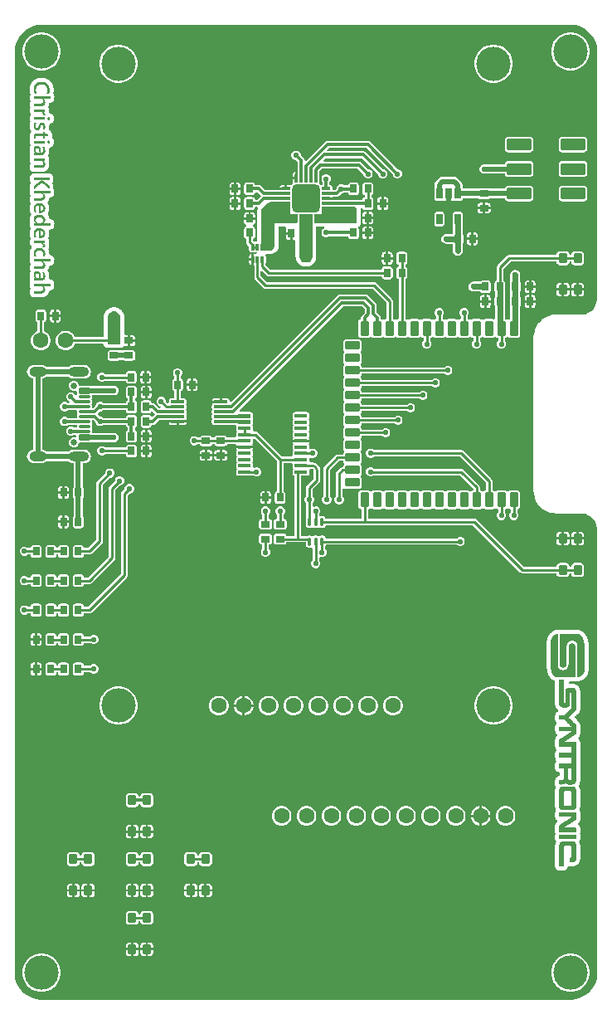
<source format=gtl>
G04*
G04 #@! TF.GenerationSoftware,Altium Limited,Altium Designer,22.10.1 (41)*
G04*
G04 Layer_Physical_Order=1*
G04 Layer_Color=255*
%FSLAX44Y44*%
%MOMM*%
G71*
G04*
G04 #@! TF.SameCoordinates,A44A1546-0101-49FE-9D39-825E196A96A3*
G04*
G04*
G04 #@! TF.FilePolarity,Positive*
G04*
G01*
G75*
%ADD10C,0.2540*%
G04:AMPARAMS|DCode=13|XSize=0.7mm|YSize=0.9mm|CornerRadius=0.0875mm|HoleSize=0mm|Usage=FLASHONLY|Rotation=0.000|XOffset=0mm|YOffset=0mm|HoleType=Round|Shape=RoundedRectangle|*
%AMROUNDEDRECTD13*
21,1,0.7000,0.7250,0,0,0.0*
21,1,0.5250,0.9000,0,0,0.0*
1,1,0.1750,0.2625,-0.3625*
1,1,0.1750,-0.2625,-0.3625*
1,1,0.1750,-0.2625,0.3625*
1,1,0.1750,0.2625,0.3625*
%
%ADD13ROUNDEDRECTD13*%
G04:AMPARAMS|DCode=14|XSize=1.5mm|YSize=0.9mm|CornerRadius=0.1125mm|HoleSize=0mm|Usage=FLASHONLY|Rotation=270.000|XOffset=0mm|YOffset=0mm|HoleType=Round|Shape=RoundedRectangle|*
%AMROUNDEDRECTD14*
21,1,1.5000,0.6750,0,0,270.0*
21,1,1.2750,0.9000,0,0,270.0*
1,1,0.2250,-0.3375,-0.6375*
1,1,0.2250,-0.3375,0.6375*
1,1,0.2250,0.3375,0.6375*
1,1,0.2250,0.3375,-0.6375*
%
%ADD14ROUNDEDRECTD14*%
G04:AMPARAMS|DCode=15|XSize=1.5mm|YSize=0.9mm|CornerRadius=0.1125mm|HoleSize=0mm|Usage=FLASHONLY|Rotation=180.000|XOffset=0mm|YOffset=0mm|HoleType=Round|Shape=RoundedRectangle|*
%AMROUNDEDRECTD15*
21,1,1.5000,0.6750,0,0,180.0*
21,1,1.2750,0.9000,0,0,180.0*
1,1,0.2250,-0.6375,0.3375*
1,1,0.2250,0.6375,0.3375*
1,1,0.2250,0.6375,-0.3375*
1,1,0.2250,-0.6375,-0.3375*
%
%ADD15ROUNDEDRECTD15*%
G04:AMPARAMS|DCode=16|XSize=0.7mm|YSize=0.9mm|CornerRadius=0.0875mm|HoleSize=0mm|Usage=FLASHONLY|Rotation=90.000|XOffset=0mm|YOffset=0mm|HoleType=Round|Shape=RoundedRectangle|*
%AMROUNDEDRECTD16*
21,1,0.7000,0.7250,0,0,90.0*
21,1,0.5250,0.9000,0,0,90.0*
1,1,0.1750,0.3625,0.2625*
1,1,0.1750,0.3625,-0.2625*
1,1,0.1750,-0.3625,-0.2625*
1,1,0.1750,-0.3625,0.2625*
%
%ADD16ROUNDEDRECTD16*%
G04:AMPARAMS|DCode=17|XSize=2.8mm|YSize=2.8mm|CornerRadius=0.35mm|HoleSize=0mm|Usage=FLASHONLY|Rotation=180.000|XOffset=0mm|YOffset=0mm|HoleType=Round|Shape=RoundedRectangle|*
%AMROUNDEDRECTD17*
21,1,2.8000,2.1000,0,0,180.0*
21,1,2.1000,2.8000,0,0,180.0*
1,1,0.7000,-1.0500,1.0500*
1,1,0.7000,1.0500,1.0500*
1,1,0.7000,1.0500,-1.0500*
1,1,0.7000,-1.0500,-1.0500*
%
%ADD17ROUNDEDRECTD17*%
G04:AMPARAMS|DCode=18|XSize=0.9mm|YSize=0.3mm|CornerRadius=0.0375mm|HoleSize=0mm|Usage=FLASHONLY|Rotation=180.000|XOffset=0mm|YOffset=0mm|HoleType=Round|Shape=RoundedRectangle|*
%AMROUNDEDRECTD18*
21,1,0.9000,0.2250,0,0,180.0*
21,1,0.8250,0.3000,0,0,180.0*
1,1,0.0750,-0.4125,0.1125*
1,1,0.0750,0.4125,0.1125*
1,1,0.0750,0.4125,-0.1125*
1,1,0.0750,-0.4125,-0.1125*
%
%ADD18ROUNDEDRECTD18*%
G04:AMPARAMS|DCode=19|XSize=0.9mm|YSize=0.3mm|CornerRadius=0.0375mm|HoleSize=0mm|Usage=FLASHONLY|Rotation=90.000|XOffset=0mm|YOffset=0mm|HoleType=Round|Shape=RoundedRectangle|*
%AMROUNDEDRECTD19*
21,1,0.9000,0.2250,0,0,90.0*
21,1,0.8250,0.3000,0,0,90.0*
1,1,0.0750,0.1125,0.4125*
1,1,0.0750,0.1125,-0.4125*
1,1,0.0750,-0.1125,-0.4125*
1,1,0.0750,-0.1125,0.4125*
%
%ADD19ROUNDEDRECTD19*%
G04:AMPARAMS|DCode=20|XSize=0.4mm|YSize=1.27mm|CornerRadius=0.05mm|HoleSize=0mm|Usage=FLASHONLY|Rotation=270.000|XOffset=0mm|YOffset=0mm|HoleType=Round|Shape=RoundedRectangle|*
%AMROUNDEDRECTD20*
21,1,0.4000,1.1700,0,0,270.0*
21,1,0.3000,1.2700,0,0,270.0*
1,1,0.1000,-0.5850,-0.1500*
1,1,0.1000,-0.5850,0.1500*
1,1,0.1000,0.5850,0.1500*
1,1,0.1000,0.5850,-0.1500*
%
%ADD20ROUNDEDRECTD20*%
G04:AMPARAMS|DCode=21|XSize=0.3mm|YSize=0.8mm|CornerRadius=0.0375mm|HoleSize=0mm|Usage=FLASHONLY|Rotation=0.000|XOffset=0mm|YOffset=0mm|HoleType=Round|Shape=RoundedRectangle|*
%AMROUNDEDRECTD21*
21,1,0.3000,0.7250,0,0,0.0*
21,1,0.2250,0.8000,0,0,0.0*
1,1,0.0750,0.1125,-0.3625*
1,1,0.0750,-0.1125,-0.3625*
1,1,0.0750,-0.1125,0.3625*
1,1,0.0750,0.1125,0.3625*
%
%ADD21ROUNDEDRECTD21*%
G04:AMPARAMS|DCode=22|XSize=1.1mm|YSize=0.6mm|CornerRadius=0.075mm|HoleSize=0mm|Usage=FLASHONLY|Rotation=90.000|XOffset=0mm|YOffset=0mm|HoleType=Round|Shape=RoundedRectangle|*
%AMROUNDEDRECTD22*
21,1,1.1000,0.4500,0,0,90.0*
21,1,0.9500,0.6000,0,0,90.0*
1,1,0.1500,0.2250,0.4750*
1,1,0.1500,0.2250,-0.4750*
1,1,0.1500,-0.2250,-0.4750*
1,1,0.1500,-0.2250,0.4750*
%
%ADD22ROUNDEDRECTD22*%
G04:AMPARAMS|DCode=23|XSize=0.3mm|YSize=0.67mm|CornerRadius=0.0375mm|HoleSize=0mm|Usage=FLASHONLY|Rotation=0.000|XOffset=0mm|YOffset=0mm|HoleType=Round|Shape=RoundedRectangle|*
%AMROUNDEDRECTD23*
21,1,0.3000,0.5950,0,0,0.0*
21,1,0.2250,0.6700,0,0,0.0*
1,1,0.0750,0.1125,-0.2975*
1,1,0.0750,-0.1125,-0.2975*
1,1,0.0750,-0.1125,0.2975*
1,1,0.0750,0.1125,0.2975*
%
%ADD23ROUNDEDRECTD23*%
G04:AMPARAMS|DCode=24|XSize=0.6mm|YSize=1.15mm|CornerRadius=0.075mm|HoleSize=0mm|Usage=FLASHONLY|Rotation=270.000|XOffset=0mm|YOffset=0mm|HoleType=Round|Shape=RoundedRectangle|*
%AMROUNDEDRECTD24*
21,1,0.6000,1.0000,0,0,270.0*
21,1,0.4500,1.1500,0,0,270.0*
1,1,0.1500,-0.5000,-0.2250*
1,1,0.1500,-0.5000,0.2250*
1,1,0.1500,0.5000,0.2250*
1,1,0.1500,0.5000,-0.2250*
%
%ADD24ROUNDEDRECTD24*%
G04:AMPARAMS|DCode=25|XSize=0.3mm|YSize=1.15mm|CornerRadius=0.0375mm|HoleSize=0mm|Usage=FLASHONLY|Rotation=270.000|XOffset=0mm|YOffset=0mm|HoleType=Round|Shape=RoundedRectangle|*
%AMROUNDEDRECTD25*
21,1,0.3000,1.0750,0,0,270.0*
21,1,0.2250,1.1500,0,0,270.0*
1,1,0.0750,-0.5375,-0.1125*
1,1,0.0750,-0.5375,0.1125*
1,1,0.0750,0.5375,0.1125*
1,1,0.0750,0.5375,-0.1125*
%
%ADD25ROUNDEDRECTD25*%
G04:AMPARAMS|DCode=26|XSize=1.2mm|YSize=2.5mm|CornerRadius=0.15mm|HoleSize=0mm|Usage=FLASHONLY|Rotation=270.000|XOffset=0mm|YOffset=0mm|HoleType=Round|Shape=RoundedRectangle|*
%AMROUNDEDRECTD26*
21,1,1.2000,2.2000,0,0,270.0*
21,1,0.9000,2.5000,0,0,270.0*
1,1,0.3000,-1.1000,-0.4500*
1,1,0.3000,-1.1000,0.4500*
1,1,0.3000,1.1000,0.4500*
1,1,0.3000,1.1000,-0.4500*
%
%ADD26ROUNDEDRECTD26*%
G04:AMPARAMS|DCode=27|XSize=1.2mm|YSize=2.5001mm|CornerRadius=0.15mm|HoleSize=0mm|Usage=FLASHONLY|Rotation=270.000|XOffset=0mm|YOffset=0mm|HoleType=Round|Shape=RoundedRectangle|*
%AMROUNDEDRECTD27*
21,1,1.2000,2.2001,0,0,270.0*
21,1,0.9000,2.5001,0,0,270.0*
1,1,0.3000,-1.1001,-0.4500*
1,1,0.3000,-1.1001,0.4500*
1,1,0.3000,1.1001,0.4500*
1,1,0.3000,1.1001,-0.4500*
%
%ADD27ROUNDEDRECTD27*%
G04:AMPARAMS|DCode=28|XSize=0.3mm|YSize=1.4mm|CornerRadius=0.0375mm|HoleSize=0mm|Usage=FLASHONLY|Rotation=270.000|XOffset=0mm|YOffset=0mm|HoleType=Round|Shape=RoundedRectangle|*
%AMROUNDEDRECTD28*
21,1,0.3000,1.3250,0,0,270.0*
21,1,0.2250,1.4000,0,0,270.0*
1,1,0.0750,-0.6625,-0.1125*
1,1,0.0750,-0.6625,0.1125*
1,1,0.0750,0.6625,0.1125*
1,1,0.0750,0.6625,-0.1125*
%
%ADD28ROUNDEDRECTD28*%
G04:AMPARAMS|DCode=29|XSize=1mm|YSize=0.9mm|CornerRadius=0.1125mm|HoleSize=0mm|Usage=FLASHONLY|Rotation=90.000|XOffset=0mm|YOffset=0mm|HoleType=Round|Shape=RoundedRectangle|*
%AMROUNDEDRECTD29*
21,1,1.0000,0.6750,0,0,90.0*
21,1,0.7750,0.9000,0,0,90.0*
1,1,0.2250,0.3375,0.3875*
1,1,0.2250,0.3375,-0.3875*
1,1,0.2250,-0.3375,-0.3875*
1,1,0.2250,-0.3375,0.3875*
%
%ADD29ROUNDEDRECTD29*%
%ADD54C,0.2500*%
%ADD55C,0.5500*%
%ADD56C,0.3000*%
%ADD57C,0.6000*%
%ADD58R,3.0898X0.3000*%
%ADD59C,3.5000*%
%ADD60C,1.6000*%
%ADD61O,1.8000X1.0000*%
%ADD62O,2.1000X1.0000*%
%ADD63C,0.6500*%
%ADD64C,0.5500*%
%ADD65C,0.5000*%
G36*
X571799Y997451D02*
X575367Y996982D01*
X578843Y996050D01*
X582167Y994673D01*
X585284Y992874D01*
X588139Y990683D01*
X590683Y988139D01*
X592874Y985284D01*
X594673Y982168D01*
X596050Y978843D01*
X596982Y975367D01*
X597451Y971799D01*
Y970000D01*
X597451Y718750D01*
Y717031D01*
X596781Y713660D01*
X595465Y710484D01*
X593555Y707625D01*
X591125Y705195D01*
X588266Y703285D01*
X585090Y701970D01*
X581719Y701299D01*
X555000D01*
X554938Y701286D01*
X554875Y701296D01*
X552915Y701199D01*
X552731Y701153D01*
X552542D01*
X548697Y700389D01*
X548465Y700293D01*
X548219Y700244D01*
X544597Y698743D01*
X544388Y698604D01*
X544156Y698508D01*
X540896Y696329D01*
X540719Y696152D01*
X540510Y696012D01*
X537738Y693240D01*
X537598Y693031D01*
X537421Y692854D01*
X535242Y689594D01*
X535146Y689362D01*
X535007Y689153D01*
X533506Y685531D01*
X533457Y685285D01*
X533361Y685053D01*
X532596Y681208D01*
Y681019D01*
X532551Y680835D01*
X532454Y678875D01*
X532463Y678812D01*
X532451Y678750D01*
Y521250D01*
X532463Y521188D01*
X532454Y521125D01*
X532551Y519165D01*
X532596Y518981D01*
Y518792D01*
X533361Y514947D01*
X533457Y514715D01*
X533506Y514469D01*
X535007Y510847D01*
X535146Y510638D01*
X535242Y510406D01*
X537421Y507146D01*
X537598Y506969D01*
X537738Y506760D01*
X540510Y503988D01*
X540719Y503848D01*
X540896Y503671D01*
X544156Y501492D01*
X544388Y501396D01*
X544597Y501257D01*
X548219Y499756D01*
X548465Y499707D01*
X548697Y499611D01*
X552542Y498846D01*
X552731D01*
X552915Y498801D01*
X554875Y498704D01*
X554938Y498714D01*
X555000Y498701D01*
X580000Y498701D01*
X581719Y498701D01*
X585090Y498031D01*
X588266Y496715D01*
X591124Y494805D01*
X593555Y492374D01*
X595465Y489516D01*
X596781Y486340D01*
X597451Y482969D01*
X597451Y481250D01*
X597451Y30000D01*
Y28201D01*
X596982Y24633D01*
X596050Y21157D01*
X594673Y17832D01*
X592874Y14716D01*
X590683Y11861D01*
X588139Y9317D01*
X585284Y7126D01*
X582167Y5327D01*
X578843Y3950D01*
X575367Y3018D01*
X571799Y2549D01*
X28201D01*
X24633Y3018D01*
X21157Y3950D01*
X17832Y5327D01*
X14716Y7126D01*
X11861Y9317D01*
X9317Y11861D01*
X7126Y14716D01*
X5327Y17833D01*
X3950Y21157D01*
X3018Y24633D01*
X2549Y28201D01*
Y30000D01*
Y970000D01*
Y971966D01*
X2533Y972044D01*
X2766Y973809D01*
X3784Y977608D01*
X5289Y981241D01*
X7255Y984647D01*
X9649Y987766D01*
X12430Y990547D01*
X15550Y992941D01*
X18955Y994908D01*
X22589Y996413D01*
X24788Y997002D01*
X28201Y997451D01*
X570000D01*
X571799Y997451D01*
D02*
G37*
%LPC*%
G36*
X571921Y989500D02*
X568079D01*
X564312Y988751D01*
X560763Y987281D01*
X557570Y985147D01*
X554853Y982430D01*
X552719Y979237D01*
X551249Y975688D01*
X550500Y971920D01*
Y968079D01*
X551249Y964312D01*
X552719Y960763D01*
X554853Y957569D01*
X557570Y954853D01*
X560763Y952719D01*
X564312Y951249D01*
X568079Y950500D01*
X571921D01*
X575688Y951249D01*
X579237Y952719D01*
X582431Y954853D01*
X585147Y957569D01*
X587281Y960763D01*
X588751Y964312D01*
X589500Y968079D01*
Y971920D01*
X588751Y975688D01*
X587281Y979237D01*
X585147Y982430D01*
X582431Y985147D01*
X579237Y987281D01*
X575688Y988751D01*
X571921Y989500D01*
D02*
G37*
G36*
X31921D02*
X28079D01*
X24312Y988751D01*
X20763Y987281D01*
X17570Y985147D01*
X14853Y982430D01*
X12719Y979237D01*
X11249Y975688D01*
X10500Y971920D01*
Y968079D01*
X11249Y964312D01*
X12719Y960763D01*
X14853Y957569D01*
X17570Y954853D01*
X20763Y952719D01*
X24312Y951249D01*
X28079Y950500D01*
X31921D01*
X35688Y951249D01*
X39237Y952719D01*
X42431Y954853D01*
X45147Y957569D01*
X47281Y960763D01*
X48751Y964312D01*
X49500Y968079D01*
Y971920D01*
X48751Y975688D01*
X47281Y979237D01*
X45147Y982430D01*
X42431Y985147D01*
X39237Y987281D01*
X35688Y988751D01*
X31921Y989500D01*
D02*
G37*
G36*
X29528Y943126D02*
X29287Y943083D01*
X29188Y943099D01*
X28623Y943074D01*
X28248Y942982D01*
X28141Y942991D01*
X27920Y942967D01*
X27786Y942924D01*
X27657Y942913D01*
X27571Y942913D01*
X27448Y942888D01*
X27413Y942874D01*
X27357Y942869D01*
X27313Y942857D01*
X27303Y942856D01*
X27045Y942795D01*
X27002Y942775D01*
X26680Y942759D01*
X26582Y942735D01*
X26520Y942705D01*
X26451Y942700D01*
X26279Y942651D01*
X26131Y942574D01*
X26126Y942573D01*
X26105Y942565D01*
X25971Y942529D01*
X25892Y942490D01*
X25744Y942456D01*
X25523Y942358D01*
X25506Y942346D01*
X25075Y942236D01*
X24964Y942183D01*
X24909Y942163D01*
X24884Y942148D01*
X24855Y942142D01*
X24695Y942081D01*
X24505Y941961D01*
X24319Y941893D01*
X24157Y941794D01*
X23997Y941733D01*
X23801Y941610D01*
X23758Y941570D01*
X23727Y941564D01*
X23705Y941549D01*
X23576Y941508D01*
X23355Y941385D01*
X23332Y941365D01*
X23187Y941262D01*
X23186Y941261D01*
X23011Y941164D01*
X22798Y940983D01*
X22771Y940973D01*
X22648Y940899D01*
X22413Y940687D01*
X22108Y940482D01*
X22010Y940385D01*
X21862Y940286D01*
X21838Y940262D01*
X21764Y940212D01*
X21346Y939795D01*
X21346Y939794D01*
X21334Y939782D01*
X21334Y939782D01*
X20928Y939377D01*
X20814Y939206D01*
X20792Y939188D01*
X20707Y939131D01*
X20670Y939094D01*
X20661Y939080D01*
X20656Y939076D01*
X20560Y938958D01*
X20511Y938920D01*
X20422Y938765D01*
X20383Y938728D01*
X20321Y938642D01*
X20293Y938579D01*
X20239Y938493D01*
X20013Y938234D01*
X20008Y938225D01*
X19917Y938130D01*
X19831Y937995D01*
X19805Y937929D01*
X19793Y937918D01*
X19732Y937832D01*
X19560Y937450D01*
X19542Y937415D01*
X19450Y937319D01*
X19364Y937184D01*
X19295Y937005D01*
X19244Y936925D01*
X19195Y936798D01*
X19123Y936690D01*
X19107Y936608D01*
X19041Y936515D01*
X18943Y936294D01*
X18929Y936231D01*
X18822Y936067D01*
X18772Y935944D01*
X18723Y935679D01*
X18721Y935675D01*
X18699Y935625D01*
X18695Y935609D01*
X18686Y935587D01*
X18686Y935584D01*
X18635Y935471D01*
X18635Y935467D01*
X18625Y935452D01*
X18576Y935329D01*
X18525Y935055D01*
X18406Y934803D01*
X18381Y934705D01*
X18376Y934607D01*
X18339Y934517D01*
X18314Y934394D01*
X18314Y934228D01*
X18308Y934214D01*
X18284Y934120D01*
X18260Y934044D01*
X18248Y933933D01*
X18241Y933895D01*
X18241Y933890D01*
X18216Y933828D01*
X18179Y933644D01*
X18179Y933380D01*
X18082Y933010D01*
X18058Y932592D01*
X18067Y932527D01*
X18026Y932339D01*
X18002Y930668D01*
X18044Y930439D01*
X18030Y930349D01*
X18055Y929808D01*
X18157Y929396D01*
X18153Y929367D01*
X18178Y929096D01*
X18183Y929078D01*
X18194Y928921D01*
X18212Y928855D01*
X18211Y928829D01*
X18248Y928596D01*
X18253Y928582D01*
X18259Y928501D01*
X18318Y928293D01*
X18320Y928242D01*
X18345Y928144D01*
X18372Y928086D01*
X18404Y927693D01*
X18453Y927522D01*
X18517Y927398D01*
X18528Y927335D01*
X18640Y927042D01*
X18649Y926993D01*
X18658Y926971D01*
X18662Y926954D01*
X18685Y926905D01*
X18699Y926870D01*
X18705Y926860D01*
X18712Y926844D01*
X18814Y926385D01*
X18871Y926256D01*
X18831Y926146D01*
X18575Y925773D01*
X18518Y925500D01*
X18393Y925251D01*
X18355Y924728D01*
X18247Y924216D01*
X18223Y922029D01*
X18331Y921449D01*
X18379Y920862D01*
X18429Y920690D01*
X18499Y920553D01*
X18516Y920464D01*
X18550Y920412D01*
X18582Y920250D01*
X18897Y919779D01*
X19156Y919275D01*
X19129Y919238D01*
X19068Y919181D01*
X19007Y919095D01*
X18977Y919029D01*
X18889Y918908D01*
X18798Y918652D01*
X18575Y918327D01*
X18501Y917974D01*
X18352Y917645D01*
X18339Y917202D01*
X18247Y916769D01*
X18223Y914558D01*
X18281Y914250D01*
X18263Y913936D01*
X18288Y913764D01*
X18467Y913256D01*
X18516Y912994D01*
X18602Y912863D01*
X18655Y912701D01*
X18572Y912579D01*
X18566Y912555D01*
X18553Y912535D01*
X18518Y912358D01*
X18513Y912351D01*
X18501Y912314D01*
X18488Y912207D01*
X18417Y911852D01*
X18348Y911660D01*
X18354Y911548D01*
X18243Y911022D01*
X18218Y908933D01*
X18258Y908719D01*
X18242Y908639D01*
X18250Y908602D01*
X18238Y908480D01*
X18263Y908234D01*
X18437Y907664D01*
X18553Y907079D01*
X18667Y906908D01*
X18727Y906712D01*
X19341Y905453D01*
X19140Y905130D01*
X18695Y904537D01*
X18629Y904305D01*
X18502Y904101D01*
X18411Y903547D01*
X18256Y903007D01*
X18232Y902712D01*
X18234Y902687D01*
X18228Y902663D01*
X18244Y902531D01*
X18244Y902531D01*
X18245Y902530D01*
X18254Y902458D01*
X18218Y902275D01*
X18220Y902261D01*
X18218Y902246D01*
X18229Y900666D01*
X18221Y900487D01*
X18254Y900273D01*
X18242Y900211D01*
X18313Y899853D01*
X18339Y899321D01*
X18364Y899222D01*
X18442Y899058D01*
X18464Y898914D01*
X18518Y898825D01*
X18553Y898651D01*
X18697Y898434D01*
X18696Y898432D01*
X18645Y898334D01*
X18621Y898248D01*
X18581Y898150D01*
X18548Y897976D01*
X18537Y897933D01*
X18536Y897916D01*
X18519Y897828D01*
X18384Y897529D01*
X18356Y897404D01*
X18340Y897342D01*
X18326Y897044D01*
X18239Y896759D01*
X18223Y896600D01*
X18210Y896512D01*
X18216Y896399D01*
X18081Y895907D01*
X18057Y895563D01*
X18068Y895474D01*
X18022Y895263D01*
X17998Y893715D01*
X18047Y893447D01*
X18030Y893322D01*
X18054Y892929D01*
X18150Y892568D01*
X18168Y892195D01*
X18193Y892096D01*
X18236Y892005D01*
X18323Y891481D01*
X18554Y890870D01*
X18603Y890705D01*
X18621Y890490D01*
X18670Y890318D01*
X18778Y890109D01*
X18823Y889879D01*
X19009Y889600D01*
X19033Y889533D01*
X19042Y889523D01*
X19089Y889415D01*
X19111Y889383D01*
X19124Y889342D01*
X19174Y889255D01*
X19190Y889196D01*
X19215Y889147D01*
X19547Y887906D01*
X19324Y887515D01*
X19037Y887168D01*
X18951Y887008D01*
X18930Y886938D01*
X18898Y886902D01*
X18824Y886780D01*
X18763Y886609D01*
X18720Y886509D01*
X18718Y886502D01*
X18627Y886365D01*
X18566Y886061D01*
X18470Y885808D01*
X18422Y885699D01*
X18422Y885696D01*
X18340Y885524D01*
X18315Y885425D01*
X18314Y885393D01*
X18298Y885352D01*
X18274Y885204D01*
X18276Y885130D01*
X18234Y885012D01*
X18210Y884840D01*
X18211Y884821D01*
X18085Y884381D01*
X18060Y884086D01*
X18072Y883983D01*
X18022Y883759D01*
X17998Y882579D01*
X18051Y882281D01*
X18032Y882130D01*
X18056Y881786D01*
X18180Y881334D01*
X18229Y880868D01*
X18340Y880512D01*
X18358Y880479D01*
X18375Y880268D01*
X18424Y880096D01*
X18479Y879989D01*
X18393Y879816D01*
X18355Y879293D01*
X18247Y878779D01*
X18223Y876493D01*
X18369Y875715D01*
X18451Y875275D01*
X18480Y875037D01*
X18502Y875000D01*
X18514Y874935D01*
X18563Y874812D01*
X18933Y874244D01*
X18967Y874183D01*
X18951Y874154D01*
X18902Y874002D01*
X18872Y873956D01*
X18868Y873940D01*
X18829Y873898D01*
X18810Y873844D01*
X18795Y873825D01*
X18784Y873804D01*
X18768Y873781D01*
X18696Y873612D01*
X18589Y873452D01*
X18584Y873427D01*
X18570Y873406D01*
X18521Y873283D01*
X18437Y872833D01*
X18404Y872742D01*
X18351Y872646D01*
X18241Y872289D01*
X18215Y872042D01*
X18205Y872013D01*
X18191Y871902D01*
X18091Y871608D01*
X18055Y871325D01*
X18071Y871077D01*
X17996Y870674D01*
X18009Y869678D01*
X18076Y869362D01*
X18070Y869332D01*
X18074Y869308D01*
X18062Y869145D01*
X18099Y868838D01*
X18130Y868742D01*
X18130Y868740D01*
X18154Y868642D01*
X18181Y868586D01*
X18259Y868346D01*
X18259Y868217D01*
X18277Y868126D01*
X18277Y868125D01*
X18278Y868121D01*
X18296Y868032D01*
X18334Y867941D01*
X18339Y867843D01*
X18363Y867745D01*
X18387Y867694D01*
X18350Y867180D01*
X18242Y866668D01*
X18217Y864555D01*
X18250Y864378D01*
X18242Y864334D01*
X18272Y864183D01*
X18258Y863931D01*
X18283Y863759D01*
X18452Y863276D01*
X18479Y863143D01*
X18488Y863061D01*
X18500Y863039D01*
X18552Y862774D01*
X18604Y862697D01*
X18567Y862644D01*
X18510Y862372D01*
X18386Y862124D01*
X18348Y861600D01*
X18240Y861086D01*
X18215Y858807D01*
X18215Y858807D01*
X18215Y858807D01*
X18215Y858801D01*
X18361Y858023D01*
X18444Y857580D01*
X18474Y857344D01*
X18495Y857307D01*
X18507Y857243D01*
X18556Y857120D01*
X18926Y856551D01*
X19190Y856088D01*
X19066Y855976D01*
X18852Y855524D01*
X18697Y855308D01*
X18690Y855281D01*
X18574Y855108D01*
X18544Y854955D01*
X18515Y854911D01*
X18499Y854827D01*
X18449Y854738D01*
X18424Y854665D01*
X18416Y854601D01*
X18386Y854538D01*
X18362Y854439D01*
X18340Y853999D01*
X18215Y853349D01*
X18227Y851596D01*
X18219Y851415D01*
X18252Y851201D01*
X18240Y851140D01*
X18311Y850781D01*
X18337Y850249D01*
X18361Y850151D01*
X18439Y849986D01*
X18461Y849842D01*
X18515Y849753D01*
X18550Y849579D01*
X18828Y849164D01*
X19041Y848712D01*
X19266Y848508D01*
X19434Y848256D01*
X19471Y848219D01*
X19900Y847932D01*
X20219Y847643D01*
X20461Y847556D01*
X20782Y847340D01*
X20789Y847338D01*
X20794Y847335D01*
X21432Y847208D01*
X21717Y847106D01*
X21897Y847114D01*
X22342Y847024D01*
X29959Y847000D01*
X30216Y847050D01*
X30337Y847035D01*
X30681Y847059D01*
X31066Y847165D01*
X31464Y847193D01*
X31599Y847230D01*
X31663Y847262D01*
X31861Y847292D01*
X32044Y847358D01*
X32239Y847367D01*
X32337Y847392D01*
X32634Y847532D01*
X32955Y847600D01*
X33127Y847674D01*
X33228Y847743D01*
X33401Y847777D01*
X33630Y847930D01*
X33689Y847964D01*
X33772Y847979D01*
X33895Y848028D01*
X33917Y848043D01*
X33943Y848048D01*
X33997Y848084D01*
X33999Y848085D01*
X34002Y848087D01*
X34074Y848136D01*
X34183Y848181D01*
X34214Y848211D01*
X34253Y848229D01*
X34498Y848400D01*
X34499Y848401D01*
X34686Y848490D01*
X34783Y848596D01*
X34845Y848632D01*
X34946Y848682D01*
X34979Y848708D01*
X35088Y848770D01*
X35143Y848840D01*
X35229Y848896D01*
X35243Y848918D01*
X35265Y848932D01*
X35302Y848969D01*
X35346Y849035D01*
X35486Y849128D01*
X35928Y849570D01*
X36042Y849740D01*
X36063Y849755D01*
X36085Y849777D01*
X36201Y849872D01*
X36311Y850007D01*
X36316Y850015D01*
X36671Y850596D01*
X36762Y850714D01*
X36794Y850745D01*
X36892Y850892D01*
X36930Y850983D01*
X36996Y851056D01*
X37069Y851179D01*
X37081Y851211D01*
X37082Y851213D01*
X37083Y851217D01*
X37128Y851342D01*
X37141Y851364D01*
X37227Y851597D01*
X37233Y851637D01*
X37272Y851745D01*
X37529Y852289D01*
X37578Y852485D01*
X37585Y852616D01*
X37606Y852677D01*
X37603Y852739D01*
X37659Y852897D01*
X37662Y852921D01*
X37662Y852921D01*
X37687Y852994D01*
X37703Y853126D01*
X37833Y853578D01*
X37858Y853873D01*
X37847Y853966D01*
X37895Y854178D01*
X37920Y855111D01*
X37868Y855413D01*
X37887Y855564D01*
X37863Y855932D01*
X37715Y856480D01*
X37712Y856508D01*
X37701Y856541D01*
X37642Y856881D01*
X37640Y856932D01*
X37624Y856996D01*
X37618Y857020D01*
X37600Y857125D01*
X37579Y857181D01*
X37578Y857190D01*
X37529Y857387D01*
X37461Y857531D01*
X37457Y857565D01*
X37584Y857871D01*
X37608Y857994D01*
X37609Y858399D01*
X37663Y858672D01*
X37661Y858681D01*
X37687Y858818D01*
X37675Y860943D01*
X37648Y861077D01*
X37651Y861093D01*
X37621Y861244D01*
X37634Y861496D01*
X37610Y861668D01*
X37440Y862151D01*
X37340Y862654D01*
X37178Y862895D01*
X37082Y863169D01*
X36740Y863551D01*
X36646Y863691D01*
X36648Y863695D01*
X36656Y863713D01*
X36697Y863786D01*
X36746Y863932D01*
X36903Y864134D01*
X36928Y864183D01*
X36958Y864293D01*
X37084Y864482D01*
X37100Y864563D01*
X37143Y864633D01*
X37210Y864814D01*
X37238Y864885D01*
X37270Y865054D01*
X37531Y865607D01*
X37580Y865804D01*
X37584Y865890D01*
X37597Y865922D01*
X37594Y866024D01*
X37661Y866216D01*
X37710Y866560D01*
X37708Y866595D01*
X37840Y867086D01*
X37865Y867455D01*
X37855Y867529D01*
X37898Y867724D01*
X37922Y869051D01*
X37867Y869356D01*
X37886Y869514D01*
X37862Y869833D01*
X37826Y869962D01*
X37833Y870097D01*
X37808Y870268D01*
X37767Y870386D01*
X37769Y870461D01*
X37764Y870494D01*
X37777Y870632D01*
X37984Y871213D01*
X38153Y871502D01*
X38690Y872016D01*
X38756Y872055D01*
X38935Y872133D01*
X39048Y872161D01*
X39323Y872291D01*
X39620Y872350D01*
X39926Y872554D01*
X39941Y872560D01*
X39962Y872578D01*
X40035Y872627D01*
X40487Y872841D01*
X40544Y872903D01*
X40682Y872998D01*
X40828Y873147D01*
X41025Y873251D01*
X41143Y873391D01*
X41312Y873504D01*
X41349Y873541D01*
X41418Y873645D01*
X41508Y873715D01*
X41682Y874021D01*
X41794Y874135D01*
X41823Y874206D01*
X42045Y874472D01*
X42158Y874678D01*
X42251Y874788D01*
X42374Y875010D01*
X42423Y875162D01*
X42454Y875208D01*
X42455Y875215D01*
X42529Y875319D01*
X42669Y875929D01*
X42860Y876525D01*
X42846Y876699D01*
X42885Y876870D01*
X42910Y877706D01*
X42857Y878021D01*
X42862Y878046D01*
X42831Y878216D01*
X42846Y878500D01*
X42821Y878672D01*
X42793Y878754D01*
X42790Y878815D01*
X42765Y878913D01*
X42674Y879107D01*
X42645Y879275D01*
X42628Y879302D01*
X42571Y879611D01*
X42522Y879734D01*
X42508Y879755D01*
X42503Y879780D01*
X42354Y880003D01*
X42294Y880174D01*
X42274Y880195D01*
X42266Y880221D01*
X42119Y880491D01*
X42030Y880597D01*
X41974Y880746D01*
X41624Y881119D01*
X41508Y881322D01*
X41374Y881426D01*
X41185Y881669D01*
X40669Y882466D01*
X40701Y882647D01*
X40800Y882857D01*
X40825Y882955D01*
X40841Y883300D01*
X40912Y883556D01*
X40891Y883722D01*
X40946Y884033D01*
X40889Y884286D01*
X40902Y884545D01*
X40725Y885039D01*
X40713Y885135D01*
X40709Y885142D01*
X40707Y885151D01*
X40707Y885168D01*
X40698Y885206D01*
X40670Y885377D01*
X40616Y885518D01*
X40611Y885542D01*
X40604Y885695D01*
X40579Y885793D01*
X40474Y886015D01*
X40463Y886094D01*
X40423Y886208D01*
X40394Y886357D01*
X40389Y886368D01*
X40382Y886506D01*
X40358Y886604D01*
X40230Y886874D01*
X40172Y887168D01*
X40115Y887306D01*
X40109Y887325D01*
X40101Y887350D01*
X40094Y887364D01*
X40056Y887467D01*
X39991Y887573D01*
X39948Y887789D01*
X39633Y888261D01*
X39374Y888765D01*
X39265Y888858D01*
X39193Y888920D01*
X39065Y889113D01*
X39003Y889174D01*
X38548Y889478D01*
X38134Y889836D01*
X37892Y889917D01*
X37680Y890059D01*
X37842Y891389D01*
X37866Y891758D01*
X37857Y891831D01*
X37899Y892025D01*
X37924Y893328D01*
X37873Y893612D01*
X37891Y893750D01*
X37866Y894118D01*
X37801Y894359D01*
X37806Y894898D01*
X38484Y895689D01*
X38854Y895979D01*
X38926Y895997D01*
X39084Y896072D01*
X39175Y896086D01*
X39362Y896203D01*
X39614Y896322D01*
X39829Y896419D01*
X39891Y896431D01*
X39960Y896478D01*
X40132Y896535D01*
X40302Y896632D01*
X40307Y896635D01*
X40479Y896757D01*
X40623Y896911D01*
X40672Y896954D01*
X40942Y897134D01*
X41050Y897189D01*
X41083Y897228D01*
X41214Y897315D01*
X41398Y897500D01*
X41713Y897971D01*
X42079Y898403D01*
X42168Y898562D01*
X42227Y898630D01*
X42326Y898802D01*
X42391Y898999D01*
X42454Y899093D01*
X42460Y899122D01*
X42517Y899200D01*
X42556Y899364D01*
X42654Y899537D01*
X42678Y899611D01*
X42728Y900006D01*
X42830Y900311D01*
X42819Y900472D01*
X42885Y900748D01*
X42909Y901412D01*
X42872Y901643D01*
X42900Y901876D01*
X42875Y902195D01*
X42764Y902592D01*
X42730Y903003D01*
X42681Y903175D01*
X42626Y903283D01*
X42617Y903357D01*
X42604Y903394D01*
X42556Y903479D01*
X42530Y903611D01*
X42507Y903644D01*
X42503Y903664D01*
X42361Y903877D01*
X42334Y903977D01*
X42309Y904026D01*
X42147Y904236D01*
X42102Y904302D01*
X41954Y904590D01*
X41892Y904643D01*
X41816Y904776D01*
X41770Y904812D01*
X41614Y905058D01*
X41558Y905157D01*
X41546Y905166D01*
X41520Y905208D01*
X41477Y905238D01*
X41447Y905282D01*
X41361Y905368D01*
X41287Y905418D01*
X41276Y905429D01*
X41226Y905503D01*
X41189Y905540D01*
X41084Y905610D01*
X41014Y905701D01*
X40714Y905872D01*
X40404Y906154D01*
X40281Y906227D01*
X40060Y906306D01*
X39870Y906443D01*
X39600Y906566D01*
X39412Y906610D01*
X39329Y906664D01*
X39206Y906713D01*
X39040Y906744D01*
X38902Y906809D01*
X38804Y906834D01*
X38511Y906848D01*
X38365Y906888D01*
X38335Y906902D01*
X37778Y907765D01*
X37621Y908419D01*
X37653Y908571D01*
X37678Y910857D01*
X37652Y910993D01*
X37654Y911000D01*
X37610Y911221D01*
X37582Y911369D01*
X37557Y911889D01*
X37532Y911988D01*
X37422Y912221D01*
X37384Y912421D01*
X37365Y912451D01*
X37343Y912560D01*
X37065Y912975D01*
X36852Y913426D01*
X36667Y913594D01*
X36752Y913742D01*
X36784Y913838D01*
X36969Y914077D01*
X37043Y914224D01*
X37065Y914303D01*
X37090Y914340D01*
X37117Y914476D01*
X37304Y914749D01*
X37341Y914835D01*
X37413Y915178D01*
X37559Y915497D01*
X37615Y915732D01*
X37667Y915940D01*
X37698Y916046D01*
X37703Y916115D01*
X37733Y916178D01*
X37758Y916276D01*
X37777Y916682D01*
X37903Y917246D01*
X39391Y917692D01*
X39426Y917691D01*
X39615Y917759D01*
X39816Y917768D01*
X39914Y917793D01*
X40188Y917922D01*
X40485Y917981D01*
X40771Y918173D01*
X40924Y918227D01*
X41023Y918317D01*
X41353Y918473D01*
X41556Y918697D01*
X41808Y918866D01*
X41894Y918952D01*
X42194Y919401D01*
X42422Y919651D01*
X42487Y919833D01*
X42761Y920233D01*
X42766Y920256D01*
X42778Y920275D01*
X42930Y921035D01*
X42947Y921117D01*
X42958Y921150D01*
X42958Y921168D01*
X43088Y921791D01*
X43113Y924027D01*
X43040Y924418D01*
X43054Y924532D01*
X42992Y924758D01*
X42956Y925192D01*
X42907Y925364D01*
X42836Y925502D01*
X42820Y925591D01*
X42736Y925719D01*
X42717Y925816D01*
X42692Y925853D01*
X42634Y926067D01*
X42374Y926402D01*
X42180Y926779D01*
X41934Y926988D01*
X41927Y926999D01*
X41951Y927147D01*
X42095Y927543D01*
X42144Y927862D01*
X42141Y927931D01*
X42163Y927996D01*
X42189Y928211D01*
X42222Y928414D01*
X42217Y928589D01*
X42323Y929013D01*
X42347Y929529D01*
X42341Y929573D01*
X42376Y929737D01*
X42400Y931408D01*
X42353Y931665D01*
X42369Y931781D01*
X42345Y932199D01*
X42301Y932365D01*
X42311Y932536D01*
X42286Y932708D01*
X42188Y932987D01*
X42161Y933282D01*
X42146Y933336D01*
X42127Y933493D01*
X42014Y933840D01*
X41978Y934203D01*
X41892Y934486D01*
X41871Y934526D01*
X41848Y934624D01*
X41838Y934645D01*
X41837Y934669D01*
X41788Y934865D01*
X41582Y935301D01*
X41580Y935316D01*
X41531Y935488D01*
X41503Y935543D01*
X41495Y935587D01*
X41446Y935710D01*
X41412Y935761D01*
X41381Y935920D01*
X41295Y936129D01*
X41199Y936273D01*
X41171Y936347D01*
X41025Y936579D01*
X40917Y936839D01*
X40869Y936911D01*
X40846Y936984D01*
X40699Y937254D01*
X40603Y937369D01*
X40464Y937628D01*
X40338Y937781D01*
X40262Y937963D01*
X40123Y938101D01*
X40118Y938114D01*
X39995Y938286D01*
X39835Y938436D01*
X39731Y938556D01*
X39536Y938848D01*
X39438Y938946D01*
X39290Y939168D01*
X38491Y939967D01*
X38269Y940115D01*
X38147Y940237D01*
X37925Y940385D01*
X37889Y940421D01*
X37779Y940495D01*
X37683Y940579D01*
X37587Y940694D01*
X37452Y940805D01*
X37365Y940851D01*
X37298Y940925D01*
X36885Y941120D01*
X36798Y941212D01*
X36540Y941397D01*
X36271Y941518D01*
X36148Y941600D01*
X36096Y941610D01*
X36052Y941639D01*
X36038Y941644D01*
X36031Y941651D01*
X35978Y941674D01*
X35912Y941735D01*
X35789Y941809D01*
X35647Y941860D01*
X35641Y941863D01*
X35490Y941928D01*
X35374Y942006D01*
X35167Y942047D01*
X35122Y942082D01*
X35099Y942093D01*
X35076Y942109D01*
X34904Y942183D01*
X34888Y942186D01*
X34772Y942264D01*
X34747Y942269D01*
X34726Y942282D01*
X34603Y942331D01*
X34170Y942412D01*
X34093Y942441D01*
X33969Y942508D01*
X33870Y942538D01*
X33858Y942543D01*
X33835Y942549D01*
X33810Y942556D01*
X33734Y942585D01*
X33696Y942591D01*
X33686Y942594D01*
X33664Y942596D01*
X33503Y942623D01*
X33291Y942723D01*
X33193Y942747D01*
X33003Y942757D01*
X32824Y942822D01*
X32505Y942871D01*
X32436Y942868D01*
X32370Y942889D01*
X32109Y942920D01*
X31982Y942939D01*
X31847Y942931D01*
X31369Y943049D01*
X30829Y943074D01*
X30802Y943070D01*
X30658Y943101D01*
X29528Y943126D01*
D02*
G37*
G36*
X493421Y977000D02*
X489579D01*
X485812Y976251D01*
X482263Y974781D01*
X479070Y972647D01*
X476353Y969930D01*
X474219Y966737D01*
X472749Y963188D01*
X472000Y959421D01*
Y955579D01*
X472749Y951812D01*
X474219Y948263D01*
X476353Y945070D01*
X479070Y942353D01*
X482263Y940219D01*
X485812Y938749D01*
X489579Y938000D01*
X493421D01*
X497188Y938749D01*
X500737Y940219D01*
X503931Y942353D01*
X506647Y945070D01*
X508781Y948263D01*
X510251Y951812D01*
X511000Y955579D01*
Y959421D01*
X510251Y963188D01*
X508781Y966737D01*
X506647Y969930D01*
X503931Y972647D01*
X500737Y974781D01*
X497188Y976251D01*
X493421Y977000D01*
D02*
G37*
G36*
X110421D02*
X106579D01*
X102812Y976251D01*
X99263Y974781D01*
X96069Y972647D01*
X93353Y969930D01*
X91219Y966737D01*
X89749Y963188D01*
X89000Y959421D01*
Y955579D01*
X89749Y951812D01*
X91219Y948263D01*
X93353Y945070D01*
X96069Y942353D01*
X99263Y940219D01*
X102812Y938749D01*
X106579Y938000D01*
X110421D01*
X114188Y938749D01*
X117737Y940219D01*
X120931Y942353D01*
X123647Y945070D01*
X125781Y948263D01*
X127251Y951812D01*
X128000Y955579D01*
Y959421D01*
X127251Y963188D01*
X125781Y966737D01*
X123647Y969930D01*
X120931Y972647D01*
X117737Y974781D01*
X114188Y976251D01*
X110421Y977000D01*
D02*
G37*
G36*
X583500Y883069D02*
X561500D01*
X560134Y882797D01*
X558977Y882023D01*
X558203Y880866D01*
X557931Y879500D01*
Y870500D01*
X558203Y869134D01*
X558977Y867977D01*
X560134Y867203D01*
X561500Y866931D01*
X583500D01*
X584866Y867203D01*
X586023Y867977D01*
X586797Y869134D01*
X587069Y870500D01*
Y879500D01*
X586797Y880866D01*
X586023Y882023D01*
X584866Y882797D01*
X583500Y883069D01*
D02*
G37*
G36*
X528501D02*
X506499D01*
X505134Y882797D01*
X503976Y882023D01*
X503203Y880866D01*
X502931Y879500D01*
Y870500D01*
X503203Y869134D01*
X503976Y867977D01*
X505134Y867203D01*
X506499Y866931D01*
X528501D01*
X529866Y867203D01*
X531024Y867977D01*
X531797Y869134D01*
X532069Y870500D01*
Y879500D01*
X531797Y880866D01*
X531024Y882023D01*
X529866Y882797D01*
X528501Y883069D01*
D02*
G37*
G36*
X37586Y845475D02*
X22858Y845463D01*
X22603Y845472D01*
X22051Y845383D01*
X21683Y845395D01*
X21589Y845359D01*
X21463Y845353D01*
X21364Y845328D01*
X21187Y845245D01*
X21032Y845220D01*
X20733Y845035D01*
X20656Y845006D01*
X20583Y844989D01*
X20554Y844968D01*
X20195Y844832D01*
X20075Y844719D01*
X19926Y844649D01*
X19699Y844398D01*
X19677Y844385D01*
X19640Y844333D01*
X19558Y844243D01*
X19296Y844052D01*
X19202Y843899D01*
X19035Y843742D01*
X18974Y843656D01*
X18922Y843542D01*
X18857Y843470D01*
X18740Y843143D01*
X18465Y842695D01*
X18425Y842440D01*
X18319Y842206D01*
X18302Y841661D01*
X18218Y841123D01*
X18226Y840910D01*
X18214Y839051D01*
X18246Y838888D01*
X18239Y838853D01*
X18269Y838701D01*
X18255Y838449D01*
X18280Y838277D01*
X18438Y837827D01*
X18446Y837710D01*
X18479Y837645D01*
X18549Y837292D01*
X18711Y837050D01*
X18808Y836776D01*
X19264Y835563D01*
X18789Y834850D01*
X18727Y834740D01*
X18653Y834507D01*
X18518Y834303D01*
X18492Y834172D01*
X18485Y834159D01*
X18476Y834086D01*
X18411Y833755D01*
X18241Y833224D01*
X18261Y832981D01*
X18214Y832741D01*
X18226Y830110D01*
X18217Y829863D01*
X18291Y829400D01*
X18270Y829108D01*
X18325Y828942D01*
X18336Y828723D01*
X18361Y828625D01*
X18372Y828600D01*
X18347Y828256D01*
X18239Y827743D01*
X18215Y825556D01*
X18318Y825006D01*
X18305Y824762D01*
X18352Y824627D01*
X18371Y824390D01*
X18421Y824218D01*
X18491Y824081D01*
X18508Y823992D01*
X18644Y823782D01*
X18659Y823754D01*
X18670Y823722D01*
X18675Y823697D01*
X18683Y823685D01*
X18832Y823261D01*
X19020Y823052D01*
X19148Y822802D01*
X18906Y822436D01*
X18841Y822254D01*
X18566Y821853D01*
X18562Y821831D01*
X18549Y821812D01*
X18398Y821052D01*
X18381Y820970D01*
X18369Y820937D01*
X18370Y820919D01*
X18239Y820295D01*
X18215Y818010D01*
X18240Y817874D01*
X18239Y817868D01*
X18281Y817655D01*
X18311Y817498D01*
X18336Y816977D01*
X18361Y816879D01*
X18471Y816646D01*
X18508Y816446D01*
X18528Y816416D01*
X18549Y816307D01*
X18827Y815892D01*
X19040Y815440D01*
X19199Y814873D01*
X19113Y814738D01*
X19039Y814548D01*
X19014Y814511D01*
X18949Y814360D01*
X18872Y814244D01*
X18852Y814147D01*
X18779Y814019D01*
X18761Y813966D01*
X18726Y813923D01*
X18680Y813772D01*
X18650Y813728D01*
X18620Y813576D01*
X18606Y813531D01*
X18595Y813509D01*
X18588Y813484D01*
X18579Y813465D01*
X18566Y813408D01*
X18546Y813337D01*
X18546Y813331D01*
X18510Y813213D01*
X18380Y812826D01*
X18339Y812739D01*
X18314Y812641D01*
X18314Y812628D01*
X18274Y812510D01*
X18278Y812454D01*
X18262Y812401D01*
X18249Y812272D01*
X18233Y812228D01*
X18209Y812056D01*
X18213Y811984D01*
X18080Y811499D01*
X18055Y811155D01*
X18066Y811068D01*
X18021Y810858D01*
X17996Y809359D01*
X18041Y809117D01*
X18025Y809015D01*
X18050Y808523D01*
X18146Y808141D01*
X18170Y807860D01*
X18226Y807665D01*
X18235Y807593D01*
X18235Y807399D01*
X18250Y807322D01*
X18267Y807225D01*
X18283Y807119D01*
X18376Y806854D01*
X18398Y806574D01*
X18448Y806403D01*
X18527Y806248D01*
X18556Y806116D01*
X18630Y805944D01*
X18644Y805874D01*
X18653Y805851D01*
X18656Y805835D01*
X18679Y805786D01*
X18693Y805751D01*
X18699Y805741D01*
X18718Y805700D01*
X18744Y805663D01*
X18838Y805273D01*
X18986Y804954D01*
X19016Y804894D01*
X19044Y804758D01*
X19231Y804478D01*
X19601Y803760D01*
X19228Y803225D01*
X19142Y803090D01*
X19020Y802774D01*
X18902Y802598D01*
X18897Y802575D01*
X18879Y802546D01*
X18860Y802497D01*
X18777Y802365D01*
X18654Y802045D01*
X18628Y801898D01*
X18381Y801374D01*
X18356Y801276D01*
X18352Y801177D01*
X18314Y801086D01*
X18301Y801022D01*
X18286Y800957D01*
X18256Y800839D01*
X18231Y800745D01*
X18228Y800701D01*
X18209Y800662D01*
X18184Y800563D01*
X18182Y800525D01*
X18167Y800491D01*
X18130Y800331D01*
X18117Y799914D01*
X18001Y799295D01*
X18014Y798177D01*
X18053Y797992D01*
X18035Y797803D01*
X18072Y797446D01*
X18204Y797019D01*
X18260Y796576D01*
X18296Y796466D01*
X18319Y796426D01*
X18319Y796409D01*
X18344Y796311D01*
X18379Y796237D01*
X18386Y796219D01*
X18386Y796202D01*
X18474Y795988D01*
X18437Y795802D01*
X18263Y795212D01*
X18239Y794942D01*
X18243Y794902D01*
X18233Y794863D01*
X18259Y794656D01*
X18222Y794473D01*
X18225Y794459D01*
X18222Y794445D01*
X18234Y792865D01*
X18226Y792686D01*
X18259Y792472D01*
X18247Y792411D01*
X18318Y792052D01*
X18344Y791520D01*
X18368Y791422D01*
X18446Y791257D01*
X18469Y791113D01*
X18523Y791024D01*
X18557Y790850D01*
X18835Y790435D01*
X19048Y789983D01*
X19273Y789779D01*
X19441Y789527D01*
X19445Y789523D01*
X19379Y789402D01*
X19164Y789124D01*
X19139Y789075D01*
X19130Y789040D01*
X19099Y789004D01*
X19000Y788832D01*
X18934Y788635D01*
X18872Y788541D01*
X18837Y788368D01*
X18829Y788356D01*
X18795Y788313D01*
X18784Y788291D01*
X18768Y788268D01*
X18694Y788096D01*
X18691Y788079D01*
X18613Y787962D01*
X18608Y787938D01*
X18595Y787917D01*
X18546Y787795D01*
X18495Y787521D01*
X18376Y787270D01*
X18351Y787171D01*
X18339Y786923D01*
X18261Y786687D01*
X18244Y786556D01*
X18218Y786388D01*
X18221Y786307D01*
X18217Y786279D01*
X18082Y785794D01*
X18057Y785474D01*
X18069Y785376D01*
X18021Y785155D01*
X17996Y783656D01*
X18040Y783419D01*
X18025Y783321D01*
X18050Y782805D01*
X18156Y782376D01*
X18180Y782072D01*
X18212Y781958D01*
X18222Y781905D01*
X18236Y781873D01*
X18240Y781856D01*
X18236Y781703D01*
X18248Y781626D01*
X18276Y781415D01*
X18455Y780884D01*
X18506Y780646D01*
X18506Y780644D01*
X18509Y780629D01*
X18571Y780336D01*
X18616Y780233D01*
X18620Y780183D01*
X18669Y780011D01*
X18844Y779670D01*
X18864Y779541D01*
X18974Y779234D01*
X19014Y779168D01*
X18863Y778867D01*
X18567Y778434D01*
X18510Y778162D01*
X18385Y777913D01*
X18347Y777390D01*
X18239Y776877D01*
X18215Y774665D01*
X18248Y774490D01*
X18239Y774447D01*
X18269Y774296D01*
X18255Y774044D01*
X18280Y773872D01*
X18404Y773519D01*
X18405Y773467D01*
X18457Y773353D01*
X18550Y772887D01*
X18711Y772645D01*
X18808Y772370D01*
X18994Y772163D01*
X19060Y772017D01*
X19252Y771836D01*
X19434Y771564D01*
X19510Y771477D01*
X19722Y771114D01*
X19730Y771092D01*
X19844Y770401D01*
X19829Y769939D01*
X19813Y769838D01*
X19694Y769522D01*
X19535Y769242D01*
X19222Y768839D01*
X19183Y768697D01*
X19053Y768502D01*
X19048Y768478D01*
X19013Y768432D01*
X18988Y768383D01*
X18958Y768273D01*
X18832Y768084D01*
X18818Y768015D01*
X18781Y767956D01*
X18707Y767759D01*
X18683Y767614D01*
X18592Y767473D01*
X18543Y767350D01*
X18474Y766981D01*
X18330Y766635D01*
X18281Y766389D01*
X18281Y766273D01*
X18259Y766184D01*
X18236Y766117D01*
X18199Y765834D01*
X18202Y765788D01*
X18202Y765787D01*
X18091Y765438D01*
X18067Y765217D01*
X18081Y765059D01*
X18018Y764776D01*
X17994Y763572D01*
X18024Y763404D01*
X18001Y763234D01*
X18025Y762841D01*
X18092Y762589D01*
X18083Y762421D01*
X18108Y762249D01*
X18133Y762175D01*
X18132Y762150D01*
X18157Y761978D01*
X18185Y761896D01*
X18189Y761835D01*
X18213Y761737D01*
X18222Y761719D01*
X18234Y761633D01*
X18237Y761566D01*
X18252Y761508D01*
X18255Y761487D01*
X18282Y761409D01*
X18284Y761383D01*
X18321Y761248D01*
X18328Y761234D01*
X18336Y761074D01*
X18385Y760878D01*
X18544Y760542D01*
X18555Y760492D01*
X18557Y760460D01*
X18582Y760362D01*
X18590Y760344D01*
X18603Y760289D01*
X18616Y760217D01*
X18625Y760196D01*
X18629Y760180D01*
X18636Y760164D01*
X18666Y760058D01*
X18717Y759959D01*
X18713Y759953D01*
X18660Y759774D01*
X18556Y759619D01*
X18436Y759016D01*
X18409Y758925D01*
X18327Y758695D01*
X18329Y758652D01*
X18262Y758427D01*
X18238Y758157D01*
X18242Y758116D01*
X18231Y758077D01*
X18242Y757992D01*
X18231Y757953D01*
X18251Y757793D01*
X18221Y757635D01*
X18233Y756055D01*
X18225Y755876D01*
X18313Y755306D01*
X18301Y754931D01*
X18337Y754837D01*
X18343Y754710D01*
X18367Y754612D01*
X18445Y754447D01*
X18467Y754303D01*
X18631Y754033D01*
X18642Y753979D01*
X18685Y753914D01*
X18864Y753442D01*
X18977Y753322D01*
X19047Y753173D01*
X19195Y753039D01*
X18864Y752674D01*
X18827Y752613D01*
X18739Y752367D01*
X18612Y752182D01*
X18609Y752169D01*
X18574Y752117D01*
X18466Y751606D01*
X18290Y751115D01*
X18304Y750834D01*
X18246Y750559D01*
X18221Y748348D01*
X18318Y747835D01*
X18343Y747314D01*
X18392Y747117D01*
X18491Y746906D01*
X18514Y746784D01*
X18542Y746742D01*
X18581Y746545D01*
X18858Y746130D01*
X18889Y746064D01*
X18823Y745953D01*
X18811Y745921D01*
X18810Y745919D01*
X18809Y745916D01*
X18782Y745839D01*
X18771Y745823D01*
X18720Y745689D01*
X18711Y745666D01*
X18626Y745539D01*
X18565Y745235D01*
X18470Y744981D01*
X18421Y744873D01*
X18420Y744870D01*
X18339Y744697D01*
X18314Y744599D01*
X18313Y744567D01*
X18297Y744525D01*
X18273Y744378D01*
X18275Y744304D01*
X18233Y744186D01*
X18209Y744014D01*
X18210Y743995D01*
X18084Y743555D01*
X18059Y743260D01*
X18069Y743170D01*
X18022Y742964D01*
X17997Y742104D01*
X18034Y741890D01*
X18008Y741675D01*
X18032Y741355D01*
X18069Y741226D01*
X18061Y741091D01*
X18086Y740919D01*
X18188Y740630D01*
X18217Y740324D01*
X18288Y740087D01*
X18309Y740017D01*
X18309Y740002D01*
X18346Y739842D01*
X18391Y739742D01*
X18322Y739590D01*
X18305Y739038D01*
X18221Y738493D01*
X18229Y738313D01*
X18217Y736534D01*
X18314Y736031D01*
X18339Y735518D01*
X18388Y735322D01*
X18493Y735100D01*
X18517Y734972D01*
X18539Y734939D01*
X18576Y734752D01*
X18613Y734696D01*
X18552Y734604D01*
X18472Y734204D01*
X18430Y734117D01*
X18422Y733969D01*
X18258Y733412D01*
X18233Y733142D01*
X18238Y733102D01*
X18227Y733063D01*
X18238Y732978D01*
X18227Y732938D01*
X18247Y732778D01*
X18217Y732620D01*
X18228Y731049D01*
X18221Y730902D01*
X18300Y730373D01*
X18282Y730034D01*
X18330Y729899D01*
X18338Y729720D01*
X18363Y729621D01*
X18437Y729465D01*
X18457Y729329D01*
X18633Y729037D01*
X18648Y728994D01*
X18653Y728968D01*
X18661Y728957D01*
X18810Y728533D01*
X18952Y728374D01*
X19043Y728183D01*
X19194Y728045D01*
X19142Y727968D01*
X18884Y727684D01*
X18811Y727479D01*
X18570Y727127D01*
X18565Y727104D01*
X18552Y727084D01*
X18405Y726347D01*
X18347Y726186D01*
X18352Y726093D01*
X18241Y725570D01*
X18217Y723408D01*
X18275Y723099D01*
X18257Y722785D01*
X18282Y722613D01*
X18345Y722435D01*
X18345Y722291D01*
X18360Y722254D01*
X18363Y722200D01*
X18388Y722101D01*
X18629Y721590D01*
X18652Y721475D01*
X18715Y721382D01*
X18810Y721112D01*
X18856Y721060D01*
X18955Y720822D01*
X19025Y720752D01*
X19067Y720663D01*
X19398Y720362D01*
X19539Y720153D01*
X19798Y719980D01*
X20082Y719698D01*
X20155Y719649D01*
X20211Y719626D01*
X20246Y719594D01*
X20534Y719490D01*
X20863Y719271D01*
X21256Y719194D01*
X21626Y719041D01*
X22029Y719042D01*
X22424Y718963D01*
X29956Y718976D01*
X30284Y719042D01*
X30343Y719034D01*
X30712Y719059D01*
X30917Y719114D01*
X31196Y719135D01*
X31415Y719197D01*
X31558Y719189D01*
X31730Y719213D01*
X31812Y719242D01*
X31873Y719245D01*
X31971Y719270D01*
X32009Y719288D01*
X32143Y719294D01*
X32241Y719319D01*
X32511Y719446D01*
X32805Y719504D01*
X32970Y719572D01*
X33084Y719616D01*
X33211Y719697D01*
X33423Y719797D01*
X33708Y719899D01*
X33749Y719906D01*
X33872Y719956D01*
X33879Y719960D01*
X33989Y720000D01*
X34054Y720038D01*
X34129Y720080D01*
X34181Y720094D01*
X34230Y720119D01*
X34660Y720452D01*
X35026Y720647D01*
X35161Y720758D01*
X35232Y720844D01*
X35250Y720856D01*
X35362Y720920D01*
X35419Y720993D01*
X35512Y721055D01*
X35573Y721116D01*
X35617Y721183D01*
X35684Y721227D01*
X35794Y721338D01*
X35841Y721408D01*
X35881Y721439D01*
X35931Y721527D01*
X36101Y721659D01*
X36131Y721711D01*
X36177Y721749D01*
X36288Y721884D01*
X36326Y721955D01*
X36374Y721995D01*
X36485Y722131D01*
X36711Y722555D01*
X36780Y722644D01*
X36796Y722676D01*
X36839Y722715D01*
X36940Y722929D01*
X36954Y722951D01*
X36975Y722972D01*
X36988Y723003D01*
X37082Y723148D01*
X37148Y723232D01*
X37172Y723281D01*
X37202Y723392D01*
X37329Y723582D01*
X37389Y723880D01*
X37518Y724154D01*
X37543Y724252D01*
X37548Y724351D01*
X37585Y724441D01*
X37603Y724530D01*
X37629Y724633D01*
X37636Y724773D01*
X37664Y724823D01*
X37688Y724897D01*
X37695Y724949D01*
X37777Y725174D01*
X37825Y725485D01*
X37880Y725540D01*
X38804Y726330D01*
X39372Y726487D01*
X39544Y726512D01*
X39806Y726604D01*
X39974Y726620D01*
X40126Y726701D01*
X40528Y726781D01*
X40770Y726943D01*
X41045Y727039D01*
X41426Y727381D01*
X41851Y727665D01*
X41888Y727702D01*
X42044Y727935D01*
X42230Y728102D01*
X42415Y728487D01*
X42756Y728986D01*
X42760Y729007D01*
X42772Y729025D01*
X42843Y729379D01*
X42918Y729536D01*
X42935Y729839D01*
X43082Y730544D01*
X43107Y732927D01*
X43011Y733438D01*
X42986Y733958D01*
X42961Y734056D01*
X42893Y734200D01*
X42874Y734357D01*
X42820Y734450D01*
X42813Y734491D01*
X42691Y734678D01*
X42556Y734915D01*
X42282Y735495D01*
X42164Y735602D01*
X42085Y735740D01*
X41832Y735936D01*
X41788Y736003D01*
X41540Y736168D01*
X41103Y736564D01*
X40954Y736618D01*
X40828Y736715D01*
X40730Y736765D01*
X40587Y736804D01*
X40464Y736886D01*
X39889Y737000D01*
X39605Y737101D01*
X39516Y737097D01*
X39195Y737185D01*
X39048Y737166D01*
X38941Y737188D01*
X38870Y737210D01*
X38826Y737229D01*
X38543Y737378D01*
X37736Y738511D01*
X37712Y738666D01*
X37829Y739051D01*
X37854Y739297D01*
X37840Y739438D01*
X37898Y739704D01*
X37922Y741105D01*
X37876Y741362D01*
X37892Y741477D01*
X37868Y741919D01*
X37771Y742294D01*
X37752Y742681D01*
X37728Y742780D01*
X37683Y742873D01*
X37673Y742946D01*
X37657Y743106D01*
X37570Y743391D01*
X37555Y743689D01*
X37531Y743787D01*
X37385Y744096D01*
X37383Y744131D01*
X37359Y744229D01*
X37345Y744258D01*
X37301Y744455D01*
X37234Y744606D01*
X37213Y744657D01*
X37206Y744668D01*
X37203Y744676D01*
X37187Y744699D01*
X37099Y745081D01*
X36976Y745356D01*
X36975Y745365D01*
X36964Y745386D01*
X36955Y745407D01*
X36952Y745412D01*
X36938Y745491D01*
X36877Y745651D01*
X36718Y745903D01*
X36709Y745924D01*
X36709Y745928D01*
X36702Y745944D01*
X36668Y746032D01*
X36640Y746077D01*
X36630Y746128D01*
X36328Y746579D01*
X36227Y746769D01*
X36209Y746792D01*
X36317Y746924D01*
X36430Y747135D01*
X36660Y747489D01*
X36670Y747504D01*
X36808Y747682D01*
X36833Y747731D01*
X36840Y747759D01*
X37022Y748032D01*
X37030Y748040D01*
X37033Y748048D01*
X37088Y748131D01*
X37093Y748154D01*
X37128Y748200D01*
X37153Y748249D01*
X37183Y748359D01*
X37309Y748548D01*
X37314Y748573D01*
X37328Y748594D01*
X37377Y748717D01*
X37446Y749086D01*
X37518Y749218D01*
X37653Y749648D01*
X37677Y749864D01*
X37693Y749912D01*
X37708Y750033D01*
X37800Y750294D01*
X37837Y750552D01*
X38867Y751461D01*
X39360Y751558D01*
X39863Y751583D01*
X39962Y751608D01*
X40213Y751726D01*
X40428Y751769D01*
X40442Y751778D01*
X40533Y751796D01*
X40948Y752074D01*
X41400Y752287D01*
X41604Y752512D01*
X41856Y752680D01*
X41893Y752717D01*
X42180Y753147D01*
X42470Y753466D01*
X42552Y753696D01*
X42761Y754002D01*
X42765Y754023D01*
X42777Y754040D01*
X42904Y754679D01*
X43006Y754964D01*
X42998Y755134D01*
X43087Y755560D01*
X43112Y757992D01*
X43108Y758013D01*
X43112Y758034D01*
X42960Y758796D01*
X42817Y759556D01*
X42806Y759574D01*
X42801Y759594D01*
X42371Y760239D01*
X41946Y760888D01*
X41929Y760900D01*
X41917Y760917D01*
X41856Y760979D01*
X41201Y761416D01*
X40538Y761861D01*
X40535Y761861D01*
X40533Y761863D01*
X39748Y762019D01*
X38978Y762173D01*
X38961Y762183D01*
X37916Y763135D01*
X37908Y764033D01*
X37854Y764287D01*
X37871Y764428D01*
X37847Y764747D01*
X37815Y764861D01*
X37804Y764915D01*
X37790Y764948D01*
X37780Y764986D01*
X37779Y765235D01*
X37706Y765603D01*
X37668Y765694D01*
X37668Y765695D01*
X37663Y765792D01*
X37646Y765859D01*
X37640Y765908D01*
X37617Y765975D01*
X37589Y766087D01*
X37555Y766161D01*
X37460Y766439D01*
X37345Y766987D01*
X37296Y767100D01*
X37282Y767156D01*
X37239Y767249D01*
X37226Y767282D01*
X37211Y767307D01*
X37153Y767430D01*
X37094Y767728D01*
X36947Y767946D01*
X36880Y768115D01*
X37195Y768499D01*
X37391Y768868D01*
X37542Y769364D01*
X37635Y769509D01*
X37647Y769575D01*
X37687Y769645D01*
X37711Y769719D01*
X37734Y769900D01*
X37816Y770116D01*
X37840Y770263D01*
X37838Y770344D01*
X37852Y770391D01*
X37832Y770592D01*
X37920Y771075D01*
X37908Y771824D01*
X37809Y772281D01*
X37786Y772747D01*
X37771Y772809D01*
X37742Y772932D01*
X37600Y773248D01*
X37599Y773254D01*
X37592Y773347D01*
X37555Y773482D01*
X37547Y773498D01*
X37565Y773569D01*
X37590Y774080D01*
X37687Y774582D01*
X37675Y776732D01*
X37647Y776867D01*
X37650Y776882D01*
X37620Y777033D01*
X37634Y777285D01*
X37609Y777457D01*
X37439Y777940D01*
X37339Y778443D01*
X37178Y778684D01*
X37081Y778959D01*
X36739Y779340D01*
X36646Y779480D01*
X36648Y779484D01*
X36682Y779565D01*
X36784Y779792D01*
X36894Y779961D01*
X36930Y780051D01*
X37035Y780226D01*
X37059Y780294D01*
X37153Y780451D01*
X37231Y780666D01*
X37324Y780809D01*
X37373Y780932D01*
X37454Y781364D01*
X37609Y781776D01*
X37623Y781859D01*
X37635Y781917D01*
X37635Y781964D01*
X37652Y782008D01*
X37689Y782217D01*
X37687Y782294D01*
X37689Y782299D01*
X37692Y782327D01*
X37840Y782876D01*
X37865Y783244D01*
X37856Y783311D01*
X37897Y783496D01*
X37922Y784578D01*
X37870Y784871D01*
X37889Y785015D01*
X37865Y785384D01*
X37770Y785737D01*
X37752Y786101D01*
X37728Y786200D01*
X37658Y786347D01*
X37636Y786500D01*
X37541Y786770D01*
X37924Y787663D01*
X37953Y787703D01*
X38380Y788118D01*
X38620Y788254D01*
X38628Y788255D01*
X38817Y788281D01*
X39013Y788249D01*
X39600Y788386D01*
X40197Y788467D01*
X40369Y788567D01*
X40480Y788593D01*
X40532Y788602D01*
X40538Y788606D01*
X40563Y788612D01*
X40698Y788673D01*
X41272Y789086D01*
X41348Y789136D01*
X41573Y789267D01*
X41598Y789299D01*
X41864Y789473D01*
X41916Y789548D01*
X41990Y789602D01*
X42363Y790203D01*
X42762Y790787D01*
X42780Y790876D01*
X42829Y790954D01*
X42943Y791653D01*
X43088Y792344D01*
X43113Y794728D01*
X43017Y795239D01*
X43009Y795384D01*
X43009Y795668D01*
X42994Y795705D01*
X42991Y795759D01*
X42967Y795857D01*
X42856Y796091D01*
X42818Y796292D01*
X42701Y796472D01*
X42695Y796500D01*
X42613Y796621D01*
X42399Y797138D01*
X42329Y797207D01*
X42287Y797296D01*
X41981Y797574D01*
X41948Y797624D01*
X41923Y797641D01*
X41803Y797818D01*
X41548Y797986D01*
X41272Y798262D01*
X41198Y798311D01*
X41143Y798333D01*
X41108Y798365D01*
X40813Y798471D01*
X40475Y798694D01*
X40090Y798768D01*
X39727Y798918D01*
X39316Y798918D01*
X38912Y798995D01*
X37812Y799759D01*
X37797Y799836D01*
X37768Y800000D01*
X37681Y800224D01*
X37658Y800463D01*
X37592Y800684D01*
X37565Y800776D01*
X37561Y800870D01*
X37536Y800968D01*
X37417Y801220D01*
X37366Y801494D01*
X37317Y801617D01*
X37282Y801671D01*
X37274Y801712D01*
X37226Y801783D01*
X37226Y801784D01*
X37215Y801805D01*
X37206Y801826D01*
X37205Y801828D01*
X37201Y801841D01*
X37189Y801910D01*
X37128Y802070D01*
X36908Y802418D01*
X36875Y802501D01*
X36861Y802523D01*
X36856Y802548D01*
X36762Y802687D01*
X36708Y802839D01*
X36635Y802962D01*
X36548Y803057D01*
X36478Y803188D01*
X36367Y803323D01*
X36356Y804509D01*
X36508Y804907D01*
X36609Y805123D01*
X36724Y805327D01*
X36799Y805447D01*
X36904Y805725D01*
X36931Y805765D01*
X36976Y805874D01*
X37147Y806145D01*
X37209Y806305D01*
X37219Y806365D01*
X37344Y806562D01*
X37405Y806722D01*
X37462Y807051D01*
X37538Y807236D01*
X37538Y807280D01*
X37615Y807478D01*
X37689Y807896D01*
X37687Y807995D01*
X37689Y808002D01*
X37697Y808067D01*
X37839Y808584D01*
X37863Y808928D01*
X37854Y809005D01*
X37897Y809202D01*
X37922Y810307D01*
X37869Y810610D01*
X37888Y810762D01*
X37863Y811106D01*
X37769Y811449D01*
X37752Y811804D01*
X37728Y811903D01*
X37673Y812017D01*
X37642Y812197D01*
X37587Y812340D01*
X37580Y812492D01*
X37531Y812689D01*
X37391Y812986D01*
X37323Y813307D01*
X37249Y813479D01*
X37211Y813534D01*
X37204Y813553D01*
X37166Y813616D01*
X37140Y813756D01*
X37091Y813879D01*
X37077Y813900D01*
X37072Y813924D01*
X36893Y814192D01*
X36846Y814346D01*
X36674Y814666D01*
X36544Y814823D01*
X36525Y814879D01*
X36427Y815051D01*
X36106Y816226D01*
X36516Y816888D01*
X36553Y816987D01*
X36621Y817067D01*
X36698Y817205D01*
X36818Y817344D01*
X36916Y817515D01*
X36964Y817660D01*
X37025Y817755D01*
X37032Y817774D01*
X37088Y817851D01*
X37211Y818122D01*
X37274Y818391D01*
X37540Y818955D01*
X37565Y819053D01*
X37570Y819152D01*
X37608Y819243D01*
X37636Y819382D01*
X37728Y819719D01*
X37744Y819959D01*
X38409Y820997D01*
X39367Y821262D01*
X39611Y821254D01*
X39705Y821289D01*
X39831Y821295D01*
X39929Y821320D01*
X40026Y821366D01*
X40110Y821376D01*
X40437Y821560D01*
X40445Y821563D01*
X40521Y821578D01*
X40594Y821625D01*
X41100Y821816D01*
X41220Y821929D01*
X41368Y822000D01*
X41659Y822320D01*
X41854Y822447D01*
X42003Y822666D01*
X42259Y822906D01*
X42321Y822992D01*
X42372Y823106D01*
X42438Y823178D01*
X42530Y823434D01*
X42752Y823760D01*
X42827Y824113D01*
X42976Y824442D01*
X42989Y824884D01*
X43080Y825317D01*
X43105Y827504D01*
X43072Y827679D01*
X43081Y827722D01*
X43050Y827874D01*
X43064Y828126D01*
X43040Y828298D01*
X42870Y828781D01*
X42770Y829283D01*
X42608Y829525D01*
X42512Y829799D01*
X42170Y830180D01*
X42149Y830212D01*
X42167Y830332D01*
X42159Y830514D01*
X42171Y832688D01*
X42130Y832901D01*
X42151Y833116D01*
X42126Y833362D01*
X41994Y833795D01*
X41938Y834245D01*
X41913Y834318D01*
X41768Y834572D01*
X41691Y834853D01*
X41667Y834902D01*
X41387Y835266D01*
X41179Y835656D01*
X41504Y836693D01*
X41534Y836778D01*
X41679Y836958D01*
X41732Y837137D01*
X41837Y837293D01*
X41956Y837895D01*
X42130Y838484D01*
X42154Y838754D01*
X42145Y838845D01*
X42147Y838854D01*
X42141Y838884D01*
X42121Y839066D01*
X42171Y839327D01*
X42160Y840845D01*
X42168Y841086D01*
X42137Y841284D01*
X42147Y841335D01*
X42075Y841694D01*
X42049Y842226D01*
X42025Y842325D01*
X41941Y842502D01*
X41916Y842657D01*
X41868Y842734D01*
X41836Y842896D01*
X41558Y843311D01*
X41345Y843764D01*
X41224Y843873D01*
X41165Y843983D01*
X41046Y844079D01*
X40952Y844219D01*
X40915Y844256D01*
X40485Y844543D01*
X40166Y844833D01*
X40071Y844867D01*
X39927Y844983D01*
X39748Y845036D01*
X39592Y845140D01*
X38990Y845260D01*
X38898Y845287D01*
X38668Y845369D01*
X38626Y845367D01*
X38401Y845434D01*
X38131Y845458D01*
X38040Y845449D01*
X38031Y845450D01*
X38002Y845444D01*
X37831Y845426D01*
X37586Y845475D01*
D02*
G37*
G36*
X583500Y858069D02*
X561500D01*
X560134Y857797D01*
X558977Y857023D01*
X558203Y855866D01*
X557931Y854500D01*
Y845500D01*
X558203Y844134D01*
X558977Y842977D01*
X560134Y842203D01*
X561500Y841931D01*
X583500D01*
X584866Y842203D01*
X586023Y842977D01*
X586797Y844134D01*
X587069Y845500D01*
Y854500D01*
X586797Y855866D01*
X586023Y857023D01*
X584866Y857797D01*
X583500Y858069D01*
D02*
G37*
G36*
X528501D02*
X506499D01*
X505134Y857797D01*
X503976Y857023D01*
X503203Y855866D01*
X502999Y854843D01*
X482000D01*
X481532Y854750D01*
X481055D01*
X480615Y854567D01*
X480147Y854474D01*
X479750Y854209D01*
X479309Y854027D01*
X478972Y853690D01*
X478575Y853425D01*
X478310Y853028D01*
X477973Y852691D01*
X477791Y852250D01*
X477526Y851853D01*
X477433Y851385D01*
X477250Y850945D01*
Y850468D01*
X477157Y850000D01*
X477250Y849532D01*
Y849055D01*
X477433Y848615D01*
X477526Y848147D01*
X477791Y847750D01*
X477973Y847309D01*
X478310Y846972D01*
X478575Y846575D01*
X478972Y846310D01*
X479309Y845973D01*
X479750Y845791D01*
X480147Y845526D01*
X480615Y845433D01*
X481055Y845250D01*
X481532D01*
X482000Y845157D01*
X502999D01*
X503203Y844134D01*
X503976Y842977D01*
X505134Y842203D01*
X506499Y841931D01*
X528501D01*
X529866Y842203D01*
X531024Y842977D01*
X531797Y844134D01*
X532069Y845500D01*
Y854500D01*
X531797Y855866D01*
X531024Y857023D01*
X529866Y857797D01*
X528501Y858069D01*
D02*
G37*
G36*
X288750Y847022D02*
X287948Y846862D01*
X287163Y846337D01*
X286638Y845552D01*
X286453Y844625D01*
Y841750D01*
X288750D01*
Y847022D01*
D02*
G37*
G36*
X363187Y878782D02*
X321892D01*
X320527Y878510D01*
X319369Y877737D01*
X299954Y858322D01*
X299111Y858671D01*
X298559Y859048D01*
X298297Y860366D01*
X297523Y861523D01*
X294750Y864297D01*
Y864945D01*
X294027Y866691D01*
X292691Y868027D01*
X290945Y868750D01*
X289055D01*
X287309Y868027D01*
X285973Y866691D01*
X285250Y864945D01*
Y863055D01*
X285973Y861309D01*
X287309Y859973D01*
X289055Y859250D01*
X289703D01*
X291431Y857522D01*
Y847298D01*
X291250Y847149D01*
Y840500D01*
X290000D01*
Y839250D01*
X286453D01*
Y836375D01*
X286638Y835448D01*
X286751Y835278D01*
X285535Y834465D01*
X284722Y833249D01*
X284552Y833362D01*
X283625Y833547D01*
X280750D01*
Y830000D01*
X279500D01*
Y828750D01*
X272851D01*
X272702Y828569D01*
X258412D01*
X254457Y832523D01*
X253299Y833297D01*
X251933Y833569D01*
X248056D01*
Y833625D01*
X247833Y834747D01*
X247198Y835698D01*
X246247Y836333D01*
X245125Y836556D01*
X239875D01*
X238753Y836333D01*
X237802Y835698D01*
X237167Y834747D01*
X236944Y833625D01*
Y826375D01*
X237167Y825253D01*
X237802Y824302D01*
X238753Y823667D01*
X239875Y823444D01*
X245125D01*
X246247Y823667D01*
X247198Y824302D01*
X247833Y825253D01*
X248056Y826375D01*
Y826431D01*
X250455D01*
X254387Y822500D01*
X250455Y818569D01*
X248056D01*
Y818625D01*
X247833Y819747D01*
X247198Y820698D01*
X246247Y821333D01*
X245125Y821556D01*
X239875D01*
X238753Y821333D01*
X237802Y820698D01*
X237167Y819747D01*
X236944Y818625D01*
Y811375D01*
X237167Y810253D01*
X237802Y809302D01*
X238753Y808667D01*
X239875Y808444D01*
X245125D01*
X246247Y808667D01*
X247198Y809302D01*
X247833Y810253D01*
X248056Y811375D01*
Y811431D01*
X250284D01*
X251117Y810184D01*
X250712Y809207D01*
X250634Y808813D01*
X250480Y808442D01*
X250000Y806027D01*
X250000Y805625D01*
X249922Y805231D01*
X249922Y804000D01*
Y775897D01*
X249375D01*
X248448Y775712D01*
X248000Y775413D01*
X247552Y775712D01*
X246643Y775893D01*
X245814Y776723D01*
Y778581D01*
X246247Y778667D01*
X247198Y779302D01*
X247833Y780253D01*
X248056Y781375D01*
Y788625D01*
X247833Y789747D01*
X247198Y790698D01*
X246247Y791333D01*
X245482Y791485D01*
Y793015D01*
X246247Y793167D01*
X247198Y793802D01*
X247833Y794753D01*
X248056Y795875D01*
Y798250D01*
X236944D01*
Y795875D01*
X237167Y794753D01*
X237802Y793802D01*
X238753Y793167D01*
X239518Y793015D01*
Y791485D01*
X238753Y791333D01*
X237802Y790698D01*
X237167Y789747D01*
X236944Y788625D01*
Y781375D01*
X237167Y780253D01*
X237802Y779302D01*
X238753Y778667D01*
X239186Y778581D01*
Y775350D01*
X239439Y774082D01*
X240157Y773007D01*
X241954Y771210D01*
Y767525D01*
X242138Y766598D01*
X242663Y765813D01*
X243448Y765288D01*
X244375Y765104D01*
X246625D01*
X247552Y765288D01*
X248000Y765587D01*
X248448Y765288D01*
X249375Y765104D01*
X249732D01*
X250059Y764697D01*
X249375Y763196D01*
X248448Y763012D01*
X248000Y762713D01*
X247552Y763012D01*
X246750Y763172D01*
Y757800D01*
Y752301D01*
X247186Y751943D01*
Y739500D01*
X247439Y738232D01*
X248157Y737157D01*
X256490Y728824D01*
X257565Y728106D01*
X258833Y727854D01*
X368210D01*
X381986Y714077D01*
Y697061D01*
X381925D01*
X380706Y696819D01*
X379672Y696128D01*
X378228D01*
X377194Y696819D01*
X376169Y697023D01*
Y698350D01*
X375897Y699716D01*
X375123Y700873D01*
X372319Y703678D01*
Y710571D01*
X372047Y711937D01*
X371273Y713094D01*
X363344Y721023D01*
X362187Y721797D01*
X360821Y722069D01*
X334630D01*
X333264Y721797D01*
X332106Y721023D01*
X223547Y612463D01*
X222047Y613085D01*
Y613625D01*
X221862Y614552D01*
X221337Y615337D01*
X220552Y615862D01*
X219625Y616046D01*
X214250D01*
Y612500D01*
X213000D01*
Y611250D01*
X203978D01*
X204138Y610448D01*
X204437Y610000D01*
X204138Y609552D01*
X203953Y608625D01*
Y606375D01*
X204138Y605448D01*
X204437Y605000D01*
X204138Y604552D01*
X203953Y603625D01*
Y601375D01*
X204138Y600448D01*
X204437Y600000D01*
X204138Y599552D01*
X203953Y598625D01*
Y596375D01*
X204138Y595448D01*
X204437Y595000D01*
X204138Y594552D01*
X203953Y593625D01*
Y591375D01*
X204138Y590448D01*
X204663Y589663D01*
X205448Y589138D01*
X206375Y588954D01*
X219625D01*
X219662Y588961D01*
X228218D01*
X228514Y588694D01*
X229247Y587461D01*
X229149Y586970D01*
Y583970D01*
X229343Y582995D01*
X229811Y582295D01*
X229343Y581595D01*
X229149Y580620D01*
Y577620D01*
X229156Y577584D01*
X228051Y576084D01*
X219419D01*
X219333Y576517D01*
X218698Y577468D01*
X217747Y578103D01*
X216625Y578326D01*
X209375D01*
X208253Y578103D01*
X207302Y577468D01*
X206667Y576517D01*
X206581Y576084D01*
X204419D01*
X204333Y576517D01*
X203698Y577468D01*
X202747Y578103D01*
X201625Y578326D01*
X194375D01*
X193253Y578103D01*
X192302Y577468D01*
X191667Y576517D01*
X191581Y576084D01*
X189404D01*
X188691Y576797D01*
X186945Y577520D01*
X185055D01*
X183309Y576797D01*
X181973Y575461D01*
X181250Y573715D01*
Y571825D01*
X181973Y570079D01*
X183309Y568743D01*
X185055Y568020D01*
X186945D01*
X188691Y568743D01*
X189404Y569456D01*
X191581D01*
X191667Y569023D01*
X192302Y568072D01*
X193253Y567437D01*
X194375Y567214D01*
X201625D01*
X202747Y567437D01*
X203698Y568072D01*
X204333Y569023D01*
X204419Y569456D01*
X206581D01*
X206667Y569023D01*
X207302Y568072D01*
X208253Y567437D01*
X209375Y567214D01*
X216625D01*
X217747Y567437D01*
X218698Y568072D01*
X219333Y569023D01*
X219419Y569456D01*
X228051D01*
X229156Y567956D01*
X229149Y567920D01*
Y567670D01*
X237548D01*
X245947D01*
Y567920D01*
X245753Y568895D01*
X245285Y569595D01*
X245753Y570295D01*
X245947Y571270D01*
Y574270D01*
X247335Y574712D01*
X247989Y574795D01*
X270436Y552347D01*
Y521419D01*
X270003Y521333D01*
X269052Y520698D01*
X268417Y519747D01*
X268194Y518625D01*
Y511375D01*
X268417Y510253D01*
X269052Y509302D01*
X270003Y508667D01*
X271125Y508444D01*
X276375D01*
X277497Y508667D01*
X278448Y509302D01*
X279083Y510253D01*
X279306Y511375D01*
Y518625D01*
X279083Y519747D01*
X278448Y520698D01*
X277497Y521333D01*
X277064Y521419D01*
Y550406D01*
X285455D01*
X286560Y548906D01*
X286553Y548870D01*
Y545870D01*
X286747Y544895D01*
X287215Y544195D01*
X286747Y543495D01*
X286553Y542520D01*
Y539520D01*
X286747Y538545D01*
X287300Y537718D01*
X288127Y537165D01*
X288186Y537153D01*
Y475814D01*
X280169D01*
X280083Y476247D01*
X279448Y477198D01*
X278497Y477833D01*
X277375Y478056D01*
X270125D01*
X269003Y477833D01*
X268052Y477198D01*
X267417Y476247D01*
X267194Y475125D01*
Y469875D01*
X267417Y468753D01*
X268052Y467802D01*
X269003Y467167D01*
X270125Y466944D01*
X277375D01*
X278497Y467167D01*
X279448Y467802D01*
X280083Y468753D01*
X280169Y469186D01*
X299953D01*
Y466375D01*
X300138Y465448D01*
X300663Y464663D01*
X301448Y464138D01*
X302375Y463954D01*
X304625D01*
X305186Y464065D01*
X306310Y463439D01*
X306686Y463092D01*
Y450904D01*
X305973Y450191D01*
X305250Y448445D01*
Y446555D01*
X305973Y444809D01*
X307309Y443473D01*
X309055Y442750D01*
X310945D01*
X312691Y443473D01*
X314027Y444809D01*
X314750Y446555D01*
Y448445D01*
X314027Y450191D01*
X313314Y450904D01*
Y453555D01*
X314814Y454557D01*
X315555Y454250D01*
X317445D01*
X319191Y454973D01*
X320527Y456309D01*
X321250Y458055D01*
Y459945D01*
X320527Y461691D01*
X319814Y462404D01*
Y465376D01*
X319862Y465448D01*
X320047Y466375D01*
Y466686D01*
X454046D01*
X454759Y465973D01*
X456505Y465250D01*
X458395D01*
X460141Y465973D01*
X461477Y467309D01*
X462200Y469055D01*
Y470945D01*
X461477Y472691D01*
X460141Y474027D01*
X458395Y474750D01*
X456505D01*
X454759Y474027D01*
X454046Y473314D01*
X320047D01*
Y473625D01*
X319862Y474552D01*
X319337Y475337D01*
X318552Y475862D01*
X317625Y476046D01*
X315375D01*
X314448Y475862D01*
X314339Y475789D01*
X313250Y475462D01*
X312161Y475789D01*
X312052Y475862D01*
X311125Y476046D01*
X308875D01*
X307948Y475862D01*
X307839Y475789D01*
X306750Y475462D01*
X305661Y475789D01*
X305552Y475862D01*
X304625Y476046D01*
X302375D01*
X301448Y475862D01*
X301376Y475814D01*
X294814D01*
Y536971D01*
X300802D01*
X301777Y537165D01*
X302604Y537718D01*
X303157Y538545D01*
X303351Y539520D01*
Y542520D01*
X303344Y542556D01*
X304449Y544056D01*
X306630D01*
X306660Y544062D01*
X307390Y543760D01*
X307692Y543030D01*
X307686Y543000D01*
Y533623D01*
X301157Y527093D01*
X300439Y526018D01*
X300186Y524750D01*
Y515904D01*
X299473Y515191D01*
X298750Y513445D01*
Y511555D01*
X299473Y509809D01*
X300186Y509096D01*
Y494624D01*
X300138Y494552D01*
X299953Y493625D01*
Y486375D01*
X300138Y485448D01*
X300663Y484663D01*
X301448Y484138D01*
X302375Y483954D01*
X304625D01*
X305552Y484138D01*
X305661Y484211D01*
X306750Y484538D01*
X307839Y484211D01*
X307948Y484138D01*
X308875Y483954D01*
X311125D01*
X312052Y484138D01*
X312161Y484211D01*
X313250Y484538D01*
X314339Y484211D01*
X314448Y484138D01*
X315375Y483954D01*
X317625D01*
X318552Y484138D01*
X319337Y484663D01*
X319862Y485448D01*
X320047Y486375D01*
Y486686D01*
X470628D01*
X518657Y438657D01*
X519732Y437939D01*
X521000Y437686D01*
X555939D01*
Y437125D01*
X556181Y435906D01*
X556872Y434872D01*
X557906Y434181D01*
X559125Y433939D01*
X565875D01*
X567094Y434181D01*
X568128Y434872D01*
X568819Y435906D01*
X569061Y437125D01*
Y437686D01*
X570939D01*
Y437125D01*
X571181Y435906D01*
X571872Y434872D01*
X572906Y434181D01*
X574125Y433939D01*
X580875D01*
X582094Y434181D01*
X583128Y434872D01*
X583819Y435906D01*
X584061Y437125D01*
Y444875D01*
X583819Y446094D01*
X583128Y447128D01*
X582094Y447819D01*
X580875Y448061D01*
X574125D01*
X572906Y447819D01*
X571872Y447128D01*
X571181Y446094D01*
X570939Y444875D01*
Y444314D01*
X569061D01*
Y444875D01*
X568819Y446094D01*
X568128Y447128D01*
X567094Y447819D01*
X565875Y448061D01*
X559125D01*
X557906Y447819D01*
X556872Y447128D01*
X556181Y446094D01*
X555939Y444875D01*
Y444314D01*
X522373D01*
X474343Y492343D01*
X473268Y493061D01*
X472000Y493314D01*
X363214D01*
Y502939D01*
X363275D01*
X364494Y503181D01*
X365528Y503872D01*
X366972D01*
X368006Y503181D01*
X369225Y502939D01*
X375975D01*
X377194Y503181D01*
X378228Y503872D01*
X379672D01*
X380706Y503181D01*
X381925Y502939D01*
X388675D01*
X389894Y503181D01*
X390928Y503872D01*
X392372D01*
X393406Y503181D01*
X394625Y502939D01*
X401375D01*
X402594Y503181D01*
X403628Y503872D01*
X405072D01*
X406106Y503181D01*
X407325Y502939D01*
X414075D01*
X415294Y503181D01*
X416328Y503872D01*
X417772D01*
X418806Y503181D01*
X420025Y502939D01*
X426775D01*
X427994Y503181D01*
X429028Y503872D01*
X430472D01*
X431506Y503181D01*
X432725Y502939D01*
X439475D01*
X440694Y503181D01*
X441728Y503872D01*
X443172D01*
X444206Y503181D01*
X445425Y502939D01*
X452175D01*
X453394Y503181D01*
X454428Y503872D01*
X455872D01*
X456906Y503181D01*
X458125Y502939D01*
X464875D01*
X466094Y503181D01*
X467128Y503872D01*
X468572D01*
X469606Y503181D01*
X470825Y502939D01*
X477575D01*
X478794Y503181D01*
X479828Y503872D01*
X481272D01*
X482306Y503181D01*
X483525Y502939D01*
X490275D01*
X491494Y503181D01*
X492528Y503872D01*
X493972D01*
X495006Y503181D01*
X496225Y502939D01*
X496286D01*
Y499904D01*
X495573Y499191D01*
X494850Y497445D01*
Y495555D01*
X495573Y493809D01*
X496909Y492473D01*
X498655Y491750D01*
X500545D01*
X502291Y492473D01*
X503627Y493809D01*
X504350Y495555D01*
Y497445D01*
X503627Y499191D01*
X502914Y499904D01*
Y502939D01*
X502975D01*
X504194Y503181D01*
X505228Y503872D01*
X506672D01*
X507706Y503181D01*
X508925Y502939D01*
X508986D01*
Y499904D01*
X508273Y499191D01*
X507550Y497445D01*
Y495555D01*
X508273Y493809D01*
X509609Y492473D01*
X511355Y491750D01*
X513245D01*
X514991Y492473D01*
X516327Y493809D01*
X517050Y495555D01*
Y497445D01*
X516327Y499191D01*
X515614Y499904D01*
Y502939D01*
X515675D01*
X516894Y503181D01*
X517928Y503872D01*
X518619Y504906D01*
X518861Y506125D01*
Y518875D01*
X518619Y520094D01*
X517928Y521128D01*
X516894Y521819D01*
X515675Y522061D01*
X508925D01*
X507706Y521819D01*
X506672Y521128D01*
X505228D01*
X504194Y521819D01*
X502975Y522061D01*
X496225D01*
X495006Y521819D01*
X493972Y521128D01*
X492528D01*
X491494Y521819D01*
X490275Y522061D01*
X490214D01*
Y531754D01*
X489961Y533022D01*
X489243Y534097D01*
X460927Y562413D01*
X459852Y563131D01*
X458584Y563384D01*
X369404D01*
X368691Y564097D01*
X366945Y564820D01*
X365055D01*
X363309Y564097D01*
X361973Y562761D01*
X361250Y561015D01*
Y559125D01*
X361973Y557379D01*
X363309Y556043D01*
X365055Y555320D01*
X366945D01*
X368691Y556043D01*
X369404Y556756D01*
X457211D01*
X483586Y530381D01*
Y522061D01*
X483525D01*
X482306Y521819D01*
X481272Y521128D01*
X479828D01*
X478794Y521819D01*
X477575Y522061D01*
X477514D01*
Y525300D01*
X477261Y526568D01*
X476543Y527643D01*
X460823Y543363D01*
X459748Y544081D01*
X458480Y544334D01*
X369404D01*
X368691Y545047D01*
X366945Y545770D01*
X365055D01*
X363309Y545047D01*
X361973Y543711D01*
X361250Y541965D01*
Y540075D01*
X361973Y538329D01*
X363309Y536993D01*
X365055Y536270D01*
X366945D01*
X368691Y536993D01*
X369404Y537706D01*
X457108D01*
X470886Y523927D01*
Y522061D01*
X470825D01*
X469606Y521819D01*
X468572Y521128D01*
X467128D01*
X466094Y521819D01*
X464875Y522061D01*
X458125D01*
X456906Y521819D01*
X455872Y521128D01*
X454428D01*
X453394Y521819D01*
X452175Y522061D01*
X445425D01*
X444206Y521819D01*
X443172Y521128D01*
X441728D01*
X440694Y521819D01*
X439475Y522061D01*
X432725D01*
X431506Y521819D01*
X430472Y521128D01*
X429028D01*
X427994Y521819D01*
X426775Y522061D01*
X420025D01*
X418806Y521819D01*
X417772Y521128D01*
X416328D01*
X415294Y521819D01*
X414075Y522061D01*
X407325D01*
X406106Y521819D01*
X405072Y521128D01*
X403628D01*
X402594Y521819D01*
X401375Y522061D01*
X394625D01*
X393406Y521819D01*
X392372Y521128D01*
X390928D01*
X389894Y521819D01*
X388675Y522061D01*
X381925D01*
X380706Y521819D01*
X379672Y521128D01*
X378228D01*
X377194Y521819D01*
X375975Y522061D01*
X369225D01*
X368006Y521819D01*
X366972Y521128D01*
X365528D01*
X364494Y521819D01*
X363275Y522061D01*
X356525D01*
X355306Y521819D01*
X354272Y521128D01*
X353581Y520094D01*
X353339Y518875D01*
Y506125D01*
X353581Y504906D01*
X354272Y503872D01*
X355306Y503181D01*
X356525Y502939D01*
X356586D01*
Y493314D01*
X320047D01*
Y493625D01*
X319862Y494552D01*
X319337Y495337D01*
X318552Y495862D01*
X317625Y496046D01*
X315375D01*
X314814Y495935D01*
X314008Y496384D01*
X313794Y497396D01*
X313890Y498173D01*
X314027Y498309D01*
X314750Y500055D01*
Y501945D01*
X314027Y503691D01*
X312691Y505027D01*
X310945Y505750D01*
X309055D01*
X308314Y505443D01*
X306814Y506445D01*
Y509096D01*
X307527Y509809D01*
X308250Y511555D01*
Y513445D01*
X307527Y515191D01*
X306814Y515904D01*
Y523377D01*
X313343Y529907D01*
X314061Y530982D01*
X314314Y532250D01*
Y543000D01*
X314316D01*
X314054Y544989D01*
X313286Y546843D01*
X312065Y548435D01*
X310473Y549656D01*
X308619Y550424D01*
X306630Y550686D01*
Y550684D01*
X304449D01*
X303344Y552184D01*
X303351Y552220D01*
Y554920D01*
X303507Y555113D01*
X304047Y555526D01*
X304757Y555838D01*
X306007Y555320D01*
X307897D01*
X309643Y556043D01*
X310979Y557379D01*
X311702Y559125D01*
Y561015D01*
X310979Y562761D01*
X309643Y564097D01*
X307897Y564820D01*
X306007D01*
X304757Y564302D01*
X304047Y564614D01*
X303507Y565027D01*
X303351Y565220D01*
Y567920D01*
X303157Y568895D01*
X302689Y569595D01*
X303157Y570295D01*
X303351Y571270D01*
Y571520D01*
X294952D01*
X286553D01*
Y571270D01*
X286747Y570295D01*
X287215Y569595D01*
X286747Y568895D01*
X286553Y567920D01*
Y564920D01*
X286747Y563945D01*
X287215Y563245D01*
X286747Y562545D01*
X286553Y561570D01*
Y558570D01*
X286560Y558534D01*
X285455Y557034D01*
X275123D01*
X250693Y581463D01*
X249618Y582181D01*
X248350Y582434D01*
X247045D01*
X245940Y583934D01*
X245947Y583970D01*
Y586970D01*
X245753Y587945D01*
X245285Y588645D01*
X245753Y589345D01*
X245947Y590320D01*
Y593320D01*
X245937Y593369D01*
Y594000D01*
X245782Y594780D01*
X245635Y595000D01*
X245782Y595220D01*
X245937Y596000D01*
Y596621D01*
X245947Y596670D01*
Y599670D01*
X245753Y600645D01*
X245200Y601472D01*
X244373Y602025D01*
X243398Y602219D01*
X232588D01*
X231966Y603719D01*
X338179Y709931D01*
X357272D01*
X360181Y707022D01*
Y703678D01*
X357377Y700873D01*
X356603Y699716D01*
X356331Y698350D01*
Y697023D01*
X355306Y696819D01*
X354272Y696128D01*
X353581Y695094D01*
X353339Y693875D01*
Y681125D01*
X353581Y679906D01*
X354272Y678872D01*
X355306Y678181D01*
X356525Y677939D01*
X363275D01*
X364494Y678181D01*
X365528Y678872D01*
X366972D01*
X368006Y678181D01*
X369225Y677939D01*
X375975D01*
X377194Y678181D01*
X378228Y678872D01*
X379672D01*
X380706Y678181D01*
X381925Y677939D01*
X388675D01*
X389894Y678181D01*
X390928Y678872D01*
X392372D01*
X393406Y678181D01*
X394625Y677939D01*
X401375D01*
X402594Y678181D01*
X403628Y678872D01*
X405072D01*
X406106Y678181D01*
X407325Y677939D01*
X414075D01*
X415294Y678181D01*
X416328Y678872D01*
X417772D01*
X418806Y678181D01*
X420025Y677939D01*
X420086D01*
Y674904D01*
X419373Y674191D01*
X418650Y672445D01*
Y670555D01*
X419373Y668809D01*
X420709Y667473D01*
X422455Y666750D01*
X424345D01*
X426091Y667473D01*
X427427Y668809D01*
X428150Y670555D01*
Y672445D01*
X427427Y674191D01*
X426714Y674904D01*
Y677939D01*
X426775D01*
X427994Y678181D01*
X429028Y678872D01*
X430472D01*
X431506Y678181D01*
X432725Y677939D01*
X439475D01*
X440694Y678181D01*
X441728Y678872D01*
X443172D01*
X444206Y678181D01*
X445425Y677939D01*
X452175D01*
X453394Y678181D01*
X454428Y678872D01*
X455872D01*
X456906Y678181D01*
X458125Y677939D01*
X464875D01*
X466094Y678181D01*
X467128Y678872D01*
X468572D01*
X469606Y678181D01*
X470825Y677939D01*
X470886D01*
Y674904D01*
X470173Y674191D01*
X469450Y672445D01*
Y670555D01*
X470173Y668809D01*
X471509Y667473D01*
X473255Y666750D01*
X475145D01*
X476891Y667473D01*
X478227Y668809D01*
X478950Y670555D01*
Y672445D01*
X478227Y674191D01*
X477514Y674904D01*
Y677939D01*
X477575D01*
X478794Y678181D01*
X479828Y678872D01*
X481272D01*
X482306Y678181D01*
X483525Y677939D01*
X490275D01*
X491494Y678181D01*
X492528Y678872D01*
X493972D01*
X495006Y678181D01*
X496225Y677939D01*
X496286D01*
Y674904D01*
X495573Y674191D01*
X494850Y672445D01*
Y670555D01*
X495573Y668809D01*
X496909Y667473D01*
X498655Y666750D01*
X500545D01*
X502291Y667473D01*
X503627Y668809D01*
X504350Y670555D01*
Y672445D01*
X503627Y674191D01*
X502914Y674904D01*
Y677939D01*
X502975D01*
X504194Y678181D01*
X505228Y678872D01*
X506672D01*
X507706Y678181D01*
X508925Y677939D01*
X515675D01*
X516894Y678181D01*
X517928Y678872D01*
X518619Y679906D01*
X518861Y681125D01*
Y688815D01*
X518898Y689000D01*
Y709901D01*
X519133Y710253D01*
X519356Y711375D01*
Y718625D01*
X519133Y719747D01*
X518898Y720099D01*
Y724901D01*
X519133Y725253D01*
X519356Y726375D01*
Y733625D01*
X519133Y734747D01*
X518898Y735099D01*
Y742000D01*
X518510Y743951D01*
X517405Y745605D01*
X515751Y746710D01*
X513800Y747098D01*
X511849Y746710D01*
X510195Y745605D01*
X509090Y743951D01*
X508702Y742000D01*
Y735099D01*
X508467Y734747D01*
X508244Y733625D01*
Y726375D01*
X508467Y725253D01*
X508702Y724901D01*
Y720099D01*
X508467Y719747D01*
X508244Y718625D01*
Y711375D01*
X508467Y710253D01*
X508702Y709901D01*
Y697017D01*
X507706Y696819D01*
X506672Y696128D01*
X505228D01*
X504194Y696819D01*
X503198Y697017D01*
Y709901D01*
X503433Y710253D01*
X503656Y711375D01*
Y718625D01*
X503433Y719747D01*
X503198Y720099D01*
Y724901D01*
X503433Y725253D01*
X503656Y726375D01*
Y733625D01*
X503433Y734747D01*
X502798Y735698D01*
X501847Y736333D01*
X501414Y736419D01*
Y748227D01*
X508873Y755686D01*
X555939D01*
Y755125D01*
X556181Y753906D01*
X556872Y752872D01*
X557906Y752181D01*
X559125Y751939D01*
X565875D01*
X567094Y752181D01*
X568128Y752872D01*
X568819Y753906D01*
X569061Y755125D01*
Y755686D01*
X570939D01*
Y755125D01*
X571181Y753906D01*
X571872Y752872D01*
X572906Y752181D01*
X574125Y751939D01*
X580875D01*
X582094Y752181D01*
X583128Y752872D01*
X583819Y753906D01*
X584061Y755125D01*
Y762875D01*
X583819Y764094D01*
X583128Y765128D01*
X582094Y765819D01*
X580875Y766061D01*
X574125D01*
X572906Y765819D01*
X571872Y765128D01*
X571181Y764094D01*
X570939Y762875D01*
Y762314D01*
X569061D01*
Y762875D01*
X568819Y764094D01*
X568128Y765128D01*
X567094Y765819D01*
X565875Y766061D01*
X559125D01*
X557906Y765819D01*
X556872Y765128D01*
X556181Y764094D01*
X555939Y762875D01*
Y762314D01*
X507500D01*
X506232Y762061D01*
X505157Y761343D01*
X495757Y751943D01*
X495039Y750868D01*
X494786Y749600D01*
Y736419D01*
X494353Y736333D01*
X493402Y735698D01*
X492767Y734747D01*
X492544Y733625D01*
Y726375D01*
X492767Y725253D01*
X493002Y724901D01*
Y720099D01*
X492767Y719747D01*
X492544Y718625D01*
Y711375D01*
X492767Y710253D01*
X493002Y709901D01*
Y697615D01*
X491502Y696814D01*
X491494Y696819D01*
X490275Y697061D01*
X483525D01*
X482306Y696819D01*
X481272Y696128D01*
X479828D01*
X478794Y696819D01*
X477575Y697061D01*
X470825D01*
X469606Y696819D01*
X468572Y696128D01*
X467128D01*
X466094Y696819D01*
X464875Y697061D01*
X464814D01*
Y700096D01*
X465527Y700809D01*
X466250Y702555D01*
Y704445D01*
X465527Y706191D01*
X464191Y707527D01*
X462445Y708250D01*
X460555D01*
X458809Y707527D01*
X457473Y706191D01*
X456750Y704445D01*
Y702555D01*
X457473Y700809D01*
X458186Y700096D01*
Y697061D01*
X458125D01*
X456906Y696819D01*
X455872Y696128D01*
X454428D01*
X453394Y696819D01*
X452175Y697061D01*
X445425D01*
X444206Y696819D01*
X443172Y696128D01*
X441728D01*
X440694Y696819D01*
X439475Y697061D01*
X439414D01*
Y700096D01*
X440127Y700809D01*
X440850Y702555D01*
Y704445D01*
X440127Y706191D01*
X438791Y707527D01*
X437045Y708250D01*
X435155D01*
X433409Y707527D01*
X432073Y706191D01*
X431350Y704445D01*
Y702555D01*
X432073Y700809D01*
X432786Y700096D01*
Y697061D01*
X432725D01*
X431506Y696819D01*
X430472Y696128D01*
X429028D01*
X427994Y696819D01*
X426775Y697061D01*
X420025D01*
X418806Y696819D01*
X417772Y696128D01*
X416328D01*
X415294Y696819D01*
X414075Y697061D01*
X407325D01*
X406106Y696819D01*
X405072Y696128D01*
X403628D01*
X402594Y696819D01*
X401375Y697061D01*
X401314D01*
Y737581D01*
X401747Y737667D01*
X402698Y738302D01*
X403333Y739253D01*
X403556Y740375D01*
Y747625D01*
X403333Y748747D01*
X402698Y749698D01*
X401747Y750333D01*
X401314Y750419D01*
Y752581D01*
X401747Y752667D01*
X402698Y753302D01*
X403333Y754253D01*
X403556Y755375D01*
Y762625D01*
X403333Y763747D01*
X402698Y764698D01*
X401747Y765333D01*
X400625Y765556D01*
X395375D01*
X394253Y765333D01*
X393302Y764698D01*
X392667Y763747D01*
X392444Y762625D01*
Y755375D01*
X392667Y754253D01*
X393302Y753302D01*
X394253Y752667D01*
X394686Y752581D01*
Y750419D01*
X394253Y750333D01*
X393302Y749698D01*
X392667Y748747D01*
X392444Y747625D01*
Y740375D01*
X392667Y739253D01*
X393302Y738302D01*
X394253Y737667D01*
X394686Y737581D01*
Y697061D01*
X394625D01*
X393406Y696819D01*
X392372Y696128D01*
X390928D01*
X389894Y696819D01*
X388675Y697061D01*
X388614D01*
Y715450D01*
X388361Y716718D01*
X387643Y717793D01*
X371926Y733510D01*
X370851Y734229D01*
X369583Y734481D01*
X260205D01*
X253814Y740872D01*
Y745511D01*
X255200Y746086D01*
X259643Y741643D01*
X260724Y740920D01*
X262000Y740666D01*
X377444D01*
Y740375D01*
X377667Y739253D01*
X378302Y738302D01*
X379253Y737667D01*
X380375Y737444D01*
X385625D01*
X386747Y737667D01*
X387698Y738302D01*
X388333Y739253D01*
X388556Y740375D01*
Y747625D01*
X388333Y748747D01*
X387698Y749698D01*
X386747Y750333D01*
X385625Y750556D01*
X380375D01*
X379253Y750333D01*
X378302Y749698D01*
X377667Y748747D01*
X377444Y747625D01*
Y747334D01*
X263381D01*
X258834Y751881D01*
Y753856D01*
X258862Y753898D01*
X259046Y754825D01*
Y760775D01*
X258888Y761572D01*
X258915Y761783D01*
X259751Y763072D01*
X263000D01*
X263000Y763072D01*
X263995D01*
X265555Y763382D01*
X265555Y763382D01*
X267393Y764143D01*
X267393Y764143D01*
X268716Y765027D01*
X270123Y766434D01*
X271007Y767757D01*
X271768Y769595D01*
X272078Y771155D01*
X272078Y790922D01*
X278982D01*
X279784Y789422D01*
X279667Y789247D01*
X279444Y788125D01*
Y785750D01*
X285000D01*
Y784500D01*
X286250D01*
Y777944D01*
X287625D01*
X287922Y778003D01*
X289422Y776951D01*
X289422Y760360D01*
X289500Y759966D01*
Y759564D01*
X289750Y758308D01*
X289904Y757937D01*
X289982Y757543D01*
X290472Y756360D01*
X290695Y756026D01*
X290849Y755655D01*
X291560Y754591D01*
X291844Y754307D01*
X292067Y753973D01*
X292973Y753067D01*
X293307Y752844D01*
X293591Y752560D01*
X294655Y751849D01*
X295026Y751695D01*
X295360Y751472D01*
X296543Y750982D01*
X296937Y750903D01*
X297308Y750750D01*
X298564Y750500D01*
X298966D01*
X299360Y750422D01*
X300640D01*
X301034Y750500D01*
X301436D01*
X302692Y750750D01*
X303063Y750903D01*
X303457Y750982D01*
X304639Y751472D01*
X304974Y751695D01*
X305345Y751849D01*
X306409Y752560D01*
X306693Y752844D01*
X307027Y753067D01*
X307933Y753973D01*
X308156Y754307D01*
X308440Y754591D01*
X309151Y755655D01*
X309305Y756026D01*
X309528Y756360D01*
X310018Y757543D01*
X310096Y757937D01*
X310250Y758308D01*
X310500Y759564D01*
X310500Y759966D01*
X310578Y760360D01*
X310578Y773063D01*
X310578Y790922D01*
X318464D01*
X318762Y789422D01*
X317809Y789027D01*
X316473Y787691D01*
X315750Y785945D01*
Y784055D01*
X316473Y782309D01*
X317809Y780973D01*
X319555Y780250D01*
X321445D01*
X323191Y780973D01*
X323649Y781431D01*
X342844D01*
Y781375D01*
X343067Y780253D01*
X343702Y779302D01*
X344653Y778667D01*
X345775Y778444D01*
X351025D01*
X352147Y778667D01*
X353098Y779302D01*
X353733Y780253D01*
X353956Y781375D01*
Y788625D01*
X353733Y789747D01*
X353727Y789756D01*
X353490Y791072D01*
X354115Y791669D01*
X354784Y792116D01*
X355668Y793439D01*
X355978Y795000D01*
Y803250D01*
X355978Y808850D01*
X355978Y808850D01*
Y809377D01*
X355978Y809377D01*
X355971Y809416D01*
X357058Y810645D01*
X358047Y810352D01*
X358067Y810253D01*
X358702Y809302D01*
X359653Y808667D01*
X360775Y808444D01*
X366025D01*
X367147Y808667D01*
X368098Y809302D01*
X368733Y810253D01*
X368956Y811375D01*
Y818625D01*
X368733Y819747D01*
X368098Y820698D01*
X367147Y821333D01*
X366714Y821419D01*
Y823581D01*
X367147Y823667D01*
X368098Y824302D01*
X368733Y825253D01*
X368956Y826375D01*
Y833625D01*
X368733Y834747D01*
X368098Y835698D01*
X367147Y836333D01*
X366025Y836556D01*
X360775D01*
X359653Y836333D01*
X358702Y835698D01*
X358067Y834747D01*
X357844Y833625D01*
Y826375D01*
X358067Y825253D01*
X358702Y824302D01*
X359653Y823667D01*
X360086Y823581D01*
Y821419D01*
X359653Y821333D01*
X358702Y820698D01*
X358067Y819747D01*
X357844Y818625D01*
Y818569D01*
X327298D01*
X327149Y818750D01*
X320500D01*
Y821250D01*
X327149D01*
X327298Y821431D01*
X331250D01*
X332616Y821703D01*
X333773Y822477D01*
X336297Y825000D01*
X336945D01*
X338691Y825723D01*
X339149Y826181D01*
X342882D01*
X343067Y825253D01*
X343702Y824302D01*
X344653Y823667D01*
X345775Y823444D01*
X351025D01*
X352147Y823667D01*
X353098Y824302D01*
X353733Y825253D01*
X353956Y826375D01*
Y833625D01*
X353733Y834747D01*
X353098Y835698D01*
X352147Y836333D01*
X351025Y836556D01*
X345775D01*
X344653Y836333D01*
X343702Y835698D01*
X343067Y834747D01*
X342844Y833625D01*
Y833319D01*
X339149D01*
X338691Y833777D01*
X336945Y834500D01*
X335055D01*
X333309Y833777D01*
X331973Y832441D01*
X331250Y830695D01*
Y830047D01*
X329772Y828569D01*
X327298D01*
X327047Y828875D01*
Y831125D01*
X326862Y832052D01*
X326337Y832837D01*
X325552Y833362D01*
X324625Y833547D01*
X324069D01*
Y836851D01*
X324527Y837309D01*
X325250Y839055D01*
Y840945D01*
X324527Y842691D01*
X323191Y844027D01*
X321445Y844750D01*
X319555D01*
X317809Y844027D01*
X316473Y842691D01*
X315750Y840945D01*
Y839055D01*
X316473Y837309D01*
X316931Y836851D01*
Y833547D01*
X316375D01*
X315448Y833362D01*
X315278Y833249D01*
X314465Y834465D01*
X313249Y835278D01*
X313362Y835448D01*
X313547Y836375D01*
Y840389D01*
X313569Y840500D01*
Y847701D01*
X316299Y850431D01*
X352922D01*
X358650Y844703D01*
Y844055D01*
X359373Y842309D01*
X360709Y840973D01*
X362455Y840250D01*
X364345D01*
X366091Y840973D01*
X367427Y842309D01*
X368150Y844055D01*
Y845945D01*
X367427Y847691D01*
X366091Y849027D01*
X364345Y849750D01*
X363697D01*
X356923Y856523D01*
X355766Y857297D01*
X354400Y857569D01*
X318325D01*
X317751Y858954D01*
X319835Y861038D01*
X357315D01*
X373650Y844703D01*
Y844055D01*
X374373Y842309D01*
X375709Y840973D01*
X377455Y840250D01*
X379345D01*
X381091Y840973D01*
X382427Y842309D01*
X383150Y844055D01*
Y845945D01*
X382427Y847691D01*
X381091Y849027D01*
X379345Y849750D01*
X378697D01*
X361317Y867130D01*
X360159Y867904D01*
X358793Y868175D01*
X321861D01*
X321287Y869561D01*
X323370Y871645D01*
X361709D01*
X388650Y844703D01*
Y844055D01*
X389373Y842309D01*
X390709Y840973D01*
X392455Y840250D01*
X394345D01*
X396091Y840973D01*
X397427Y842309D01*
X398150Y844055D01*
Y845945D01*
X397427Y847691D01*
X396091Y849027D01*
X394345Y849750D01*
X393697D01*
X365710Y877737D01*
X364552Y878510D01*
X363187Y878782D01*
D02*
G37*
G36*
X278250Y833547D02*
X275375D01*
X274448Y833362D01*
X273663Y832837D01*
X273138Y832052D01*
X272978Y831250D01*
X278250D01*
Y833547D01*
D02*
G37*
G36*
X230125Y836556D02*
X228750D01*
Y831250D01*
X233056D01*
Y833625D01*
X232833Y834747D01*
X232198Y835698D01*
X231247Y836333D01*
X230125Y836556D01*
D02*
G37*
G36*
X226250D02*
X224875D01*
X223753Y836333D01*
X222802Y835698D01*
X222167Y834747D01*
X221944Y833625D01*
Y831250D01*
X226250D01*
Y836556D01*
D02*
G37*
G36*
X233056Y828750D02*
X228750D01*
Y823444D01*
X230125D01*
X231247Y823667D01*
X232198Y824302D01*
X232833Y825253D01*
X233056Y826375D01*
Y828750D01*
D02*
G37*
G36*
X226250D02*
X221944D01*
Y826375D01*
X222167Y825253D01*
X222802Y824302D01*
X223753Y823667D01*
X224875Y823444D01*
X226250D01*
Y828750D01*
D02*
G37*
G36*
X583500Y833069D02*
X561500D01*
X560134Y832797D01*
X558977Y832023D01*
X558203Y830866D01*
X557931Y829500D01*
Y820500D01*
X558203Y819134D01*
X558977Y817977D01*
X560134Y817203D01*
X561500Y816931D01*
X583500D01*
X584866Y817203D01*
X586023Y817977D01*
X586797Y819134D01*
X587069Y820500D01*
Y829500D01*
X586797Y830866D01*
X586023Y832023D01*
X584866Y832797D01*
X583500Y833069D01*
D02*
G37*
G36*
X439222Y842093D02*
X437369Y841724D01*
X435797Y840675D01*
X435797Y840675D01*
X432575Y837453D01*
X431526Y835882D01*
X431157Y834028D01*
Y830810D01*
X430946Y829750D01*
Y820250D01*
X431160Y819177D01*
X431767Y818267D01*
X432677Y817660D01*
X433750Y817446D01*
X438250D01*
X439323Y817660D01*
X439701Y817912D01*
X440750Y818150D01*
X441799Y817912D01*
X442177Y817660D01*
X443250Y817446D01*
X444250D01*
Y825000D01*
X446750D01*
Y817446D01*
X447750D01*
X448823Y817660D01*
X449201Y817912D01*
X450250Y818150D01*
X451299Y817912D01*
X451677Y817660D01*
X452750Y817446D01*
X457250D01*
X458323Y817660D01*
X459233Y818267D01*
X459840Y819177D01*
X460035Y820157D01*
X476520D01*
X477253Y819667D01*
X478375Y819444D01*
X485625D01*
X486747Y819667D01*
X487480Y820157D01*
X502999D01*
X503203Y819134D01*
X503976Y817977D01*
X505134Y817203D01*
X506499Y816931D01*
X528501D01*
X529866Y817203D01*
X531024Y817977D01*
X531797Y819134D01*
X532069Y820500D01*
Y829500D01*
X531797Y830866D01*
X531024Y832023D01*
X529866Y832797D01*
X528501Y833069D01*
X506499D01*
X505134Y832797D01*
X503976Y832023D01*
X503203Y830866D01*
X502999Y829843D01*
X487480D01*
X486747Y830333D01*
X485625Y830556D01*
X478375D01*
X477253Y830333D01*
X476520Y829843D01*
X460035D01*
X459843Y830810D01*
Y834028D01*
X459843Y834028D01*
X459474Y835882D01*
X458425Y837453D01*
X458424Y837453D01*
X455203Y840675D01*
X453632Y841724D01*
X451778Y842093D01*
X439222D01*
X439222Y842093D01*
D02*
G37*
G36*
X381025Y821556D02*
X379650D01*
Y816250D01*
X383956D01*
Y818625D01*
X383733Y819747D01*
X383098Y820698D01*
X382147Y821333D01*
X381025Y821556D01*
D02*
G37*
G36*
X377150D02*
X375775D01*
X374653Y821333D01*
X373702Y820698D01*
X373067Y819747D01*
X372844Y818625D01*
Y816250D01*
X377150D01*
Y821556D01*
D02*
G37*
G36*
X230125D02*
X228750D01*
Y816250D01*
X233056D01*
Y818625D01*
X232833Y819747D01*
X232198Y820698D01*
X231247Y821333D01*
X230125Y821556D01*
D02*
G37*
G36*
X226250D02*
X224875D01*
X223753Y821333D01*
X222802Y820698D01*
X222167Y819747D01*
X221944Y818625D01*
Y816250D01*
X226250D01*
Y821556D01*
D02*
G37*
G36*
X485625Y815556D02*
X483250D01*
Y811250D01*
X488556D01*
Y812625D01*
X488333Y813747D01*
X487698Y814698D01*
X486747Y815333D01*
X485625Y815556D01*
D02*
G37*
G36*
X480750D02*
X478375D01*
X477253Y815333D01*
X476302Y814698D01*
X475667Y813747D01*
X475444Y812625D01*
Y811250D01*
X480750D01*
Y815556D01*
D02*
G37*
G36*
X383956Y813750D02*
X379650D01*
Y808444D01*
X381025D01*
X382147Y808667D01*
X383098Y809302D01*
X383733Y810253D01*
X383956Y811375D01*
Y813750D01*
D02*
G37*
G36*
X377150D02*
X372844D01*
Y811375D01*
X373067Y810253D01*
X373702Y809302D01*
X374653Y808667D01*
X375775Y808444D01*
X377150D01*
Y813750D01*
D02*
G37*
G36*
X233056Y813750D02*
X228750D01*
Y808444D01*
X230125D01*
X231247Y808667D01*
X232198Y809302D01*
X232833Y810253D01*
X233056Y811375D01*
Y813750D01*
D02*
G37*
G36*
X226250D02*
X221944D01*
Y811375D01*
X222167Y810253D01*
X222802Y809302D01*
X223753Y808667D01*
X224875Y808444D01*
X226250D01*
Y813750D01*
D02*
G37*
G36*
X488556Y808750D02*
X483250D01*
Y804444D01*
X485625D01*
X486747Y804667D01*
X487698Y805302D01*
X488333Y806253D01*
X488556Y807375D01*
Y808750D01*
D02*
G37*
G36*
X480750D02*
X475444D01*
Y807375D01*
X475667Y806253D01*
X476302Y805302D01*
X477253Y804667D01*
X478375Y804444D01*
X480750D01*
Y808750D01*
D02*
G37*
G36*
X366025Y806556D02*
X364650D01*
Y801250D01*
X368956D01*
Y803625D01*
X368733Y804747D01*
X368098Y805698D01*
X367147Y806333D01*
X366025Y806556D01*
D02*
G37*
G36*
X362150D02*
X360775D01*
X359653Y806333D01*
X358702Y805698D01*
X358067Y804747D01*
X357844Y803625D01*
Y801250D01*
X362150D01*
Y806556D01*
D02*
G37*
G36*
X245125Y806056D02*
X243750D01*
Y800750D01*
X248056D01*
Y803125D01*
X247833Y804247D01*
X247198Y805198D01*
X246247Y805833D01*
X245125Y806056D01*
D02*
G37*
G36*
X241250D02*
X239875D01*
X238753Y805833D01*
X237802Y805198D01*
X237167Y804247D01*
X236944Y803125D01*
Y800750D01*
X241250D01*
Y806056D01*
D02*
G37*
G36*
X368956Y798750D02*
X364650D01*
Y793444D01*
X366025D01*
X367147Y793667D01*
X368098Y794302D01*
X368733Y795253D01*
X368956Y796375D01*
Y798750D01*
D02*
G37*
G36*
X362150D02*
X357844D01*
Y796375D01*
X358067Y795253D01*
X358702Y794302D01*
X359653Y793667D01*
X360775Y793444D01*
X362150D01*
Y798750D01*
D02*
G37*
G36*
X438250Y806554D02*
X433750D01*
X432677Y806340D01*
X431767Y805733D01*
X431160Y804823D01*
X430946Y803750D01*
Y794250D01*
X431160Y793177D01*
X431767Y792267D01*
X432677Y791660D01*
X433750Y791446D01*
X438250D01*
X439323Y791660D01*
X440233Y792267D01*
X440840Y793177D01*
X441054Y794250D01*
Y803750D01*
X440840Y804823D01*
X440233Y805733D01*
X439323Y806340D01*
X438250Y806554D01*
D02*
G37*
G36*
X366025Y791556D02*
X364650D01*
Y786250D01*
X368956D01*
Y788625D01*
X368733Y789747D01*
X368098Y790698D01*
X367147Y791333D01*
X366025Y791556D01*
D02*
G37*
G36*
X362150D02*
X360775D01*
X359653Y791333D01*
X358702Y790698D01*
X358067Y789747D01*
X357844Y788625D01*
Y786250D01*
X362150D01*
Y791556D01*
D02*
G37*
G36*
X472625Y785306D02*
X471250D01*
Y780000D01*
X475556D01*
Y782375D01*
X475333Y783497D01*
X474698Y784448D01*
X473747Y785083D01*
X472625Y785306D01*
D02*
G37*
G36*
X468750D02*
X467375D01*
X466253Y785083D01*
X465302Y784448D01*
X464667Y783497D01*
X464444Y782375D01*
Y780000D01*
X468750D01*
Y785306D01*
D02*
G37*
G36*
X368956Y783750D02*
X364650D01*
Y778444D01*
X366025D01*
X367147Y778667D01*
X368098Y779302D01*
X368733Y780253D01*
X368956Y781375D01*
Y783750D01*
D02*
G37*
G36*
X362150D02*
X357844D01*
Y781375D01*
X358067Y780253D01*
X358702Y779302D01*
X359653Y778667D01*
X360775Y778444D01*
X362150D01*
Y783750D01*
D02*
G37*
G36*
X283750Y783250D02*
X279444D01*
Y780875D01*
X279667Y779753D01*
X280302Y778802D01*
X281253Y778167D01*
X282375Y777944D01*
X283750D01*
Y783250D01*
D02*
G37*
G36*
X475556Y777500D02*
X471250D01*
Y772194D01*
X472625D01*
X473747Y772417D01*
X474698Y773052D01*
X475333Y774003D01*
X475556Y775125D01*
Y777500D01*
D02*
G37*
G36*
X468750D02*
X464444D01*
Y775125D01*
X464667Y774003D01*
X465302Y773052D01*
X466253Y772417D01*
X467375Y772194D01*
X468750D01*
Y777500D01*
D02*
G37*
G36*
X457250Y806554D02*
X452750D01*
X451677Y806340D01*
X450767Y805733D01*
X450160Y804823D01*
X449946Y803750D01*
Y799222D01*
X449902Y799000D01*
Y783849D01*
X449902Y783848D01*
X443000D01*
X441049Y783460D01*
X439395Y782355D01*
X438290Y780701D01*
X437902Y778750D01*
X438290Y776799D01*
X439395Y775145D01*
X441049Y774040D01*
X443000Y773652D01*
X449902D01*
X449902Y773651D01*
Y766750D01*
X450290Y764799D01*
X451395Y763145D01*
X453049Y762040D01*
X455000Y761652D01*
X456951Y762040D01*
X458605Y763145D01*
X459710Y764799D01*
X460098Y766750D01*
Y773651D01*
X460333Y774003D01*
X460556Y775125D01*
Y782375D01*
X460333Y783497D01*
X460098Y783849D01*
Y799000D01*
X460054Y799222D01*
Y803750D01*
X459840Y804823D01*
X459233Y805733D01*
X458323Y806340D01*
X457250Y806554D01*
D02*
G37*
G36*
X385625Y765556D02*
X384250D01*
Y760250D01*
X388556D01*
Y762625D01*
X388333Y763747D01*
X387698Y764698D01*
X386747Y765333D01*
X385625Y765556D01*
D02*
G37*
G36*
X381750D02*
X380375D01*
X379253Y765333D01*
X378302Y764698D01*
X377667Y763747D01*
X377444Y762625D01*
Y760250D01*
X381750D01*
Y765556D01*
D02*
G37*
G36*
X244250Y763172D02*
X243448Y763012D01*
X242663Y762487D01*
X242138Y761702D01*
X241954Y760775D01*
Y759050D01*
X244250D01*
Y763172D01*
D02*
G37*
G36*
X388556Y757750D02*
X384250D01*
Y752444D01*
X385625D01*
X386747Y752667D01*
X387698Y753302D01*
X388333Y754253D01*
X388556Y755375D01*
Y757750D01*
D02*
G37*
G36*
X381750D02*
X377444D01*
Y755375D01*
X377667Y754253D01*
X378302Y753302D01*
X379253Y752667D01*
X380375Y752444D01*
X381750D01*
Y757750D01*
D02*
G37*
G36*
X244250Y756550D02*
X241954D01*
Y754825D01*
X242138Y753898D01*
X242663Y753113D01*
X243448Y752588D01*
X244250Y752428D01*
Y756550D01*
D02*
G37*
G36*
X531425Y736556D02*
X530050D01*
Y731250D01*
X534356D01*
Y733625D01*
X534133Y734747D01*
X533498Y735698D01*
X532547Y736333D01*
X531425Y736556D01*
D02*
G37*
G36*
X527550D02*
X526175D01*
X525053Y736333D01*
X524102Y735698D01*
X523467Y734747D01*
X523244Y733625D01*
Y731250D01*
X527550D01*
Y736556D01*
D02*
G37*
G36*
X580875Y734061D02*
X578750D01*
Y728250D01*
X584061D01*
Y730875D01*
X583819Y732094D01*
X583128Y733128D01*
X582094Y733819D01*
X580875Y734061D01*
D02*
G37*
G36*
X565875D02*
X563750D01*
Y728250D01*
X569061D01*
Y730875D01*
X568819Y732094D01*
X568128Y733128D01*
X567094Y733819D01*
X565875Y734061D01*
D02*
G37*
G36*
X576250D02*
X574125D01*
X572906Y733819D01*
X571872Y733128D01*
X571181Y732094D01*
X570939Y730875D01*
Y728250D01*
X576250D01*
Y734061D01*
D02*
G37*
G36*
X561250D02*
X559125D01*
X557906Y733819D01*
X556872Y733128D01*
X556181Y732094D01*
X555939Y730875D01*
Y728250D01*
X561250D01*
Y734061D01*
D02*
G37*
G36*
X534356Y728750D02*
X530050D01*
Y723444D01*
X531425D01*
X532547Y723667D01*
X533498Y724302D01*
X534133Y725253D01*
X534356Y726375D01*
Y728750D01*
D02*
G37*
G36*
X527550D02*
X523244D01*
Y726375D01*
X523467Y725253D01*
X524102Y724302D01*
X525053Y723667D01*
X526175Y723444D01*
X527550D01*
Y728750D01*
D02*
G37*
G36*
X485725Y736556D02*
X480475D01*
X479353Y736333D01*
X478402Y735698D01*
X478002Y735098D01*
X471100D01*
X469149Y734710D01*
X467495Y733605D01*
X466390Y731951D01*
X466002Y730000D01*
X466390Y728049D01*
X467495Y726395D01*
X469149Y725290D01*
X471100Y724902D01*
X478002D01*
X478402Y724302D01*
X479353Y723667D01*
X480475Y723444D01*
X485725D01*
X486847Y723667D01*
X487798Y724302D01*
X488433Y725253D01*
X488656Y726375D01*
Y733625D01*
X488433Y734747D01*
X487798Y735698D01*
X486847Y736333D01*
X485725Y736556D01*
D02*
G37*
G36*
X584061Y725750D02*
X578750D01*
Y719939D01*
X580875D01*
X582094Y720181D01*
X583128Y720872D01*
X583819Y721906D01*
X584061Y723125D01*
Y725750D01*
D02*
G37*
G36*
X576250D02*
X570939D01*
Y723125D01*
X571181Y721906D01*
X571872Y720872D01*
X572906Y720181D01*
X574125Y719939D01*
X576250D01*
Y725750D01*
D02*
G37*
G36*
X569061D02*
X563750D01*
Y719939D01*
X565875D01*
X567094Y720181D01*
X568128Y720872D01*
X568819Y721906D01*
X569061Y723125D01*
Y725750D01*
D02*
G37*
G36*
X561250D02*
X555939D01*
Y723125D01*
X556181Y721906D01*
X556872Y720872D01*
X557906Y720181D01*
X559125Y719939D01*
X561250D01*
Y725750D01*
D02*
G37*
G36*
X531425Y721556D02*
X530050D01*
Y716250D01*
X534356D01*
Y718625D01*
X534133Y719747D01*
X533498Y720698D01*
X532547Y721333D01*
X531425Y721556D01*
D02*
G37*
G36*
X527550D02*
X526175D01*
X525053Y721333D01*
X524102Y720698D01*
X523467Y719747D01*
X523244Y718625D01*
Y716250D01*
X527550D01*
Y721556D01*
D02*
G37*
G36*
X485725D02*
X484350D01*
Y716250D01*
X488656D01*
Y718625D01*
X488433Y719747D01*
X487798Y720698D01*
X486847Y721333D01*
X485725Y721556D01*
D02*
G37*
G36*
X481850D02*
X480475D01*
X479353Y721333D01*
X478402Y720698D01*
X477767Y719747D01*
X477544Y718625D01*
Y716250D01*
X481850D01*
Y721556D01*
D02*
G37*
G36*
X534356Y713750D02*
X530050D01*
Y708444D01*
X531425D01*
X532547Y708667D01*
X533498Y709302D01*
X534133Y710253D01*
X534356Y711375D01*
Y713750D01*
D02*
G37*
G36*
X527550D02*
X523244D01*
Y711375D01*
X523467Y710253D01*
X524102Y709302D01*
X525053Y708667D01*
X526175Y708444D01*
X527550D01*
Y713750D01*
D02*
G37*
G36*
X488656Y713750D02*
X484350D01*
Y708444D01*
X485725D01*
X486847Y708667D01*
X487798Y709302D01*
X488433Y710253D01*
X488656Y711375D01*
Y713750D01*
D02*
G37*
G36*
X481850D02*
X477544D01*
Y711375D01*
X477767Y710253D01*
X478402Y709302D01*
X479353Y708667D01*
X480475Y708444D01*
X481850D01*
Y713750D01*
D02*
G37*
G36*
X46925Y706556D02*
X45550D01*
Y701250D01*
X49856D01*
Y703625D01*
X49633Y704747D01*
X48998Y705698D01*
X48047Y706333D01*
X46925Y706556D01*
D02*
G37*
G36*
X43050D02*
X41675D01*
X40553Y706333D01*
X39602Y705698D01*
X38967Y704747D01*
X38744Y703625D01*
Y701250D01*
X43050D01*
Y706556D01*
D02*
G37*
G36*
X49856Y698750D02*
X45550D01*
Y693444D01*
X46925D01*
X48047Y693667D01*
X48998Y694302D01*
X49633Y695253D01*
X49856Y696375D01*
Y698750D01*
D02*
G37*
G36*
X43050D02*
X38744D01*
Y696375D01*
X38967Y695253D01*
X39602Y694302D01*
X40553Y693667D01*
X41675Y693444D01*
X43050D01*
Y698750D01*
D02*
G37*
G36*
X104640Y709078D02*
X103360D01*
X102966Y709000D01*
X102564Y709000D01*
X101308Y708750D01*
X100937Y708596D01*
X100543Y708518D01*
X99360Y708028D01*
X99026Y707805D01*
X98655Y707651D01*
X97591Y706940D01*
X97307Y706656D01*
X96973Y706433D01*
X96067Y705527D01*
X95844Y705193D01*
X95560Y704909D01*
X94849Y703845D01*
X94695Y703474D01*
X94472Y703140D01*
X93982Y701957D01*
X93904Y701563D01*
X93750Y701192D01*
X93500Y699936D01*
Y699534D01*
X93422Y699140D01*
X93422Y686438D01*
X93422Y678314D01*
X64165D01*
X64019Y678860D01*
X62702Y681140D01*
X60840Y683002D01*
X58560Y684318D01*
X56017Y685000D01*
X53383D01*
X50840Y684318D01*
X48560Y683002D01*
X46698Y681140D01*
X45381Y678860D01*
X44700Y676317D01*
Y673683D01*
X45381Y671140D01*
X46698Y668860D01*
X48560Y666998D01*
X50840Y665682D01*
X53383Y665000D01*
X56017D01*
X58560Y665682D01*
X60840Y666998D01*
X62702Y668860D01*
X64019Y671140D01*
X64165Y671686D01*
X91972D01*
X93422Y671500D01*
X93732Y669939D01*
X94616Y668616D01*
X95939Y667732D01*
X97500Y667422D01*
X110500D01*
X112061Y667732D01*
X113384Y668616D01*
X114137Y669744D01*
X114253Y669667D01*
X115375Y669444D01*
X117750D01*
Y675000D01*
Y680556D01*
X116078D01*
X114578Y681726D01*
X114578Y699140D01*
X114500Y699534D01*
X114500Y699936D01*
X114250Y701192D01*
X114096Y701563D01*
X114018Y701957D01*
X113528Y703140D01*
X113305Y703474D01*
X113151Y703845D01*
X112440Y704909D01*
X112156Y705193D01*
X111933Y705527D01*
X111027Y706433D01*
X110693Y706656D01*
X110409Y706940D01*
X109345Y707651D01*
X108974Y707805D01*
X108640Y708028D01*
X107457Y708518D01*
X107063Y708596D01*
X106692Y708750D01*
X105436Y709000D01*
X105034Y709000D01*
X104640Y709078D01*
D02*
G37*
G36*
X122625Y680556D02*
X120250D01*
Y676250D01*
X125556D01*
Y677625D01*
X125333Y678747D01*
X124698Y679698D01*
X123747Y680333D01*
X122625Y680556D01*
D02*
G37*
G36*
X125556Y673750D02*
X120250D01*
Y669444D01*
X122625D01*
X123747Y669667D01*
X124698Y670302D01*
X125333Y671253D01*
X125556Y672375D01*
Y673750D01*
D02*
G37*
G36*
X31925Y706556D02*
X26675D01*
X25553Y706333D01*
X24602Y705698D01*
X23967Y704747D01*
X23744Y703625D01*
Y696375D01*
X23967Y695253D01*
X24602Y694302D01*
X25553Y693667D01*
X25986Y693581D01*
Y684465D01*
X25440Y684318D01*
X23160Y683002D01*
X21298Y681140D01*
X19981Y678860D01*
X19300Y676317D01*
Y673683D01*
X19981Y671140D01*
X21298Y668860D01*
X23160Y666998D01*
X25440Y665682D01*
X27984Y665000D01*
X30617D01*
X33160Y665682D01*
X35440Y666998D01*
X37302Y668860D01*
X38619Y671140D01*
X39300Y673683D01*
Y676317D01*
X38619Y678860D01*
X37302Y681140D01*
X35440Y683002D01*
X33160Y684318D01*
X32614Y684465D01*
Y693581D01*
X33047Y693667D01*
X33998Y694302D01*
X34633Y695253D01*
X34856Y696375D01*
Y703625D01*
X34633Y704747D01*
X33998Y705698D01*
X33047Y706333D01*
X31925Y706556D01*
D02*
G37*
G36*
X122625Y665556D02*
X115375D01*
X114253Y665333D01*
X113520Y664843D01*
X109480D01*
X108747Y665333D01*
X107625Y665556D01*
X100375D01*
X99253Y665333D01*
X98302Y664698D01*
X97667Y663747D01*
X97444Y662625D01*
Y657375D01*
X97667Y656253D01*
X98302Y655302D01*
X99253Y654667D01*
X100375Y654444D01*
X107625D01*
X108747Y654667D01*
X109480Y655157D01*
X113520D01*
X114253Y654667D01*
X115375Y654444D01*
X122625D01*
X123747Y654667D01*
X124698Y655302D01*
X125333Y656253D01*
X125556Y657375D01*
Y662625D01*
X125333Y663747D01*
X124698Y664698D01*
X123747Y665333D01*
X122625Y665556D01*
D02*
G37*
G36*
X73525Y650260D02*
X62525D01*
X60698Y650020D01*
X58995Y649314D01*
X57533Y648192D01*
X57418Y648043D01*
X35332D01*
X35217Y648192D01*
X33755Y649314D01*
X32052Y650020D01*
X30225Y650260D01*
X22225D01*
X20398Y650020D01*
X18695Y649314D01*
X17233Y648192D01*
X16111Y646730D01*
X15405Y645027D01*
X15165Y643200D01*
X15405Y641373D01*
X16111Y639670D01*
X17233Y638208D01*
X18695Y637085D01*
X20398Y636380D01*
X21382Y636251D01*
Y563749D01*
X20398Y563620D01*
X18695Y562914D01*
X17233Y561792D01*
X16111Y560330D01*
X15405Y558627D01*
X15165Y556800D01*
X15405Y554973D01*
X16111Y553270D01*
X17233Y551808D01*
X18695Y550686D01*
X20398Y549980D01*
X22225Y549740D01*
X30225D01*
X32052Y549980D01*
X33755Y550686D01*
X35217Y551808D01*
X35332Y551957D01*
X57418D01*
X57533Y551808D01*
X58995Y550686D01*
X60698Y549980D01*
X62525Y549740D01*
X62657D01*
Y525480D01*
X62167Y524747D01*
X61944Y523625D01*
Y516375D01*
X62167Y515253D01*
X62657Y514520D01*
Y495480D01*
X62167Y494747D01*
X61944Y493625D01*
Y486375D01*
X62167Y485253D01*
X62802Y484302D01*
X63753Y483667D01*
X64875Y483444D01*
X70125D01*
X71247Y483667D01*
X72198Y484302D01*
X72833Y485253D01*
X73056Y486375D01*
Y493625D01*
X72833Y494747D01*
X72343Y495480D01*
Y514520D01*
X72833Y515253D01*
X73056Y516375D01*
Y523625D01*
X72833Y524747D01*
X72343Y525480D01*
Y549740D01*
X73525D01*
X75352Y549980D01*
X77055Y550686D01*
X78517Y551808D01*
X79640Y553270D01*
X80345Y554973D01*
X80585Y556800D01*
X80345Y558627D01*
X79640Y560330D01*
X78517Y561792D01*
X77055Y562914D01*
X75352Y563620D01*
X73525Y563860D01*
X62525D01*
X60698Y563620D01*
X58995Y562914D01*
X57533Y561792D01*
X57418Y561643D01*
X35332D01*
X35217Y561792D01*
X33755Y562914D01*
X32052Y563620D01*
X31068Y563749D01*
Y636251D01*
X32052Y636380D01*
X33755Y637085D01*
X35217Y638208D01*
X35332Y638357D01*
X57418D01*
X57533Y638208D01*
X58995Y637085D01*
X60698Y636380D01*
X62525Y636140D01*
X73525D01*
X75352Y636380D01*
X77055Y637085D01*
X78517Y638208D01*
X79640Y639670D01*
X80345Y641373D01*
X80585Y643200D01*
X80345Y645027D01*
X79640Y646730D01*
X78517Y648192D01*
X77055Y649314D01*
X75352Y650020D01*
X73525Y650260D01*
D02*
G37*
G36*
X124125Y644056D02*
X118875D01*
X117753Y643833D01*
X116802Y643198D01*
X116167Y642247D01*
X115944Y641125D01*
Y640814D01*
X95154D01*
X94441Y641527D01*
X92695Y642250D01*
X90805D01*
X89059Y641527D01*
X87723Y640191D01*
X87000Y638445D01*
Y636555D01*
X87723Y634809D01*
X89059Y633473D01*
X90805Y632750D01*
X92695D01*
X94441Y633473D01*
X95154Y634186D01*
X115944D01*
Y633875D01*
X116167Y632753D01*
X116802Y631802D01*
X117753Y631167D01*
X118875Y630944D01*
X124125D01*
X125247Y631167D01*
X126198Y631802D01*
X126833Y632753D01*
X127056Y633875D01*
Y641125D01*
X126833Y642247D01*
X126198Y643198D01*
X125247Y643833D01*
X124125Y644056D01*
D02*
G37*
G36*
X353805Y676411D02*
X341055D01*
X339836Y676169D01*
X338802Y675478D01*
X338111Y674444D01*
X337869Y673225D01*
Y666475D01*
X338111Y665256D01*
X338802Y664222D01*
Y662778D01*
X338111Y661744D01*
X337869Y660525D01*
Y653775D01*
X338111Y652556D01*
X338802Y651522D01*
Y650078D01*
X338111Y649044D01*
X337869Y647825D01*
Y641075D01*
X338111Y639856D01*
X338802Y638822D01*
Y637378D01*
X338111Y636344D01*
X337869Y635125D01*
Y628375D01*
X338111Y627156D01*
X338802Y626122D01*
Y624678D01*
X338111Y623644D01*
X337869Y622425D01*
Y615675D01*
X338111Y614456D01*
X338802Y613422D01*
Y611978D01*
X338111Y610944D01*
X337869Y609725D01*
Y602975D01*
X338111Y601756D01*
X338802Y600722D01*
Y599278D01*
X338111Y598244D01*
X337869Y597025D01*
Y590275D01*
X338111Y589056D01*
X338802Y588022D01*
Y586578D01*
X338111Y585544D01*
X337869Y584325D01*
Y577575D01*
X338111Y576356D01*
X338802Y575322D01*
Y573878D01*
X338111Y572844D01*
X337869Y571625D01*
Y564875D01*
X338111Y563656D01*
X338802Y562622D01*
Y561178D01*
X338111Y560144D01*
X337869Y558925D01*
Y558864D01*
X332340D01*
X331071Y558611D01*
X329996Y557893D01*
X318957Y546854D01*
X318239Y545779D01*
X317986Y544510D01*
Y515904D01*
X317273Y515191D01*
X316550Y513445D01*
Y511555D01*
X317273Y509809D01*
X318609Y508473D01*
X320355Y507750D01*
X322245D01*
X323991Y508473D01*
X325327Y509809D01*
X326050Y511555D01*
Y513445D01*
X325327Y515191D01*
X324614Y515904D01*
Y543138D01*
X333712Y552236D01*
X337869D01*
Y552175D01*
X338111Y550956D01*
X338802Y549922D01*
Y548478D01*
X338111Y547444D01*
X337869Y546225D01*
Y546164D01*
X337600D01*
X336332Y545911D01*
X335257Y545193D01*
X331657Y541593D01*
X330939Y540518D01*
X330686Y539250D01*
Y515904D01*
X329973Y515191D01*
X329250Y513445D01*
Y511555D01*
X329973Y509809D01*
X331309Y508473D01*
X333055Y507750D01*
X334945D01*
X336691Y508473D01*
X338027Y509809D01*
X338750Y511555D01*
Y513445D01*
X338027Y515191D01*
X337314Y515904D01*
Y524050D01*
X338802Y524522D01*
X339836Y523831D01*
X341055Y523589D01*
X353805D01*
X355024Y523831D01*
X356058Y524522D01*
X356749Y525556D01*
X356991Y526775D01*
Y533525D01*
X356749Y534744D01*
X356058Y535778D01*
Y537222D01*
X356749Y538256D01*
X356991Y539475D01*
Y546225D01*
X356749Y547444D01*
X356058Y548478D01*
Y549922D01*
X356749Y550956D01*
X356991Y552175D01*
Y558925D01*
X356749Y560144D01*
X356058Y561178D01*
Y562622D01*
X356749Y563656D01*
X356991Y564875D01*
Y571625D01*
X356749Y572844D01*
X356058Y573878D01*
Y575322D01*
X356749Y576356D01*
X356991Y577575D01*
Y577636D01*
X377846D01*
X378559Y576923D01*
X380305Y576200D01*
X382195D01*
X383941Y576923D01*
X385277Y578259D01*
X386000Y580005D01*
Y581895D01*
X385277Y583641D01*
X383941Y584977D01*
X382195Y585700D01*
X380305D01*
X378559Y584977D01*
X377846Y584264D01*
X356991D01*
Y584325D01*
X356749Y585544D01*
X356058Y586578D01*
Y588022D01*
X356749Y589056D01*
X356991Y590275D01*
Y590336D01*
X390546D01*
X391259Y589623D01*
X393005Y588900D01*
X394895D01*
X396641Y589623D01*
X397977Y590959D01*
X398700Y592705D01*
Y594595D01*
X397977Y596341D01*
X396641Y597677D01*
X394895Y598400D01*
X393005D01*
X391259Y597677D01*
X390546Y596964D01*
X356991D01*
Y597025D01*
X356749Y598244D01*
X356058Y599278D01*
Y600722D01*
X356749Y601756D01*
X356991Y602975D01*
Y603036D01*
X403246D01*
X403959Y602323D01*
X405705Y601600D01*
X407595D01*
X409341Y602323D01*
X410677Y603659D01*
X411400Y605405D01*
Y607295D01*
X410677Y609041D01*
X409341Y610377D01*
X407595Y611100D01*
X405705D01*
X403959Y610377D01*
X403246Y609664D01*
X356991D01*
Y609725D01*
X356749Y610944D01*
X356058Y611978D01*
Y613422D01*
X356749Y614456D01*
X356991Y615675D01*
Y615736D01*
X415946D01*
X416659Y615023D01*
X418405Y614300D01*
X420295D01*
X422041Y615023D01*
X423377Y616359D01*
X424100Y618105D01*
Y619995D01*
X423377Y621741D01*
X422041Y623077D01*
X420295Y623800D01*
X418405D01*
X416659Y623077D01*
X415946Y622364D01*
X356991D01*
Y622425D01*
X356749Y623644D01*
X356058Y624678D01*
Y626122D01*
X356749Y627156D01*
X356991Y628375D01*
Y628436D01*
X428646D01*
X429359Y627723D01*
X431105Y627000D01*
X432995D01*
X434741Y627723D01*
X436077Y629059D01*
X436800Y630805D01*
Y632695D01*
X436077Y634441D01*
X434741Y635777D01*
X432995Y636500D01*
X431105D01*
X429359Y635777D01*
X428646Y635064D01*
X356991D01*
Y635125D01*
X356749Y636344D01*
X356058Y637378D01*
Y638822D01*
X356749Y639856D01*
X356991Y641075D01*
Y641136D01*
X441396D01*
X442059Y640473D01*
X443805Y639750D01*
X445695D01*
X447441Y640473D01*
X448777Y641809D01*
X449500Y643555D01*
Y645445D01*
X448777Y647191D01*
X447441Y648527D01*
X445695Y649250D01*
X443805D01*
X442059Y648527D01*
X441296Y647764D01*
X356991D01*
Y647825D01*
X356749Y649044D01*
X356058Y650078D01*
Y651522D01*
X356749Y652556D01*
X356991Y653775D01*
Y660525D01*
X356749Y661744D01*
X356058Y662778D01*
Y664222D01*
X356749Y665256D01*
X356991Y666475D01*
Y673225D01*
X356749Y674444D01*
X356058Y675478D01*
X355024Y676169D01*
X353805Y676411D01*
D02*
G37*
G36*
X139125Y644056D02*
X137750D01*
Y638750D01*
X142056D01*
Y641125D01*
X141833Y642247D01*
X141198Y643198D01*
X140247Y643833D01*
X139125Y644056D01*
D02*
G37*
G36*
X135250D02*
X133875D01*
X132753Y643833D01*
X131802Y643198D01*
X131167Y642247D01*
X130944Y641125D01*
Y638750D01*
X135250D01*
Y644056D01*
D02*
G37*
G36*
X186625Y636556D02*
X185250D01*
Y631250D01*
X189556D01*
Y633625D01*
X189333Y634747D01*
X188698Y635698D01*
X187747Y636333D01*
X186625Y636556D01*
D02*
G37*
G36*
X182750D02*
X181375D01*
X180253Y636333D01*
X179302Y635698D01*
X178667Y634747D01*
X178444Y633625D01*
Y631250D01*
X182750D01*
Y636556D01*
D02*
G37*
G36*
X142056Y636250D02*
X137750D01*
Y630944D01*
X139125D01*
X140247Y631167D01*
X141198Y631802D01*
X141833Y632753D01*
X142056Y633875D01*
Y636250D01*
D02*
G37*
G36*
X135250D02*
X130944D01*
Y633875D01*
X131167Y632753D01*
X131802Y631802D01*
X132753Y631167D01*
X133875Y630944D01*
X135250D01*
Y636250D01*
D02*
G37*
G36*
X139375Y629056D02*
X138000D01*
Y623750D01*
X142306D01*
Y626125D01*
X142083Y627247D01*
X141448Y628198D01*
X140497Y628833D01*
X139375Y629056D01*
D02*
G37*
G36*
X135500D02*
X134125D01*
X133003Y628833D01*
X132052Y628198D01*
X131417Y627247D01*
X131194Y626125D01*
Y623750D01*
X135500D01*
Y629056D01*
D02*
G37*
G36*
X189556Y628750D02*
X185250D01*
Y623444D01*
X186625D01*
X187747Y623667D01*
X188698Y624302D01*
X189333Y625253D01*
X189556Y626375D01*
Y628750D01*
D02*
G37*
G36*
X182750D02*
X178444D01*
Y626375D01*
X178667Y625253D01*
X179302Y624302D01*
X180253Y623667D01*
X181375Y623444D01*
X182750D01*
Y628750D01*
D02*
G37*
G36*
X64069Y634150D02*
X61981D01*
X60051Y633351D01*
X58574Y631874D01*
X57775Y629944D01*
Y627856D01*
X58574Y625926D01*
X60051Y624449D01*
X61981Y623650D01*
X64069D01*
X64724Y623921D01*
X65971Y623088D01*
Y621750D01*
X66185Y620677D01*
X66279Y620536D01*
X65867Y619668D01*
X64239Y619678D01*
X64027Y620191D01*
X62691Y621527D01*
X60945Y622250D01*
X59055D01*
X57309Y621527D01*
X55973Y620191D01*
X55250Y618445D01*
Y616555D01*
X55973Y614809D01*
X57309Y613473D01*
X58579Y612947D01*
X58811Y612569D01*
X57970Y611069D01*
X56919D01*
X56461Y611527D01*
X54715Y612250D01*
X52825D01*
X51079Y611527D01*
X49743Y610191D01*
X49020Y608445D01*
Y606555D01*
X49743Y604809D01*
X51079Y603473D01*
X52825Y602750D01*
X54715D01*
X56461Y603473D01*
X56919Y603931D01*
X65727D01*
X65978Y603625D01*
Y601375D01*
X66163Y600448D01*
X66462Y600000D01*
X66163Y599552D01*
X65978Y598625D01*
Y596375D01*
X65727Y596068D01*
X56919D01*
X56461Y596527D01*
X54715Y597250D01*
X52825D01*
X51079Y596527D01*
X49743Y595191D01*
X49020Y593445D01*
Y591555D01*
X49743Y589809D01*
X51079Y588473D01*
X52825Y587750D01*
X54715D01*
X56461Y588473D01*
X56919Y588931D01*
X65727D01*
X65978Y588625D01*
Y586375D01*
X65727Y586069D01*
X63149D01*
X62691Y586527D01*
X60945Y587250D01*
X59055D01*
X57309Y586527D01*
X55973Y585191D01*
X55250Y583445D01*
Y581555D01*
X55973Y579809D01*
X57309Y578473D01*
X59055Y577750D01*
X60945D01*
X62691Y578473D01*
X63149Y578931D01*
X64677D01*
X65854Y577614D01*
X65794Y576969D01*
X64518Y576164D01*
X64069Y576350D01*
X61981D01*
X60051Y575551D01*
X58574Y574074D01*
X57775Y572144D01*
Y570056D01*
X58574Y568126D01*
X60051Y566649D01*
X61981Y565850D01*
X64069D01*
X65999Y566649D01*
X67476Y568126D01*
X68275Y570056D01*
Y570536D01*
X68775Y570946D01*
X78775D01*
X79835Y571157D01*
X104000D01*
X104468Y571250D01*
X104945D01*
X105386Y571432D01*
X105853Y571526D01*
X106250Y571791D01*
X106691Y571973D01*
X107028Y572310D01*
X107425Y572575D01*
X107690Y572972D01*
X108027Y573309D01*
X108209Y573750D01*
X108474Y574147D01*
X108567Y574614D01*
X108750Y575055D01*
Y575532D01*
X108843Y576000D01*
X108750Y576468D01*
Y576945D01*
X108567Y577385D01*
X108474Y577853D01*
X108209Y578250D01*
X108027Y578691D01*
X107690Y579028D01*
X107425Y579425D01*
X107028Y579690D01*
X106691Y580027D01*
X106250Y580209D01*
X105853Y580474D01*
X105386Y580567D01*
X104945Y580750D01*
X104468D01*
X104000Y580843D01*
X82008D01*
X81572Y581375D01*
Y583625D01*
X81387Y584552D01*
X81088Y585000D01*
X81387Y585448D01*
X81572Y586375D01*
Y588625D01*
X81387Y589552D01*
X81088Y590000D01*
X81387Y590448D01*
X81572Y591375D01*
Y593625D01*
X81641Y593709D01*
X83219Y593761D01*
X85030Y591950D01*
Y591555D01*
X85753Y589809D01*
X87089Y588473D01*
X88835Y587750D01*
X90725D01*
X92471Y588473D01*
X92929Y588931D01*
X116194D01*
Y588875D01*
X116417Y587753D01*
X117052Y586802D01*
X118003Y586167D01*
X118181Y586131D01*
Y583869D01*
X118003Y583833D01*
X117052Y583198D01*
X116417Y582247D01*
X116194Y581125D01*
Y573875D01*
X116417Y572753D01*
X117052Y571802D01*
X118003Y571167D01*
X119125Y570944D01*
X124375D01*
X125497Y571167D01*
X126448Y571802D01*
X127083Y572753D01*
X127306Y573875D01*
Y581125D01*
X127083Y582247D01*
X126448Y583198D01*
X125497Y583833D01*
X125319Y583869D01*
Y586131D01*
X125497Y586167D01*
X126448Y586802D01*
X127083Y587753D01*
X127306Y588875D01*
Y596125D01*
X127083Y597247D01*
X126448Y598198D01*
X125497Y598833D01*
X124375Y599056D01*
X119125D01*
X118003Y598833D01*
X117052Y598198D01*
X116417Y597247D01*
X116194Y596125D01*
Y596069D01*
X92929D01*
X92471Y596527D01*
X90725Y597250D01*
X89824D01*
X87074Y600000D01*
X89824Y602750D01*
X90725D01*
X92471Y603473D01*
X92929Y603931D01*
X116194D01*
Y603875D01*
X116417Y602753D01*
X117052Y601802D01*
X118003Y601167D01*
X119125Y600944D01*
X124375D01*
X125497Y601167D01*
X126448Y601802D01*
X127083Y602753D01*
X127306Y603875D01*
Y611125D01*
X127083Y612247D01*
X126448Y613198D01*
X125497Y613833D01*
X125319Y613869D01*
Y616131D01*
X125497Y616167D01*
X126448Y616802D01*
X127083Y617753D01*
X127306Y618875D01*
Y626125D01*
X127083Y627247D01*
X126448Y628198D01*
X125497Y628833D01*
X124375Y629056D01*
X119125D01*
X118003Y628833D01*
X117052Y628198D01*
X116417Y627247D01*
X116194Y626125D01*
Y618875D01*
X116417Y617753D01*
X117052Y616802D01*
X118003Y616167D01*
X118181Y616131D01*
Y613869D01*
X118003Y613833D01*
X117052Y613198D01*
X116417Y612247D01*
X116194Y611125D01*
Y611069D01*
X92929D01*
X92471Y611527D01*
X90725Y612250D01*
X88835D01*
X87089Y611527D01*
X85753Y610191D01*
X85030Y608445D01*
Y608050D01*
X83219Y606239D01*
X81641Y606291D01*
X81572Y606375D01*
Y608625D01*
X81387Y609552D01*
X81088Y610000D01*
X81387Y610448D01*
X81572Y611375D01*
Y613625D01*
X81387Y614552D01*
X81088Y615000D01*
X81387Y615448D01*
X81572Y616375D01*
Y618625D01*
X82008Y619157D01*
X104000D01*
X104468Y619250D01*
X104945D01*
X105386Y619432D01*
X105853Y619526D01*
X106250Y619791D01*
X106691Y619973D01*
X107028Y620310D01*
X107425Y620575D01*
X107690Y620972D01*
X108027Y621309D01*
X108209Y621750D01*
X108474Y622147D01*
X108567Y622615D01*
X108750Y623055D01*
Y623532D01*
X108843Y624000D01*
X108750Y624468D01*
Y624945D01*
X108567Y625385D01*
X108474Y625853D01*
X108209Y626250D01*
X108027Y626691D01*
X107690Y627028D01*
X107425Y627425D01*
X107028Y627690D01*
X106691Y628027D01*
X106250Y628209D01*
X105853Y628474D01*
X105386Y628567D01*
X104945Y628750D01*
X104468D01*
X104000Y628843D01*
X79835D01*
X78775Y629054D01*
X68775D01*
X68275Y629464D01*
Y629944D01*
X67476Y631874D01*
X65999Y633351D01*
X64069Y634150D01*
D02*
G37*
G36*
X142306Y621250D02*
X138000D01*
Y615944D01*
X139375D01*
X140497Y616167D01*
X141448Y616802D01*
X142083Y617753D01*
X142306Y618875D01*
Y621250D01*
D02*
G37*
G36*
X135500D02*
X131194D01*
Y618875D01*
X131417Y617753D01*
X132052Y616802D01*
X133003Y616167D01*
X134125Y615944D01*
X135500D01*
Y621250D01*
D02*
G37*
G36*
X211750Y616046D02*
X206375D01*
X205448Y615862D01*
X204663Y615337D01*
X204138Y614552D01*
X203978Y613750D01*
X211750D01*
Y616046D01*
D02*
G37*
G36*
X169945Y646750D02*
X168055D01*
X166309Y646027D01*
X164973Y644691D01*
X164250Y642945D01*
Y641055D01*
X164973Y639309D01*
X165686Y638596D01*
Y636419D01*
X165253Y636333D01*
X164302Y635698D01*
X163667Y634747D01*
X163444Y633625D01*
Y626375D01*
X163667Y625253D01*
X164302Y624302D01*
X165253Y623667D01*
X165686Y623581D01*
Y616046D01*
X162375D01*
X161448Y615862D01*
X160663Y615337D01*
X160138Y614552D01*
X159953Y613625D01*
Y611825D01*
X158715Y611212D01*
X158503Y611184D01*
X157000Y612686D01*
Y613695D01*
X156277Y615441D01*
X154941Y616777D01*
X153195Y617500D01*
X151305D01*
X149559Y616777D01*
X148223Y615441D01*
X147500Y613695D01*
Y611805D01*
X148223Y610059D01*
X149559Y608723D01*
X151305Y608000D01*
X151462D01*
X151775Y607569D01*
X151010Y606069D01*
X150056D01*
X146102Y610023D01*
X144944Y610797D01*
X143578Y611069D01*
X142306D01*
Y611125D01*
X142083Y612247D01*
X141448Y613198D01*
X140497Y613833D01*
X139375Y614056D01*
X134125D01*
X133003Y613833D01*
X132052Y613198D01*
X131417Y612247D01*
X131194Y611125D01*
Y603875D01*
X131417Y602753D01*
X132052Y601802D01*
X133003Y601167D01*
X134125Y600944D01*
X139375D01*
X140497Y601167D01*
X141448Y601802D01*
X141712Y602198D01*
X143460Y602571D01*
X146032Y600000D01*
X143460Y597428D01*
X141712Y597802D01*
X141448Y598198D01*
X140497Y598833D01*
X139375Y599056D01*
X134125D01*
X133003Y598833D01*
X132052Y598198D01*
X131417Y597247D01*
X131194Y596125D01*
Y588875D01*
X131417Y587753D01*
X132052Y586802D01*
X133003Y586167D01*
X134125Y585944D01*
X139375D01*
X140497Y586167D01*
X141448Y586802D01*
X142083Y587753D01*
X142306Y588875D01*
Y588931D01*
X143578D01*
X144944Y589203D01*
X146102Y589977D01*
X150056Y593931D01*
X159702D01*
X159851Y593750D01*
X169000D01*
X178022D01*
X177862Y594552D01*
X177563Y595000D01*
X177862Y595448D01*
X178046Y596375D01*
Y598625D01*
X177862Y599552D01*
X177563Y600000D01*
X177862Y600448D01*
X178046Y601375D01*
Y603625D01*
X177862Y604552D01*
X177563Y605000D01*
X177862Y605448D01*
X178046Y606375D01*
Y608625D01*
X177862Y609552D01*
X177563Y610000D01*
X177862Y610448D01*
X178046Y611375D01*
Y613625D01*
X177862Y614552D01*
X177337Y615337D01*
X176552Y615862D01*
X175625Y616046D01*
X172314D01*
Y623581D01*
X172747Y623667D01*
X173698Y624302D01*
X174333Y625253D01*
X174556Y626375D01*
Y633625D01*
X174333Y634747D01*
X173698Y635698D01*
X172747Y636333D01*
X172314Y636419D01*
Y638596D01*
X173027Y639309D01*
X173750Y641055D01*
Y642945D01*
X173027Y644691D01*
X171691Y646027D01*
X169945Y646750D01*
D02*
G37*
G36*
X178022Y591250D02*
X170250D01*
Y588954D01*
X175625D01*
X176552Y589138D01*
X177337Y589663D01*
X177862Y590448D01*
X178022Y591250D01*
D02*
G37*
G36*
X167750D02*
X159978D01*
X160138Y590448D01*
X160663Y589663D01*
X161448Y589138D01*
X162375Y588954D01*
X167750D01*
Y591250D01*
D02*
G37*
G36*
X139375Y584056D02*
X138000D01*
Y578750D01*
X142306D01*
Y581125D01*
X142083Y582247D01*
X141448Y583198D01*
X140497Y583833D01*
X139375Y584056D01*
D02*
G37*
G36*
X135500D02*
X134125D01*
X133003Y583833D01*
X132052Y583198D01*
X131417Y582247D01*
X131194Y581125D01*
Y578750D01*
X135500D01*
Y584056D01*
D02*
G37*
G36*
X300802Y602219D02*
X289102D01*
X288127Y602025D01*
X287300Y601472D01*
X286747Y600645D01*
X286553Y599670D01*
Y596670D01*
X286747Y595695D01*
X287215Y594995D01*
X286747Y594295D01*
X286553Y593320D01*
Y590320D01*
X286747Y589345D01*
X287215Y588645D01*
X286747Y587945D01*
X286553Y586970D01*
Y583970D01*
X286747Y582995D01*
X287215Y582295D01*
X286747Y581595D01*
X286553Y580620D01*
Y577620D01*
X286747Y576645D01*
X287215Y575945D01*
X286747Y575245D01*
X286553Y574270D01*
Y574020D01*
X294952D01*
X303351D01*
Y574270D01*
X303157Y575245D01*
X302689Y575945D01*
X303157Y576645D01*
X303351Y577620D01*
Y580620D01*
X303157Y581595D01*
X302689Y582295D01*
X303157Y582995D01*
X303351Y583970D01*
Y586970D01*
X303157Y587945D01*
X302689Y588645D01*
X303157Y589345D01*
X303351Y590320D01*
Y593320D01*
X303157Y594295D01*
X302689Y594995D01*
X303157Y595695D01*
X303351Y596670D01*
Y599670D01*
X303157Y600645D01*
X302604Y601472D01*
X301777Y602025D01*
X300802Y602219D01*
D02*
G37*
G36*
X142306Y576250D02*
X138000D01*
Y570944D01*
X139375D01*
X140497Y571167D01*
X141448Y571802D01*
X142083Y572753D01*
X142306Y573875D01*
Y576250D01*
D02*
G37*
G36*
X135500D02*
X131194D01*
Y573875D01*
X131417Y572753D01*
X132052Y571802D01*
X133003Y571167D01*
X134125Y570944D01*
X135500D01*
Y576250D01*
D02*
G37*
G36*
X124375Y569056D02*
X119125D01*
X118003Y568833D01*
X117052Y568198D01*
X116417Y567247D01*
X116194Y566125D01*
Y565814D01*
X95154D01*
X94441Y566527D01*
X92695Y567250D01*
X90805D01*
X89059Y566527D01*
X87723Y565191D01*
X87000Y563445D01*
Y561555D01*
X87723Y559809D01*
X89059Y558473D01*
X90805Y557750D01*
X92695D01*
X94441Y558473D01*
X95154Y559186D01*
X116194D01*
Y558875D01*
X116417Y557753D01*
X117052Y556802D01*
X118003Y556167D01*
X119125Y555944D01*
X124375D01*
X125497Y556167D01*
X126448Y556802D01*
X127083Y557753D01*
X127306Y558875D01*
Y566125D01*
X127083Y567247D01*
X126448Y568198D01*
X125497Y568833D01*
X124375Y569056D01*
D02*
G37*
G36*
X139375D02*
X138000D01*
Y563750D01*
X142306D01*
Y566125D01*
X142083Y567247D01*
X141448Y568198D01*
X140497Y568833D01*
X139375Y569056D01*
D02*
G37*
G36*
X135500D02*
X134125D01*
X133003Y568833D01*
X132052Y568198D01*
X131417Y567247D01*
X131194Y566125D01*
Y563750D01*
X135500D01*
Y569056D01*
D02*
G37*
G36*
X201625Y563326D02*
X199250D01*
Y559020D01*
X204556D01*
Y560395D01*
X204333Y561517D01*
X203698Y562468D01*
X202747Y563103D01*
X201625Y563326D01*
D02*
G37*
G36*
X196750D02*
X194375D01*
X193253Y563103D01*
X192302Y562468D01*
X191667Y561517D01*
X191444Y560395D01*
Y559020D01*
X196750D01*
Y563326D01*
D02*
G37*
G36*
X216625D02*
X214250D01*
Y559020D01*
X219556D01*
Y560395D01*
X219333Y561517D01*
X218698Y562468D01*
X217747Y563103D01*
X216625Y563326D01*
D02*
G37*
G36*
X211750D02*
X209375D01*
X208253Y563103D01*
X207302Y562468D01*
X206667Y561517D01*
X206444Y560395D01*
Y559020D01*
X211750D01*
Y563326D01*
D02*
G37*
G36*
X142306Y561250D02*
X138000D01*
Y555944D01*
X139375D01*
X140497Y556167D01*
X141448Y556802D01*
X142083Y557753D01*
X142306Y558875D01*
Y561250D01*
D02*
G37*
G36*
X135500D02*
X131194D01*
Y558875D01*
X131417Y557753D01*
X132052Y556802D01*
X133003Y556167D01*
X134125Y555944D01*
X135500D01*
Y561250D01*
D02*
G37*
G36*
X219556Y556520D02*
X214250D01*
Y552214D01*
X216625D01*
X217747Y552437D01*
X218698Y553072D01*
X219333Y554023D01*
X219556Y555145D01*
Y556520D01*
D02*
G37*
G36*
X211750D02*
X206444D01*
Y555145D01*
X206667Y554023D01*
X207302Y553072D01*
X208253Y552437D01*
X209375Y552214D01*
X211750D01*
Y556520D01*
D02*
G37*
G36*
X204556Y556520D02*
X199250D01*
Y552214D01*
X201625D01*
X202747Y552437D01*
X203698Y553072D01*
X204333Y554023D01*
X204556Y555145D01*
Y556520D01*
D02*
G37*
G36*
X196750D02*
X191444D01*
Y555145D01*
X191667Y554023D01*
X192302Y553072D01*
X193253Y552437D01*
X194375Y552214D01*
X196750D01*
Y556520D01*
D02*
G37*
G36*
X245947Y565170D02*
X237548D01*
X229149D01*
Y564920D01*
X229343Y563945D01*
X229811Y563245D01*
X229343Y562545D01*
X229149Y561570D01*
Y558570D01*
X229343Y557595D01*
X229811Y556895D01*
X229343Y556195D01*
X229149Y555220D01*
Y552220D01*
X229343Y551245D01*
X229811Y550545D01*
X229343Y549845D01*
X229149Y548870D01*
Y545870D01*
X229343Y544895D01*
X229811Y544195D01*
X229343Y543495D01*
X229149Y542520D01*
Y539520D01*
X229343Y538545D01*
X229896Y537718D01*
X230723Y537165D01*
X231698Y536971D01*
X243398D01*
X244373Y537165D01*
X245184Y537706D01*
X246144D01*
X246857Y536993D01*
X248603Y536270D01*
X250493D01*
X252239Y536993D01*
X253575Y538329D01*
X254298Y540075D01*
Y541965D01*
X253575Y543711D01*
X252239Y545047D01*
X250493Y545770D01*
X248603D01*
X247353Y545252D01*
X246643Y545564D01*
X246103Y545977D01*
X245947Y546170D01*
Y548870D01*
X245753Y549845D01*
X245285Y550545D01*
X245753Y551245D01*
X245947Y552220D01*
Y555220D01*
X245753Y556195D01*
X245285Y556895D01*
X245753Y557595D01*
X245947Y558570D01*
Y561570D01*
X245753Y562545D01*
X245285Y563245D01*
X245753Y563945D01*
X245947Y564920D01*
Y565170D01*
D02*
G37*
G36*
X55125Y526556D02*
X53750D01*
Y521250D01*
X58056D01*
Y523625D01*
X57833Y524747D01*
X57198Y525698D01*
X56247Y526333D01*
X55125Y526556D01*
D02*
G37*
G36*
X51250D02*
X49875D01*
X48753Y526333D01*
X47802Y525698D01*
X47167Y524747D01*
X46944Y523625D01*
Y521250D01*
X51250D01*
Y526556D01*
D02*
G37*
G36*
X261375Y521556D02*
X260000D01*
Y516250D01*
X264306D01*
Y518625D01*
X264083Y519747D01*
X263448Y520698D01*
X262497Y521333D01*
X261375Y521556D01*
D02*
G37*
G36*
X257500D02*
X256125D01*
X255003Y521333D01*
X254052Y520698D01*
X253417Y519747D01*
X253194Y518625D01*
Y516250D01*
X257500D01*
Y521556D01*
D02*
G37*
G36*
X58056Y518750D02*
X53750D01*
Y513444D01*
X55125D01*
X56247Y513667D01*
X57198Y514302D01*
X57833Y515253D01*
X58056Y516375D01*
Y518750D01*
D02*
G37*
G36*
X51250D02*
X46944D01*
Y516375D01*
X47167Y515253D01*
X47802Y514302D01*
X48753Y513667D01*
X49875Y513444D01*
X51250D01*
Y518750D01*
D02*
G37*
G36*
X264306Y513750D02*
X260000D01*
Y508444D01*
X261375D01*
X262497Y508667D01*
X263448Y509302D01*
X264083Y510253D01*
X264306Y511375D01*
Y513750D01*
D02*
G37*
G36*
X257500D02*
X253194D01*
Y511375D01*
X253417Y510253D01*
X254052Y509302D01*
X255003Y508667D01*
X256125Y508444D01*
X257500D01*
Y513750D01*
D02*
G37*
G36*
X55125Y496556D02*
X53750D01*
Y491250D01*
X58056D01*
Y493625D01*
X57833Y494747D01*
X57198Y495698D01*
X56247Y496333D01*
X55125Y496556D01*
D02*
G37*
G36*
X51250D02*
X49875D01*
X48753Y496333D01*
X47802Y495698D01*
X47167Y494747D01*
X46944Y493625D01*
Y491250D01*
X51250D01*
Y496556D01*
D02*
G37*
G36*
X58056Y488750D02*
X53750D01*
Y483444D01*
X55125D01*
X56247Y483667D01*
X57198Y484302D01*
X57833Y485253D01*
X58056Y486375D01*
Y488750D01*
D02*
G37*
G36*
X51250D02*
X46944D01*
Y486375D01*
X47167Y485253D01*
X47802Y484302D01*
X48753Y483667D01*
X49875Y483444D01*
X51250D01*
Y488750D01*
D02*
G37*
G36*
X274695Y505750D02*
X272805D01*
X271059Y505027D01*
X269723Y503691D01*
X269000Y501945D01*
Y500055D01*
X269723Y498309D01*
X270436Y497596D01*
Y493056D01*
X270125D01*
X269003Y492833D01*
X268052Y492198D01*
X267417Y491247D01*
X267194Y490125D01*
Y484875D01*
X267417Y483753D01*
X268052Y482802D01*
X269003Y482167D01*
X270125Y481944D01*
X277375D01*
X278497Y482167D01*
X279448Y482802D01*
X280083Y483753D01*
X280306Y484875D01*
Y490125D01*
X280083Y491247D01*
X279448Y492198D01*
X278497Y492833D01*
X277375Y493056D01*
X277064D01*
Y497596D01*
X277777Y498309D01*
X278500Y500055D01*
Y501945D01*
X277777Y503691D01*
X276441Y505027D01*
X274695Y505750D01*
D02*
G37*
G36*
X259695D02*
X257805D01*
X256059Y505027D01*
X254723Y503691D01*
X254000Y501945D01*
Y500055D01*
X254723Y498309D01*
X255436Y497596D01*
Y493056D01*
X255125D01*
X254003Y492833D01*
X253052Y492198D01*
X252417Y491247D01*
X252194Y490125D01*
Y484875D01*
X252417Y483753D01*
X253052Y482802D01*
X254003Y482167D01*
X255125Y481944D01*
X262375D01*
X263497Y482167D01*
X264448Y482802D01*
X265083Y483753D01*
X265306Y484875D01*
Y490125D01*
X265083Y491247D01*
X264448Y492198D01*
X263497Y492833D01*
X262375Y493056D01*
X262064D01*
Y497596D01*
X262777Y498309D01*
X263500Y500055D01*
Y501945D01*
X262777Y503691D01*
X261441Y505027D01*
X259695Y505750D01*
D02*
G37*
G36*
X580875Y480061D02*
X578750D01*
Y474250D01*
X584061D01*
Y476875D01*
X583819Y478094D01*
X583128Y479128D01*
X582094Y479819D01*
X580875Y480061D01*
D02*
G37*
G36*
X565875D02*
X563750D01*
Y474250D01*
X569061D01*
Y476875D01*
X568819Y478094D01*
X568128Y479128D01*
X567094Y479819D01*
X565875Y480061D01*
D02*
G37*
G36*
X576250D02*
X574125D01*
X572906Y479819D01*
X571872Y479128D01*
X571181Y478094D01*
X570939Y476875D01*
Y474250D01*
X576250D01*
Y480061D01*
D02*
G37*
G36*
X561250D02*
X559125D01*
X557906Y479819D01*
X556872Y479128D01*
X556181Y478094D01*
X555939Y476875D01*
Y474250D01*
X561250D01*
Y480061D01*
D02*
G37*
G36*
X584061Y471750D02*
X578750D01*
Y465939D01*
X580875D01*
X582094Y466181D01*
X583128Y466872D01*
X583819Y467906D01*
X584061Y469125D01*
Y471750D01*
D02*
G37*
G36*
X576250D02*
X570939D01*
Y469125D01*
X571181Y467906D01*
X571872Y466872D01*
X572906Y466181D01*
X574125Y465939D01*
X576250D01*
Y471750D01*
D02*
G37*
G36*
X569061D02*
X563750D01*
Y465939D01*
X565875D01*
X567094Y466181D01*
X568128Y466872D01*
X568819Y467906D01*
X569061Y469125D01*
Y471750D01*
D02*
G37*
G36*
X561250D02*
X555939D01*
Y469125D01*
X556181Y467906D01*
X556872Y466872D01*
X557906Y466181D01*
X559125Y465939D01*
X561250D01*
Y471750D01*
D02*
G37*
G36*
X100695Y544500D02*
X98805D01*
X97059Y543777D01*
X95723Y542441D01*
X95000Y540695D01*
Y539686D01*
X86929Y531615D01*
X86211Y530540D01*
X85958Y529272D01*
Y471762D01*
X77510Y463314D01*
X73056D01*
Y463625D01*
X72833Y464747D01*
X72198Y465698D01*
X71247Y466333D01*
X70125Y466556D01*
X64875D01*
X63753Y466333D01*
X62802Y465698D01*
X62167Y464747D01*
X61944Y463625D01*
Y456375D01*
X62167Y455253D01*
X62802Y454302D01*
X63753Y453667D01*
X64875Y453444D01*
X70125D01*
X71247Y453667D01*
X72198Y454302D01*
X72833Y455253D01*
X73056Y456375D01*
Y456686D01*
X78882D01*
X80150Y456939D01*
X81226Y457657D01*
X91615Y468046D01*
X92333Y469122D01*
X92586Y470390D01*
Y527900D01*
X99686Y535000D01*
X100695D01*
X102441Y535723D01*
X103777Y537059D01*
X104500Y538805D01*
Y540695D01*
X103777Y542441D01*
X102441Y543777D01*
X100695Y544500D01*
D02*
G37*
G36*
X55125Y466556D02*
X49875D01*
X48753Y466333D01*
X47802Y465698D01*
X47167Y464747D01*
X46944Y463625D01*
Y463314D01*
X45056D01*
Y463625D01*
X44833Y464747D01*
X44198Y465698D01*
X43247Y466333D01*
X42125Y466556D01*
X36875D01*
X35753Y466333D01*
X34802Y465698D01*
X34167Y464747D01*
X33944Y463625D01*
Y456375D01*
X34167Y455253D01*
X34802Y454302D01*
X35753Y453667D01*
X36875Y453444D01*
X42125D01*
X43247Y453667D01*
X44198Y454302D01*
X44833Y455253D01*
X45056Y456375D01*
Y456686D01*
X46944D01*
Y456375D01*
X47167Y455253D01*
X47802Y454302D01*
X48753Y453667D01*
X49875Y453444D01*
X55125D01*
X56247Y453667D01*
X57198Y454302D01*
X57833Y455253D01*
X58056Y456375D01*
Y463625D01*
X57833Y464747D01*
X57198Y465698D01*
X56247Y466333D01*
X55125Y466556D01*
D02*
G37*
G36*
X27125D02*
X21875D01*
X20753Y466333D01*
X19802Y465698D01*
X19167Y464747D01*
X18944Y463625D01*
Y463314D01*
X15904D01*
X15191Y464027D01*
X13445Y464750D01*
X11555D01*
X9809Y464027D01*
X8473Y462691D01*
X7750Y460945D01*
Y459055D01*
X8473Y457309D01*
X9809Y455973D01*
X11555Y455250D01*
X13445D01*
X15191Y455973D01*
X15904Y456686D01*
X18944D01*
Y456375D01*
X19167Y455253D01*
X19802Y454302D01*
X20753Y453667D01*
X21875Y453444D01*
X27125D01*
X28247Y453667D01*
X29198Y454302D01*
X29833Y455253D01*
X30056Y456375D01*
Y463625D01*
X29833Y464747D01*
X29198Y465698D01*
X28247Y466333D01*
X27125Y466556D01*
D02*
G37*
G36*
X262375Y478056D02*
X255125D01*
X254003Y477833D01*
X253052Y477198D01*
X252417Y476247D01*
X252194Y475125D01*
Y469875D01*
X252417Y468753D01*
X253052Y467802D01*
X254003Y467167D01*
X255125Y466944D01*
X255436D01*
Y462404D01*
X254723Y461691D01*
X254000Y459945D01*
Y458055D01*
X254723Y456309D01*
X256059Y454973D01*
X257805Y454250D01*
X259695D01*
X261441Y454973D01*
X262777Y456309D01*
X263500Y458055D01*
Y459945D01*
X262777Y461691D01*
X262064Y462404D01*
Y466944D01*
X262375D01*
X263497Y467167D01*
X264448Y467802D01*
X265083Y468753D01*
X265306Y469875D01*
Y475125D01*
X265083Y476247D01*
X264448Y477198D01*
X263497Y477833D01*
X262375Y478056D01*
D02*
G37*
G36*
X110695Y536500D02*
X108805D01*
X107059Y535777D01*
X105723Y534441D01*
X105000Y532695D01*
Y531686D01*
X99657Y526343D01*
X98939Y525268D01*
X98686Y524000D01*
Y454490D01*
X77510Y433314D01*
X73056D01*
Y433625D01*
X72833Y434747D01*
X72198Y435698D01*
X71247Y436333D01*
X70125Y436556D01*
X64875D01*
X63753Y436333D01*
X62802Y435698D01*
X62167Y434747D01*
X61944Y433625D01*
Y426375D01*
X62167Y425253D01*
X62802Y424302D01*
X63753Y423667D01*
X64875Y423444D01*
X70125D01*
X71247Y423667D01*
X72198Y424302D01*
X72833Y425253D01*
X73056Y426375D01*
Y426686D01*
X78882D01*
X80150Y426939D01*
X81226Y427657D01*
X104343Y450774D01*
X105061Y451850D01*
X105314Y453118D01*
Y522627D01*
X109686Y527000D01*
X110695D01*
X112441Y527723D01*
X113777Y529059D01*
X114500Y530805D01*
Y532695D01*
X113777Y534441D01*
X112441Y535777D01*
X110695Y536500D01*
D02*
G37*
G36*
X55125Y436556D02*
X49875D01*
X48753Y436333D01*
X47802Y435698D01*
X47167Y434747D01*
X46944Y433625D01*
Y433314D01*
X45056D01*
Y433625D01*
X44833Y434747D01*
X44198Y435698D01*
X43247Y436333D01*
X42125Y436556D01*
X36875D01*
X35753Y436333D01*
X34802Y435698D01*
X34167Y434747D01*
X33944Y433625D01*
Y426375D01*
X34167Y425253D01*
X34802Y424302D01*
X35753Y423667D01*
X36875Y423444D01*
X42125D01*
X43247Y423667D01*
X44198Y424302D01*
X44833Y425253D01*
X45056Y426375D01*
Y426686D01*
X46944D01*
Y426375D01*
X47167Y425253D01*
X47802Y424302D01*
X48753Y423667D01*
X49875Y423444D01*
X55125D01*
X56247Y423667D01*
X57198Y424302D01*
X57833Y425253D01*
X58056Y426375D01*
Y433625D01*
X57833Y434747D01*
X57198Y435698D01*
X56247Y436333D01*
X55125Y436556D01*
D02*
G37*
G36*
X27125D02*
X21875D01*
X20753Y436333D01*
X19802Y435698D01*
X19167Y434747D01*
X18944Y433625D01*
Y433314D01*
X15904D01*
X15191Y434027D01*
X13445Y434750D01*
X11555D01*
X9809Y434027D01*
X8473Y432691D01*
X7750Y430945D01*
Y429055D01*
X8473Y427309D01*
X9809Y425973D01*
X11555Y425250D01*
X13445D01*
X15191Y425973D01*
X15904Y426686D01*
X18944D01*
Y426375D01*
X19167Y425253D01*
X19802Y424302D01*
X20753Y423667D01*
X21875Y423444D01*
X27125D01*
X28247Y423667D01*
X29198Y424302D01*
X29833Y425253D01*
X30056Y426375D01*
Y433625D01*
X29833Y434747D01*
X29198Y435698D01*
X28247Y436333D01*
X27125Y436556D01*
D02*
G37*
G36*
X120695Y528500D02*
X118805D01*
X117059Y527777D01*
X115723Y526441D01*
X115000Y524695D01*
Y523686D01*
X112385Y521071D01*
X111666Y519996D01*
X111414Y518728D01*
Y437218D01*
X77510Y403314D01*
X73056D01*
Y403625D01*
X72833Y404747D01*
X72198Y405698D01*
X71247Y406333D01*
X70125Y406556D01*
X64875D01*
X63753Y406333D01*
X62802Y405698D01*
X62167Y404747D01*
X61944Y403625D01*
Y396375D01*
X62167Y395253D01*
X62802Y394302D01*
X63753Y393667D01*
X64875Y393444D01*
X70125D01*
X71247Y393667D01*
X72198Y394302D01*
X72833Y395253D01*
X73056Y396375D01*
Y396686D01*
X78882D01*
X80150Y396939D01*
X81226Y397657D01*
X117071Y433502D01*
X117789Y434577D01*
X118042Y435845D01*
Y517355D01*
X119686Y519000D01*
X120695D01*
X122441Y519723D01*
X123777Y521059D01*
X124500Y522805D01*
Y524695D01*
X123777Y526441D01*
X122441Y527777D01*
X120695Y528500D01*
D02*
G37*
G36*
X55125Y406556D02*
X49875D01*
X48753Y406333D01*
X47802Y405698D01*
X47167Y404747D01*
X46944Y403625D01*
Y403314D01*
X45056D01*
Y403625D01*
X44833Y404747D01*
X44198Y405698D01*
X43247Y406333D01*
X42125Y406556D01*
X36875D01*
X35753Y406333D01*
X34802Y405698D01*
X34167Y404747D01*
X33944Y403625D01*
Y396375D01*
X34167Y395253D01*
X34802Y394302D01*
X35753Y393667D01*
X36875Y393444D01*
X42125D01*
X43247Y393667D01*
X44198Y394302D01*
X44833Y395253D01*
X45056Y396375D01*
Y396686D01*
X46944D01*
Y396375D01*
X47167Y395253D01*
X47802Y394302D01*
X48753Y393667D01*
X49875Y393444D01*
X55125D01*
X56247Y393667D01*
X57198Y394302D01*
X57833Y395253D01*
X58056Y396375D01*
Y403625D01*
X57833Y404747D01*
X57198Y405698D01*
X56247Y406333D01*
X55125Y406556D01*
D02*
G37*
G36*
X27125D02*
X21875D01*
X20753Y406333D01*
X19802Y405698D01*
X19167Y404747D01*
X18944Y403625D01*
Y403314D01*
X15904D01*
X15191Y404027D01*
X13445Y404750D01*
X11555D01*
X9809Y404027D01*
X8473Y402691D01*
X7750Y400945D01*
Y399055D01*
X8473Y397309D01*
X9809Y395973D01*
X11555Y395250D01*
X13445D01*
X15191Y395973D01*
X15904Y396686D01*
X18944D01*
Y396375D01*
X19167Y395253D01*
X19802Y394302D01*
X20753Y393667D01*
X21875Y393444D01*
X27125D01*
X28247Y393667D01*
X29198Y394302D01*
X29833Y395253D01*
X30056Y396375D01*
Y403625D01*
X29833Y404747D01*
X29198Y405698D01*
X28247Y406333D01*
X27125Y406556D01*
D02*
G37*
G36*
X572142Y380060D02*
X559476Y380020D01*
X559245Y379974D01*
X559211Y379981D01*
X559142Y379967D01*
X558913Y379980D01*
X558634Y379940D01*
X558151Y379770D01*
X557982Y379736D01*
X557739Y379822D01*
X557674Y379853D01*
X557646Y379855D01*
X557517Y379900D01*
X557238Y379940D01*
X557009Y379927D01*
X556940Y379941D01*
X556820Y379917D01*
X556661Y379908D01*
X556085Y379940D01*
X555806Y379900D01*
X555677Y379855D01*
X555649Y379853D01*
X555599Y379829D01*
X555393Y379819D01*
X555234Y379779D01*
X555147Y379738D01*
X555051Y379729D01*
X554653Y379610D01*
X554536Y379548D01*
X554505Y379545D01*
X554317Y379491D01*
X554310Y379490D01*
X554305Y379488D01*
X553948Y379386D01*
X553677Y379246D01*
X553381Y379177D01*
X552943Y378978D01*
X552830Y378897D01*
X552696Y378856D01*
X552233Y378606D01*
X552209Y378594D01*
X552205Y378591D01*
X552179Y378577D01*
X552054Y378474D01*
X552019Y378447D01*
X551972Y378432D01*
X551614Y378233D01*
X551182Y377866D01*
X550711Y377551D01*
X550592Y377433D01*
X550472Y377353D01*
X550392Y377273D01*
X550273Y377193D01*
X549814Y376735D01*
X549749Y376637D01*
X549707Y376614D01*
X549671Y376567D01*
X549596Y376516D01*
X549496Y376417D01*
X549446Y376341D01*
X549398Y376304D01*
X549365Y376245D01*
X549296Y376177D01*
X549033Y375782D01*
X548822Y375584D01*
X548623Y375306D01*
X548545Y375134D01*
X548533Y375117D01*
X548522Y375096D01*
X548504Y375069D01*
X548138Y374637D01*
X547938Y374278D01*
X547935Y374268D01*
X547843Y374162D01*
X547705Y373920D01*
X547489Y373560D01*
X547395Y373298D01*
X547237Y373068D01*
X547177Y372929D01*
X547152Y372808D01*
X547089Y372703D01*
X547007Y372477D01*
X546963Y372394D01*
X546900Y372184D01*
X546781Y372000D01*
X546701Y371801D01*
X546653Y371541D01*
X546622Y371491D01*
X546531Y371257D01*
X546462Y371084D01*
X546411Y370811D01*
X546292Y370559D01*
X546213Y370240D01*
X546208Y370142D01*
X546170Y370051D01*
X546090Y369652D01*
X546090Y369568D01*
X546061Y369488D01*
X545882Y368353D01*
X545892Y368097D01*
X545792Y367588D01*
X545832Y351775D01*
X545873Y351574D01*
X545911Y348555D01*
X545872Y344980D01*
X545883Y344918D01*
X545872Y344856D01*
X545912Y342785D01*
X545920Y342752D01*
X545914Y342718D01*
X545954Y341603D01*
X545977Y341507D01*
X545963Y341396D01*
X545983Y341137D01*
X545987Y341124D01*
X545985Y341111D01*
X546023Y340658D01*
X546061Y340124D01*
X546077Y340067D01*
X546071Y340009D01*
X546111Y339610D01*
X546118Y339588D01*
X546116Y339566D01*
X546156Y339207D01*
X546164Y339180D01*
X546162Y339151D01*
X546202Y338833D01*
X546250Y338690D01*
X546250Y338539D01*
X546289Y338340D01*
X546327Y338249D01*
X546332Y338151D01*
X546388Y337926D01*
X546429Y337723D01*
X546445Y337683D01*
X546470Y337508D01*
X546496Y337433D01*
X546511Y337374D01*
X546535Y337324D01*
X546541Y337307D01*
X546551Y337095D01*
X546591Y336936D01*
X546698Y336708D01*
X546741Y336461D01*
X546851Y336176D01*
X546949Y335781D01*
X547090Y335484D01*
X547157Y335163D01*
X547289Y334856D01*
X547427Y334472D01*
X547652Y334099D01*
X547806Y333692D01*
X547857Y333611D01*
X547874Y333570D01*
X547965Y333438D01*
X548005Y333374D01*
X548020Y333358D01*
X548029Y333344D01*
X548031Y333340D01*
X548344Y332647D01*
X548400Y332569D01*
X548486Y332411D01*
X548493Y332397D01*
X548495Y332394D01*
X548521Y332347D01*
X548615Y332234D01*
X548724Y332094D01*
X548732Y332078D01*
X548844Y331934D01*
X548851Y331919D01*
X548971Y331765D01*
X549257Y331337D01*
X549296Y331298D01*
X549376Y331178D01*
X549416Y331138D01*
X549496Y331018D01*
X549535Y330979D01*
X549615Y330859D01*
X549734Y330740D01*
X549814Y330620D01*
X549883Y330552D01*
X549916Y330493D01*
X549936Y330478D01*
X549974Y330421D01*
X550113Y330281D01*
X550170Y330243D01*
X550186Y330224D01*
X550244Y330190D01*
X550512Y329923D01*
X550872Y329682D01*
X550890Y329664D01*
X550993Y329595D01*
X551100Y329502D01*
X551191Y329392D01*
X551410Y329212D01*
X551733Y329040D01*
X552012Y328804D01*
X552729Y328405D01*
X552887Y328354D01*
X553022Y328258D01*
X553679Y327959D01*
X554041Y327874D01*
X554378Y327715D01*
X554433Y327701D01*
X554395Y304116D01*
X554421Y303986D01*
X554403Y303855D01*
X554443Y303218D01*
X554539Y302857D01*
X554557Y302483D01*
X554597Y302324D01*
X554626Y302261D01*
X554632Y302192D01*
X554712Y301914D01*
X554851Y301643D01*
X554920Y301347D01*
X554969Y301238D01*
X555025Y301092D01*
X555252Y300734D01*
X555263Y300677D01*
X555308Y300609D01*
X555319Y300585D01*
X555344Y300493D01*
X555383Y300414D01*
X555396Y300398D01*
X555439Y300294D01*
X555598Y300055D01*
X555824Y299829D01*
X555876Y299747D01*
X555893Y299735D01*
X556148Y299354D01*
X556306Y299195D01*
X556386Y299075D01*
X556506Y298956D01*
X556572Y298911D01*
X556598Y298878D01*
X556690Y298826D01*
X556807Y298683D01*
X557026Y298503D01*
X557071Y298479D01*
X557105Y298441D01*
X557287Y298300D01*
X557387Y297913D01*
X557393Y297695D01*
X557291Y297033D01*
X557093Y296666D01*
X556677Y296388D01*
X556225Y296175D01*
X556038Y295968D01*
X555881Y295879D01*
X555845Y295832D01*
X555769Y295782D01*
X555670Y295682D01*
X555521Y295459D01*
X555432Y295390D01*
X555295Y295149D01*
X555156Y294996D01*
X555121Y294900D01*
X554906Y294622D01*
X554866Y294542D01*
X554836Y294435D01*
X554786Y294359D01*
X554754Y294200D01*
X554644Y294008D01*
X554604Y293888D01*
X554597Y293829D01*
X554569Y293777D01*
X554521Y293285D01*
X554445Y293008D01*
X554469Y292817D01*
X554406Y292309D01*
X554421Y292252D01*
X554416Y292193D01*
X554430Y292050D01*
X554415Y291980D01*
X554414Y291861D01*
X554406Y291792D01*
X554413Y291763D01*
X554395Y289849D01*
X554437Y289629D01*
X554416Y289405D01*
X554434Y289226D01*
X554406Y289004D01*
X554450Y288842D01*
X554416Y288489D01*
X554455Y288091D01*
X554629Y287521D01*
X554746Y286935D01*
X554860Y286765D01*
X554920Y286569D01*
X555299Y286108D01*
X555575Y285695D01*
X555768Y285223D01*
X555767Y284327D01*
X555753Y284198D01*
X555746Y284169D01*
X555615Y283788D01*
X555608Y283777D01*
X555428Y283515D01*
X555076Y283127D01*
X555016Y283027D01*
X554932Y282791D01*
X554825Y282635D01*
X554820Y282612D01*
X554761Y282525D01*
X554655Y282018D01*
X554479Y281529D01*
X554493Y281246D01*
X554435Y280968D01*
X554395Y276786D01*
X554520Y276125D01*
X554569Y275739D01*
X554577Y275578D01*
X554594Y275542D01*
X554605Y275457D01*
X554664Y275278D01*
X554688Y275236D01*
X554691Y275222D01*
X554731Y275161D01*
X554982Y274720D01*
X555257Y274139D01*
X555374Y274033D01*
X555452Y273895D01*
X555819Y273611D01*
X555853Y273559D01*
X556013Y273453D01*
X556328Y273168D01*
X556454Y272880D01*
X556542Y271989D01*
X556412Y271440D01*
X556411Y271437D01*
X556154Y271172D01*
X556116Y271139D01*
X555572Y270716D01*
X555517Y270620D01*
X555434Y270548D01*
X555294Y270369D01*
X555055Y269891D01*
X554755Y269448D01*
X554701Y269185D01*
X554581Y268946D01*
X554543Y268413D01*
X554435Y267889D01*
X554395Y261078D01*
X554492Y260576D01*
X554517Y260065D01*
X554557Y259906D01*
X554666Y259675D01*
X554697Y259515D01*
X554715Y259487D01*
X554746Y259334D01*
X555023Y258918D01*
X555237Y258467D01*
X555564Y257349D01*
X555170Y256467D01*
X555048Y256323D01*
X555010Y256205D01*
X554761Y255840D01*
X554757Y255820D01*
X554745Y255803D01*
X554594Y255040D01*
X554435Y254282D01*
X554395Y250100D01*
X554500Y249548D01*
X554515Y249325D01*
X554510Y249171D01*
X554530Y249121D01*
X554539Y248988D01*
X554599Y248769D01*
X554677Y248613D01*
X554691Y248536D01*
X554791Y248384D01*
X554864Y248238D01*
X555074Y247683D01*
X555106Y247648D01*
X555321Y247240D01*
X555430Y245876D01*
X555360Y245731D01*
X555199Y245489D01*
X554761Y244847D01*
X554757Y244827D01*
X554745Y244811D01*
X554594Y244049D01*
X554435Y243289D01*
X554395Y239147D01*
X554453Y238842D01*
X554436Y238531D01*
X554476Y238252D01*
X554667Y237709D01*
X554691Y237584D01*
X554734Y237517D01*
X554968Y236813D01*
X554992Y236786D01*
X555004Y236751D01*
X555512Y236185D01*
X555671Y236001D01*
X555778Y235837D01*
X555864Y235778D01*
X556010Y235610D01*
X556189Y235470D01*
X556659Y235235D01*
X557092Y234939D01*
X557364Y234882D01*
X557612Y234757D01*
X558135Y234720D01*
X558649Y234612D01*
X559122Y234607D01*
X559128Y231856D01*
X558147Y230708D01*
X558025Y230667D01*
X557823Y230658D01*
X557664Y230618D01*
X557390Y230489D01*
X557205Y230449D01*
X557052Y230344D01*
X556637Y230207D01*
X556449Y230044D01*
X556225Y229938D01*
X555853Y229528D01*
X555822Y229501D01*
X555658Y229394D01*
X555600Y229309D01*
X555434Y229165D01*
X555294Y228986D01*
X555212Y228821D01*
X555156Y228759D01*
X555093Y228584D01*
X555058Y228515D01*
X554761Y228080D01*
X554705Y227810D01*
X554581Y227563D01*
X554543Y227038D01*
X554435Y226522D01*
X554395Y222459D01*
X554446Y222194D01*
X554435Y222141D01*
X554449Y222072D01*
X554436Y221843D01*
X554476Y221564D01*
X554646Y221082D01*
X554745Y220580D01*
X554907Y220338D01*
X555004Y220063D01*
X555251Y219787D01*
X555279Y219719D01*
X555283Y219715D01*
X555099Y219412D01*
X554962Y219035D01*
X554906Y218896D01*
X554863Y218664D01*
X554758Y218454D01*
X554698Y218235D01*
X554697Y218210D01*
X554684Y218173D01*
X554683Y218166D01*
X554677Y218152D01*
X554637Y217992D01*
X554621Y217671D01*
X554603Y217529D01*
X554475Y216892D01*
X554435Y199248D01*
X554492Y198957D01*
X554476Y198662D01*
X554516Y198383D01*
X554586Y198183D01*
X554597Y197971D01*
X554756Y197333D01*
X554875Y197082D01*
X554926Y196808D01*
X555085Y196410D01*
X555113Y196367D01*
X555123Y196318D01*
X555243Y196039D01*
X555291Y195969D01*
X555195Y195834D01*
X555120Y195669D01*
X555048Y195583D01*
X554986Y195390D01*
X554761Y195060D01*
X554688Y194710D01*
X554540Y194383D01*
X554526Y193938D01*
X554435Y193503D01*
X554395Y189360D01*
X554500Y188808D01*
X554515Y188586D01*
X554510Y188432D01*
X554530Y188381D01*
X554539Y188248D01*
X554599Y188029D01*
X554676Y187873D01*
X554691Y187797D01*
X554790Y187644D01*
X554863Y187498D01*
X555073Y186943D01*
X555216Y186791D01*
X555309Y186605D01*
X555757Y186216D01*
X556163Y185783D01*
X556302Y185684D01*
X556462Y185329D01*
X556466Y185314D01*
X556543Y184370D01*
X556481Y184052D01*
X556452Y183985D01*
X555968Y183661D01*
X555630Y183323D01*
X555195Y182673D01*
X554755Y182022D01*
X554752Y182010D01*
X554745Y182000D01*
X554592Y181229D01*
X554435Y180463D01*
X554395Y173732D01*
X554445Y173477D01*
X554435Y173429D01*
X554449Y173360D01*
X554436Y173131D01*
X554476Y172852D01*
X554646Y172370D01*
X554693Y172135D01*
X554594Y171639D01*
X554435Y170880D01*
X554395Y166777D01*
X554453Y166472D01*
X554436Y166161D01*
X554476Y165882D01*
X554667Y165340D01*
X554691Y165214D01*
X554734Y165147D01*
X554968Y164443D01*
X554992Y164415D01*
X555004Y164381D01*
X555459Y163874D01*
X555421Y163768D01*
X555402Y163724D01*
X555398Y163703D01*
X555345Y163556D01*
X555145Y163229D01*
X555005Y162850D01*
X554971Y162631D01*
X554875Y162430D01*
X554856Y162351D01*
X554780Y162093D01*
X554772Y162008D01*
X554736Y161932D01*
X554696Y161772D01*
X554686Y161560D01*
X554616Y161360D01*
X554556Y160942D01*
X554565Y160767D01*
X554478Y160402D01*
X554438Y159367D01*
X554460Y159231D01*
X554406Y158801D01*
X554415Y158766D01*
X554415Y158750D01*
X554412Y158721D01*
X554415Y158688D01*
X554395Y138941D01*
X554409Y138871D01*
X554366Y138528D01*
X554434Y138277D01*
X554435Y138018D01*
X554514Y137619D01*
X554763Y137020D01*
X554968Y136403D01*
X555067Y136289D01*
X555125Y136150D01*
X555584Y135691D01*
X555669Y135593D01*
X555777Y135428D01*
X555863Y135369D01*
X556009Y135200D01*
X556189Y135060D01*
X556244Y135033D01*
X556251Y135026D01*
X556291Y135009D01*
X556657Y134825D01*
X557090Y134529D01*
X557362Y134472D01*
X557611Y134347D01*
X558134Y134310D01*
X558647Y134201D01*
X562192Y134162D01*
X562511Y134221D01*
X562922Y134182D01*
X563320Y134221D01*
X563890Y134395D01*
X564475Y134512D01*
X564646Y134626D01*
X564842Y134686D01*
X565303Y135064D01*
X565798Y135396D01*
X565978Y135575D01*
X566045Y135675D01*
X566071Y135697D01*
X566118Y135784D01*
X566412Y136225D01*
X566859Y136890D01*
X566859Y136895D01*
X566862Y136898D01*
X567016Y137673D01*
X567056Y137872D01*
X567430Y138369D01*
X567622Y138597D01*
X568673Y138919D01*
X568762Y138902D01*
X569516Y138742D01*
X572782Y138702D01*
X573295Y138798D01*
X573568Y138783D01*
X573847Y138823D01*
X573921Y138849D01*
X573981Y138864D01*
X574031Y138887D01*
X574150Y138929D01*
X574470Y138962D01*
X574987Y139121D01*
X575180Y139225D01*
X575395Y139271D01*
X575673Y139390D01*
X576059Y139655D01*
X576130Y139690D01*
X576274Y139802D01*
X576289Y139810D01*
X576319Y139833D01*
X576373Y139869D01*
X576388Y139877D01*
X576391Y139881D01*
X576951Y140255D01*
X577070Y140374D01*
X577190Y140454D01*
X577229Y140493D01*
X577349Y140574D01*
X577807Y141032D01*
X577887Y141152D01*
X577986Y141251D01*
X578101Y141422D01*
X578259Y141552D01*
X578438Y141771D01*
X578632Y142134D01*
X578891Y142454D01*
X579289Y143211D01*
X579416Y143638D01*
X579615Y144037D01*
X579674Y144256D01*
X579677Y144300D01*
X579696Y144340D01*
X579816Y144818D01*
X579823Y144960D01*
X579828Y144976D01*
X579828Y144977D01*
X579875Y145099D01*
X579935Y145437D01*
X579929Y145724D01*
X580037Y146271D01*
X580017Y159515D01*
X579994Y159631D01*
X580010Y159748D01*
X579970Y160425D01*
X579915Y160637D01*
X579922Y160856D01*
X579882Y161095D01*
X579824Y161249D01*
X579816Y161414D01*
X579785Y161537D01*
X579734Y161760D01*
X579718Y161795D01*
X579716Y161832D01*
X579636Y162151D01*
X579607Y162213D01*
X579601Y162282D01*
X579522Y162561D01*
X579373Y162850D01*
X579296Y163165D01*
X579017Y163763D01*
X578957Y163845D01*
X579235Y164261D01*
X579672Y164902D01*
X579676Y164921D01*
X579687Y164938D01*
X579839Y165701D01*
X579997Y166460D01*
X580037Y170642D01*
X579949Y171109D01*
X579966Y171346D01*
X579925Y171468D01*
X579915Y171670D01*
X579875Y171829D01*
X579770Y172052D01*
X579741Y172206D01*
X579745Y172222D01*
X579892Y172549D01*
X579906Y172994D01*
X579997Y173430D01*
X580037Y177572D01*
X579941Y178082D01*
X579915Y178600D01*
X579875Y178760D01*
X579875Y178760D01*
Y178760D01*
X579771Y178982D01*
X579742Y179136D01*
X579585Y179375D01*
X579196Y180198D01*
X579196Y180199D01*
X579196Y180199D01*
X578688Y180659D01*
X578257Y181050D01*
X578083Y181627D01*
X578024Y182396D01*
X578167Y182873D01*
X578464Y183071D01*
X578783Y183390D01*
X578797Y183411D01*
X578818Y183426D01*
X579238Y184072D01*
X579667Y184713D01*
X579672Y184738D01*
X579686Y184760D01*
X579765Y184959D01*
X579908Y185722D01*
X580057Y186486D01*
X580037Y192998D01*
X580024Y193060D01*
X580067Y193394D01*
X580015Y193582D01*
X580021Y193775D01*
X579982Y194014D01*
X579923Y194168D01*
X579915Y194333D01*
X579875Y194492D01*
X579639Y194993D01*
X579464Y195519D01*
X579302Y195707D01*
X579196Y195931D01*
X579117Y196002D01*
X579159Y196110D01*
X579367Y196430D01*
X579447Y196629D01*
X579490Y196860D01*
X579595Y197070D01*
X579655Y197289D01*
X579658Y197333D01*
X579676Y197373D01*
X579796Y197851D01*
X579806Y198065D01*
X579846Y198278D01*
X579997Y199030D01*
X580037Y216236D01*
X579997Y216443D01*
X580017Y216652D01*
X579977Y217050D01*
X579818Y217571D01*
X579781Y217786D01*
X579776Y217893D01*
X579751Y217990D01*
X579665Y218387D01*
X579476Y218821D01*
X579359Y219280D01*
X578921Y220196D01*
X578803Y220354D01*
X578770Y220419D01*
X578463Y220815D01*
X578323Y221025D01*
X578372Y221098D01*
X578746Y221549D01*
X579125Y222246D01*
X579196Y222476D01*
X579327Y222677D01*
X579407Y222876D01*
X579458Y223150D01*
X579577Y223402D01*
X579617Y223561D01*
X579625Y223726D01*
X579683Y223880D01*
X579802Y224597D01*
X579802Y224614D01*
X579808Y224631D01*
X579868Y225009D01*
X579859Y225228D01*
X579956Y225655D01*
X579996Y227129D01*
X579994Y227141D01*
X580037Y227361D01*
X580017Y260430D01*
X580037Y264779D01*
X580004Y264949D01*
X580036Y265534D01*
X579996Y265813D01*
X579744Y266529D01*
X579504Y267252D01*
X579480Y267280D01*
X579468Y267314D01*
X578961Y267880D01*
X578780Y268089D01*
X578674Y268249D01*
X578596Y268301D01*
X578463Y268455D01*
X578284Y268595D01*
X578174Y268836D01*
X578040Y269680D01*
X578232Y270355D01*
X578623Y270617D01*
X578743Y270736D01*
X578757Y270757D01*
X578778Y270772D01*
X578809Y270819D01*
X578821Y270828D01*
X578861Y270900D01*
X579198Y271417D01*
X579627Y272059D01*
X579632Y272084D01*
X579646Y272106D01*
X579726Y272305D01*
X579865Y273051D01*
X580017Y273797D01*
X580057Y280966D01*
X580050Y281001D01*
X580057Y281037D01*
X580037Y282729D01*
X579939Y283195D01*
X579915Y283671D01*
X579875Y283830D01*
X579747Y284102D01*
X579737Y284149D01*
X579687Y284401D01*
X579507Y284670D01*
X579487Y284745D01*
X579447Y284824D01*
X579342Y284960D01*
X579196Y285269D01*
X578971Y285472D01*
X578803Y285725D01*
X578763Y285764D01*
X578683Y285884D01*
X577927Y286640D01*
X577847Y286760D01*
X577628Y286979D01*
X577508Y287059D01*
X577142Y287425D01*
X577108Y287484D01*
X577033Y287543D01*
X576970Y287637D01*
X576910Y287697D01*
X576817Y287759D01*
X576759Y287833D01*
X576727Y287851D01*
X576709Y287883D01*
X576690Y287898D01*
X576652Y287955D01*
X576513Y288094D01*
X576456Y288132D01*
X576440Y288152D01*
X576381Y288186D01*
X575947Y288620D01*
X575914Y288678D01*
X575894Y288694D01*
X575855Y288752D01*
X575716Y288891D01*
X575659Y288929D01*
X575644Y288949D01*
X575602Y288972D01*
X575537Y289070D01*
X575358Y289249D01*
X575237Y289330D01*
X574860Y289707D01*
X574780Y289827D01*
X574744Y291262D01*
X574790Y291502D01*
X574820Y291548D01*
X575158Y291885D01*
X575278Y291966D01*
X575776Y292463D01*
X575856Y292583D01*
X575943Y292671D01*
X576002Y292704D01*
X576039Y292752D01*
X576115Y292802D01*
X576214Y292902D01*
X576264Y292977D01*
X576311Y293013D01*
X576329Y293045D01*
X576361Y293063D01*
X576397Y293110D01*
X576472Y293160D01*
X576572Y293260D01*
X576623Y293335D01*
X576670Y293372D01*
X576703Y293431D01*
X577767Y294495D01*
X577847Y294615D01*
X578225Y294992D01*
X578345Y295072D01*
X578424Y295152D01*
X578481Y295237D01*
X578543Y295285D01*
X578619Y295419D01*
X578788Y295568D01*
X579166Y296066D01*
X579394Y296533D01*
X579684Y296965D01*
X579739Y297242D01*
X579863Y297496D01*
X579895Y298015D01*
X579997Y298525D01*
X580037Y317484D01*
X579997Y317690D01*
X580017Y317898D01*
X579977Y318297D01*
X579890Y318582D01*
X579875Y318880D01*
X579836Y319039D01*
X579795Y319126D01*
X579785Y319222D01*
X579547Y320019D01*
X579234Y320608D01*
X579174Y320740D01*
X579169Y320766D01*
X579148Y320797D01*
X579103Y320898D01*
X579089Y320949D01*
X579049Y321029D01*
X579036Y321045D01*
X578959Y321217D01*
X578760Y321496D01*
X578549Y321694D01*
X578284Y322089D01*
X578246Y322128D01*
X578166Y322248D01*
X578086Y322328D01*
X578026Y322368D01*
X577986Y322427D01*
X577922Y322491D01*
X577834Y322605D01*
X577775Y322638D01*
X577628Y322786D01*
X577144Y323109D01*
X576697Y323482D01*
X576418Y323635D01*
X576329Y323694D01*
X576053Y323808D01*
X575813Y323986D01*
X575434Y324165D01*
X575076Y324255D01*
X574901Y324360D01*
X574343Y324559D01*
X574143Y324589D01*
X573961Y324675D01*
X573801Y324715D01*
X573659Y324722D01*
X573644Y324727D01*
X573643Y324727D01*
X573521Y324775D01*
X573182Y324834D01*
X572980Y324830D01*
X572609Y324928D01*
X571971Y324968D01*
X571924Y324962D01*
X571682Y325015D01*
X569771Y325055D01*
X569526Y325012D01*
X569280Y325036D01*
X568289Y325955D01*
X568257Y326003D01*
X569516Y327296D01*
X570032Y327295D01*
X570105Y327309D01*
X570453Y327265D01*
X570465Y327268D01*
X570476Y327267D01*
X570499Y327268D01*
X570512Y327265D01*
X570603Y327276D01*
X570769Y327289D01*
X570841Y327275D01*
X571020Y327274D01*
X571090Y327265D01*
X571120Y327273D01*
X574923Y327255D01*
X575423Y327352D01*
X575932Y327377D01*
X576092Y327416D01*
X576325Y327527D01*
X576431Y327547D01*
X576493Y327519D01*
X577060Y327501D01*
X577066Y327499D01*
X577079Y327499D01*
X577627Y327420D01*
X578005Y327440D01*
X578326Y327521D01*
X578657Y327527D01*
X579115Y327627D01*
X579174Y327652D01*
X579238Y327655D01*
X579557Y327735D01*
X579795Y327847D01*
X580054Y327894D01*
X580309Y327994D01*
X580318Y327996D01*
X580328Y328001D01*
X580512Y328073D01*
X580611Y328136D01*
X580887Y328198D01*
X581270Y328366D01*
X581531Y328462D01*
X581580Y328492D01*
X581636Y328503D01*
X581835Y328582D01*
X582110Y328761D01*
X582418Y328872D01*
X582529Y328938D01*
X582988Y329183D01*
X583020Y329199D01*
X583025Y329202D01*
X583036Y329208D01*
X583100Y329260D01*
X583537Y329600D01*
X584080Y329963D01*
X584199Y330082D01*
X584319Y330162D01*
X584359Y330201D01*
X584479Y330282D01*
X584637Y330440D01*
X584707Y330487D01*
X584805Y330543D01*
X584841Y330590D01*
X584917Y330640D01*
X585016Y330740D01*
X585066Y330815D01*
X585113Y330851D01*
X585147Y330910D01*
X585255Y331018D01*
X585397Y331231D01*
X585591Y331398D01*
X585869Y331757D01*
X585954Y331926D01*
X586128Y332089D01*
X586193Y332180D01*
X586535Y332629D01*
X586545Y332652D01*
X586564Y332668D01*
X586763Y333091D01*
X586824Y333158D01*
X586954Y333374D01*
X587059Y333532D01*
X587231Y333949D01*
X587472Y334330D01*
X587528Y334476D01*
X587578Y334584D01*
X587599Y334677D01*
X587652Y334757D01*
X587811Y335156D01*
X587862Y335429D01*
X587981Y335681D01*
X588010Y335798D01*
X588058Y335976D01*
X588061Y336020D01*
X588080Y336059D01*
X588162Y336386D01*
X588172Y336416D01*
X588175Y336437D01*
X588200Y336537D01*
X588201Y336559D01*
X588238Y336633D01*
X588268Y336743D01*
X588272Y336755D01*
X588272Y336760D01*
X588297Y336852D01*
X588314Y337093D01*
X588335Y337261D01*
X588471Y337754D01*
X588510Y338312D01*
X588501Y338386D01*
X588560Y338662D01*
X588600Y341390D01*
X588640Y341595D01*
X588620Y355038D01*
X588619Y355045D01*
X588620Y355052D01*
X588581Y362978D01*
X588572Y363018D01*
X588579Y363057D01*
X588540Y364690D01*
X588527Y364747D01*
X588535Y364805D01*
X588495Y365562D01*
X588471Y365656D01*
X588481Y365753D01*
X588441Y366152D01*
X588426Y366201D01*
X588430Y366252D01*
X588390Y366570D01*
X588363Y366650D01*
X588366Y366735D01*
X588326Y366974D01*
X588268Y367128D01*
X588262Y367236D01*
X588262Y367263D01*
X588261Y367271D01*
X588260Y367292D01*
X588243Y367357D01*
X588242Y367365D01*
X588137Y368064D01*
X588126Y368095D01*
X588127Y368129D01*
X588087Y368368D01*
X588080Y368386D01*
X588080Y368406D01*
X588021Y368745D01*
X587968Y368880D01*
X587961Y369025D01*
X587881Y369344D01*
X587834Y369444D01*
X587823Y369554D01*
X587725Y369870D01*
X587723Y369887D01*
X587700Y369953D01*
X587695Y369967D01*
X587682Y370021D01*
X587673Y370040D01*
X587663Y370072D01*
X587648Y370099D01*
X587545Y370393D01*
X587434Y370917D01*
X587309Y371210D01*
X587095Y371818D01*
X586992Y371993D01*
X586943Y372190D01*
X586713Y372684D01*
X586676Y372777D01*
X586444Y373132D01*
X586282Y373525D01*
X586201Y373647D01*
X586112Y373803D01*
X586105Y373810D01*
X586096Y373840D01*
X585996Y374020D01*
X585872Y374166D01*
X585797Y374342D01*
X585538Y374720D01*
X585306Y374948D01*
X585016Y375381D01*
X584977Y375420D01*
X584921Y375504D01*
X584913Y375519D01*
X584635Y375877D01*
X584511Y375984D01*
X584397Y376185D01*
X584322Y376243D01*
X584259Y376337D01*
X584200Y376396D01*
X584106Y376459D01*
X584048Y376534D01*
X583989Y376567D01*
X583483Y377074D01*
X583363Y377154D01*
X583284Y377233D01*
X583164Y377313D01*
X582965Y377512D01*
X582494Y377826D01*
X582062Y378193D01*
X581905Y378280D01*
X581814Y378345D01*
X581624Y378430D01*
X581467Y378567D01*
X581189Y378726D01*
X581139Y378743D01*
X581099Y378776D01*
X580581Y379055D01*
X580172Y379180D01*
X580003Y379291D01*
X579804Y379370D01*
X579776Y379375D01*
X579753Y379390D01*
X579235Y379589D01*
X579142Y379605D01*
X579061Y379652D01*
X578941Y379692D01*
X578621Y379732D01*
X578503Y379771D01*
X578422Y379782D01*
X578157Y379869D01*
X577839Y379909D01*
X577654Y379896D01*
X577246Y379981D01*
X572348Y380020D01*
X572142Y380060D01*
D02*
G37*
G36*
X55125Y376556D02*
X49875D01*
X48753Y376333D01*
X47802Y375698D01*
X47167Y374747D01*
X46944Y373625D01*
Y373314D01*
X45056D01*
Y373625D01*
X44833Y374747D01*
X44198Y375698D01*
X43247Y376333D01*
X42125Y376556D01*
X36875D01*
X35753Y376333D01*
X34802Y375698D01*
X34167Y374747D01*
X33944Y373625D01*
Y366375D01*
X34167Y365253D01*
X34802Y364302D01*
X35753Y363667D01*
X36875Y363444D01*
X42125D01*
X43247Y363667D01*
X44198Y364302D01*
X44833Y365253D01*
X45056Y366375D01*
Y366686D01*
X46944D01*
Y366375D01*
X47167Y365253D01*
X47802Y364302D01*
X48753Y363667D01*
X49875Y363444D01*
X55125D01*
X56247Y363667D01*
X57198Y364302D01*
X57833Y365253D01*
X58056Y366375D01*
Y373625D01*
X57833Y374747D01*
X57198Y375698D01*
X56247Y376333D01*
X55125Y376556D01*
D02*
G37*
G36*
X27125D02*
X25750D01*
Y371250D01*
X30056D01*
Y373625D01*
X29833Y374747D01*
X29198Y375698D01*
X28247Y376333D01*
X27125Y376556D01*
D02*
G37*
G36*
X23250D02*
X21875D01*
X20753Y376333D01*
X19802Y375698D01*
X19167Y374747D01*
X18944Y373625D01*
Y371250D01*
X23250D01*
Y376556D01*
D02*
G37*
G36*
X70125D02*
X64875D01*
X63753Y376333D01*
X62802Y375698D01*
X62167Y374747D01*
X61944Y373625D01*
Y366375D01*
X62167Y365253D01*
X62802Y364302D01*
X63753Y363667D01*
X64875Y363444D01*
X70125D01*
X71247Y363667D01*
X72198Y364302D01*
X72833Y365253D01*
X73056Y366375D01*
Y366686D01*
X80165D01*
X80878Y365973D01*
X82624Y365250D01*
X84514D01*
X86259Y365973D01*
X87596Y367309D01*
X88319Y369055D01*
Y370945D01*
X87596Y372691D01*
X86259Y374027D01*
X84514Y374750D01*
X82624D01*
X80878Y374027D01*
X80165Y373314D01*
X73056D01*
Y373625D01*
X72833Y374747D01*
X72198Y375698D01*
X71247Y376333D01*
X70125Y376556D01*
D02*
G37*
G36*
X30056Y368750D02*
X25750D01*
Y363444D01*
X27125D01*
X28247Y363667D01*
X29198Y364302D01*
X29833Y365253D01*
X30056Y366375D01*
Y368750D01*
D02*
G37*
G36*
X23250D02*
X18944D01*
Y366375D01*
X19167Y365253D01*
X19802Y364302D01*
X20753Y363667D01*
X21875Y363444D01*
X23250D01*
Y368750D01*
D02*
G37*
G36*
X55125Y346556D02*
X49875D01*
X48753Y346333D01*
X47802Y345698D01*
X47167Y344747D01*
X46944Y343625D01*
Y343314D01*
X45056D01*
Y343625D01*
X44833Y344747D01*
X44198Y345698D01*
X43247Y346333D01*
X42125Y346556D01*
X36875D01*
X35753Y346333D01*
X34802Y345698D01*
X34167Y344747D01*
X33944Y343625D01*
Y336375D01*
X34167Y335253D01*
X34802Y334302D01*
X35753Y333667D01*
X36875Y333444D01*
X42125D01*
X43247Y333667D01*
X44198Y334302D01*
X44833Y335253D01*
X45056Y336375D01*
Y336686D01*
X46944D01*
Y336375D01*
X47167Y335253D01*
X47802Y334302D01*
X48753Y333667D01*
X49875Y333444D01*
X55125D01*
X56247Y333667D01*
X57198Y334302D01*
X57833Y335253D01*
X58056Y336375D01*
Y343625D01*
X57833Y344747D01*
X57198Y345698D01*
X56247Y346333D01*
X55125Y346556D01*
D02*
G37*
G36*
X27125D02*
X25750D01*
Y341250D01*
X30056D01*
Y343625D01*
X29833Y344747D01*
X29198Y345698D01*
X28247Y346333D01*
X27125Y346556D01*
D02*
G37*
G36*
X23250D02*
X21875D01*
X20753Y346333D01*
X19802Y345698D01*
X19167Y344747D01*
X18944Y343625D01*
Y341250D01*
X23250D01*
Y346556D01*
D02*
G37*
G36*
X70125D02*
X64875D01*
X63753Y346333D01*
X62802Y345698D01*
X62167Y344747D01*
X61944Y343625D01*
Y336375D01*
X62167Y335253D01*
X62802Y334302D01*
X63753Y333667D01*
X64875Y333444D01*
X70125D01*
X71247Y333667D01*
X72198Y334302D01*
X72833Y335253D01*
X73056Y336375D01*
Y336686D01*
X80165D01*
X80878Y335973D01*
X82624Y335250D01*
X84514D01*
X86259Y335973D01*
X87596Y337309D01*
X88319Y339055D01*
Y340945D01*
X87596Y342691D01*
X86259Y344027D01*
X84514Y344750D01*
X82624D01*
X80878Y344027D01*
X80165Y343314D01*
X73056D01*
Y343625D01*
X72833Y344747D01*
X72198Y345698D01*
X71247Y346333D01*
X70125Y346556D01*
D02*
G37*
G36*
X30056Y338750D02*
X25750D01*
Y333444D01*
X27125D01*
X28247Y333667D01*
X29198Y334302D01*
X29833Y335253D01*
X30056Y336375D01*
Y338750D01*
D02*
G37*
G36*
X23250D02*
X18944D01*
Y336375D01*
X19167Y335253D01*
X19802Y334302D01*
X20753Y333667D01*
X21875Y333444D01*
X23250D01*
Y338750D01*
D02*
G37*
G36*
X237817Y312500D02*
X237750D01*
Y303750D01*
X246500D01*
Y303817D01*
X245819Y306360D01*
X244502Y308640D01*
X242640Y310502D01*
X240360Y311819D01*
X237817Y312500D01*
D02*
G37*
G36*
X235250D02*
X235184D01*
X232640Y311819D01*
X230360Y310502D01*
X228498Y308640D01*
X227181Y306360D01*
X226500Y303817D01*
Y303750D01*
X235250D01*
Y312500D01*
D02*
G37*
G36*
X390216D02*
X387584D01*
X385040Y311819D01*
X382760Y310502D01*
X380898Y308640D01*
X379581Y306360D01*
X378900Y303817D01*
Y301183D01*
X379581Y298640D01*
X380898Y296360D01*
X382760Y294498D01*
X385040Y293181D01*
X387584Y292500D01*
X390216D01*
X392760Y293181D01*
X395040Y294498D01*
X396902Y296360D01*
X398218Y298640D01*
X398900Y301183D01*
Y303817D01*
X398218Y306360D01*
X396902Y308640D01*
X395040Y310502D01*
X392760Y311819D01*
X390216Y312500D01*
D02*
G37*
G36*
X364817D02*
X362183D01*
X359640Y311819D01*
X357360Y310502D01*
X355498Y308640D01*
X354182Y306360D01*
X353500Y303817D01*
Y301183D01*
X354182Y298640D01*
X355498Y296360D01*
X357360Y294498D01*
X359640Y293181D01*
X362183Y292500D01*
X364817D01*
X367360Y293181D01*
X369640Y294498D01*
X371502Y296360D01*
X372818Y298640D01*
X373500Y301183D01*
Y303817D01*
X372818Y306360D01*
X371502Y308640D01*
X369640Y310502D01*
X367360Y311819D01*
X364817Y312500D01*
D02*
G37*
G36*
X339417D02*
X336783D01*
X334240Y311819D01*
X331960Y310502D01*
X330098Y308640D01*
X328782Y306360D01*
X328100Y303817D01*
Y301183D01*
X328782Y298640D01*
X330098Y296360D01*
X331960Y294498D01*
X334240Y293181D01*
X336783Y292500D01*
X339417D01*
X341960Y293181D01*
X344240Y294498D01*
X346102Y296360D01*
X347419Y298640D01*
X348100Y301183D01*
Y303817D01*
X347419Y306360D01*
X346102Y308640D01*
X344240Y310502D01*
X341960Y311819D01*
X339417Y312500D01*
D02*
G37*
G36*
X314016D02*
X311383D01*
X308840Y311819D01*
X306560Y310502D01*
X304698Y308640D01*
X303382Y306360D01*
X302700Y303817D01*
Y301183D01*
X303382Y298640D01*
X304698Y296360D01*
X306560Y294498D01*
X308840Y293181D01*
X311383Y292500D01*
X314016D01*
X316560Y293181D01*
X318840Y294498D01*
X320702Y296360D01*
X322019Y298640D01*
X322700Y301183D01*
Y303817D01*
X322019Y306360D01*
X320702Y308640D01*
X318840Y310502D01*
X316560Y311819D01*
X314016Y312500D01*
D02*
G37*
G36*
X288617D02*
X285984D01*
X283440Y311819D01*
X281160Y310502D01*
X279298Y308640D01*
X277981Y306360D01*
X277300Y303817D01*
Y301183D01*
X277981Y298640D01*
X279298Y296360D01*
X281160Y294498D01*
X283440Y293181D01*
X285984Y292500D01*
X288617D01*
X291160Y293181D01*
X293440Y294498D01*
X295302Y296360D01*
X296618Y298640D01*
X297300Y301183D01*
Y303817D01*
X296618Y306360D01*
X295302Y308640D01*
X293440Y310502D01*
X291160Y311819D01*
X288617Y312500D01*
D02*
G37*
G36*
X263216D02*
X260583D01*
X258040Y311819D01*
X255760Y310502D01*
X253898Y308640D01*
X252582Y306360D01*
X251900Y303817D01*
Y301183D01*
X252582Y298640D01*
X253898Y296360D01*
X255760Y294498D01*
X258040Y293181D01*
X260583Y292500D01*
X263216D01*
X265760Y293181D01*
X268040Y294498D01*
X269902Y296360D01*
X271218Y298640D01*
X271900Y301183D01*
Y303817D01*
X271218Y306360D01*
X269902Y308640D01*
X268040Y310502D01*
X265760Y311819D01*
X263216Y312500D01*
D02*
G37*
G36*
X246500Y301250D02*
X237750D01*
Y292500D01*
X237817D01*
X240360Y293181D01*
X242640Y294498D01*
X244502Y296360D01*
X245819Y298640D01*
X246500Y301183D01*
Y301250D01*
D02*
G37*
G36*
X235250D02*
X226500D01*
Y301183D01*
X227181Y298640D01*
X228498Y296360D01*
X230360Y294498D01*
X232640Y293181D01*
X235184Y292500D01*
X235250D01*
Y301250D01*
D02*
G37*
G36*
X212416Y312500D02*
X209783D01*
X207240Y311819D01*
X204960Y310502D01*
X203098Y308640D01*
X201782Y306360D01*
X201100Y303817D01*
Y301183D01*
X201782Y298640D01*
X203098Y296360D01*
X204960Y294498D01*
X207240Y293181D01*
X209783Y292500D01*
X212416D01*
X214960Y293181D01*
X217240Y294498D01*
X219102Y296360D01*
X220418Y298640D01*
X221100Y301183D01*
Y303817D01*
X220418Y306360D01*
X219102Y308640D01*
X217240Y310502D01*
X214960Y311819D01*
X212416Y312500D01*
D02*
G37*
G36*
X493421Y322000D02*
X489579D01*
X485812Y321251D01*
X482263Y319781D01*
X479070Y317647D01*
X476353Y314930D01*
X474219Y311737D01*
X472749Y308188D01*
X472000Y304421D01*
Y300579D01*
X472749Y296812D01*
X474219Y293263D01*
X476353Y290070D01*
X479070Y287353D01*
X482263Y285219D01*
X485812Y283749D01*
X489579Y283000D01*
X493421D01*
X497188Y283749D01*
X500737Y285219D01*
X503931Y287353D01*
X506647Y290070D01*
X508781Y293263D01*
X510251Y296812D01*
X511000Y300579D01*
Y304421D01*
X510251Y308188D01*
X508781Y311737D01*
X506647Y314930D01*
X503931Y317647D01*
X500737Y319781D01*
X497188Y321251D01*
X493421Y322000D01*
D02*
G37*
G36*
X110421D02*
X106579D01*
X102812Y321251D01*
X99263Y319781D01*
X96069Y317647D01*
X93353Y314930D01*
X91219Y311737D01*
X89749Y308188D01*
X89000Y304421D01*
Y300579D01*
X89749Y296812D01*
X91219Y293263D01*
X93353Y290070D01*
X96069Y287353D01*
X99263Y285219D01*
X102812Y283749D01*
X106579Y283000D01*
X110421D01*
X114188Y283749D01*
X117737Y285219D01*
X120931Y287353D01*
X123647Y290070D01*
X125781Y293263D01*
X127251Y296812D01*
X128000Y300579D01*
Y304421D01*
X127251Y308188D01*
X125781Y311737D01*
X123647Y314930D01*
X120931Y317647D01*
X117737Y319781D01*
X114188Y321251D01*
X110421Y322000D01*
D02*
G37*
G36*
X140875Y213061D02*
X134125D01*
X132906Y212819D01*
X131872Y212128D01*
X131181Y211094D01*
X130939Y209875D01*
Y209569D01*
X129061D01*
Y209875D01*
X128819Y211094D01*
X128128Y212128D01*
X127094Y212819D01*
X125875Y213061D01*
X119125D01*
X117906Y212819D01*
X116872Y212128D01*
X116181Y211094D01*
X115939Y209875D01*
Y202125D01*
X116181Y200906D01*
X116872Y199872D01*
X117906Y199181D01*
X119125Y198939D01*
X125875D01*
X127094Y199181D01*
X128128Y199872D01*
X128819Y200906D01*
X129061Y202125D01*
Y202431D01*
X130939D01*
Y202125D01*
X131181Y200906D01*
X131872Y199872D01*
X132906Y199181D01*
X134125Y198939D01*
X140875D01*
X142094Y199181D01*
X143128Y199872D01*
X143819Y200906D01*
X144061Y202125D01*
Y209875D01*
X143819Y211094D01*
X143128Y212128D01*
X142094Y212819D01*
X140875Y213061D01*
D02*
G37*
G36*
X479716Y200000D02*
X479650D01*
Y191250D01*
X488400D01*
Y191317D01*
X487719Y193860D01*
X486402Y196140D01*
X484540Y198002D01*
X482260Y199319D01*
X479716Y200000D01*
D02*
G37*
G36*
X477150D02*
X477084D01*
X474540Y199319D01*
X472260Y198002D01*
X470398Y196140D01*
X469081Y193860D01*
X468400Y191317D01*
Y191250D01*
X477150D01*
Y200000D01*
D02*
G37*
G36*
X505117D02*
X502483D01*
X499940Y199319D01*
X497660Y198002D01*
X495798Y196140D01*
X494482Y193860D01*
X493800Y191317D01*
Y188683D01*
X494482Y186140D01*
X495798Y183860D01*
X497660Y181998D01*
X499940Y180681D01*
X502483Y180000D01*
X505117D01*
X507660Y180681D01*
X509940Y181998D01*
X511802Y183860D01*
X513119Y186140D01*
X513800Y188683D01*
Y191317D01*
X513119Y193860D01*
X511802Y196140D01*
X509940Y198002D01*
X507660Y199319D01*
X505117Y200000D01*
D02*
G37*
G36*
X488400Y188750D02*
X479650D01*
Y180000D01*
X479716D01*
X482260Y180681D01*
X484540Y181998D01*
X486402Y183860D01*
X487719Y186140D01*
X488400Y188683D01*
Y188750D01*
D02*
G37*
G36*
X477150D02*
X468400D01*
Y188683D01*
X469081Y186140D01*
X470398Y183860D01*
X472260Y181998D01*
X474540Y180681D01*
X477084Y180000D01*
X477150D01*
Y188750D01*
D02*
G37*
G36*
X454316Y200000D02*
X451684D01*
X449140Y199319D01*
X446860Y198002D01*
X444998Y196140D01*
X443681Y193860D01*
X443000Y191317D01*
Y188683D01*
X443681Y186140D01*
X444998Y183860D01*
X446860Y181998D01*
X449140Y180681D01*
X451684Y180000D01*
X454316D01*
X456860Y180681D01*
X459140Y181998D01*
X461002Y183860D01*
X462318Y186140D01*
X463000Y188683D01*
Y191317D01*
X462318Y193860D01*
X461002Y196140D01*
X459140Y198002D01*
X456860Y199319D01*
X454316Y200000D01*
D02*
G37*
G36*
X428917D02*
X426283D01*
X423740Y199319D01*
X421460Y198002D01*
X419598Y196140D01*
X418282Y193860D01*
X417600Y191317D01*
Y188683D01*
X418282Y186140D01*
X419598Y183860D01*
X421460Y181998D01*
X423740Y180681D01*
X426283Y180000D01*
X428917D01*
X431460Y180681D01*
X433740Y181998D01*
X435602Y183860D01*
X436918Y186140D01*
X437600Y188683D01*
Y191317D01*
X436918Y193860D01*
X435602Y196140D01*
X433740Y198002D01*
X431460Y199319D01*
X428917Y200000D01*
D02*
G37*
G36*
X403517D02*
X400883D01*
X398340Y199319D01*
X396060Y198002D01*
X394198Y196140D01*
X392882Y193860D01*
X392200Y191317D01*
Y188683D01*
X392882Y186140D01*
X394198Y183860D01*
X396060Y181998D01*
X398340Y180681D01*
X400883Y180000D01*
X403517D01*
X406060Y180681D01*
X408340Y181998D01*
X410202Y183860D01*
X411519Y186140D01*
X412200Y188683D01*
Y191317D01*
X411519Y193860D01*
X410202Y196140D01*
X408340Y198002D01*
X406060Y199319D01*
X403517Y200000D01*
D02*
G37*
G36*
X378116D02*
X375484D01*
X372940Y199319D01*
X370660Y198002D01*
X368798Y196140D01*
X367481Y193860D01*
X366800Y191317D01*
Y188683D01*
X367481Y186140D01*
X368798Y183860D01*
X370660Y181998D01*
X372940Y180681D01*
X375484Y180000D01*
X378116D01*
X380660Y180681D01*
X382940Y181998D01*
X384802Y183860D01*
X386119Y186140D01*
X386800Y188683D01*
Y191317D01*
X386119Y193860D01*
X384802Y196140D01*
X382940Y198002D01*
X380660Y199319D01*
X378116Y200000D01*
D02*
G37*
G36*
X352716D02*
X350084D01*
X347540Y199319D01*
X345260Y198002D01*
X343398Y196140D01*
X342081Y193860D01*
X341400Y191317D01*
Y188683D01*
X342081Y186140D01*
X343398Y183860D01*
X345260Y181998D01*
X347540Y180681D01*
X350084Y180000D01*
X352716D01*
X355260Y180681D01*
X357540Y181998D01*
X359402Y183860D01*
X360718Y186140D01*
X361400Y188683D01*
Y191317D01*
X360718Y193860D01*
X359402Y196140D01*
X357540Y198002D01*
X355260Y199319D01*
X352716Y200000D01*
D02*
G37*
G36*
X327317D02*
X324683D01*
X322140Y199319D01*
X319860Y198002D01*
X317998Y196140D01*
X316681Y193860D01*
X316000Y191317D01*
Y188683D01*
X316681Y186140D01*
X317998Y183860D01*
X319860Y181998D01*
X322140Y180681D01*
X324683Y180000D01*
X327317D01*
X329860Y180681D01*
X332140Y181998D01*
X334002Y183860D01*
X335318Y186140D01*
X336000Y188683D01*
Y191317D01*
X335318Y193860D01*
X334002Y196140D01*
X332140Y198002D01*
X329860Y199319D01*
X327317Y200000D01*
D02*
G37*
G36*
X301917D02*
X299284D01*
X296740Y199319D01*
X294460Y198002D01*
X292598Y196140D01*
X291282Y193860D01*
X290600Y191317D01*
Y188683D01*
X291282Y186140D01*
X292598Y183860D01*
X294460Y181998D01*
X296740Y180681D01*
X299284Y180000D01*
X301917D01*
X304460Y180681D01*
X306740Y181998D01*
X308602Y183860D01*
X309918Y186140D01*
X310600Y188683D01*
Y191317D01*
X309918Y193860D01*
X308602Y196140D01*
X306740Y198002D01*
X304460Y199319D01*
X301917Y200000D01*
D02*
G37*
G36*
X276516D02*
X273883D01*
X271340Y199319D01*
X269060Y198002D01*
X267198Y196140D01*
X265882Y193860D01*
X265200Y191317D01*
Y188683D01*
X265882Y186140D01*
X267198Y183860D01*
X269060Y181998D01*
X271340Y180681D01*
X273883Y180000D01*
X276516D01*
X279060Y180681D01*
X281340Y181998D01*
X283202Y183860D01*
X284519Y186140D01*
X285200Y188683D01*
Y191317D01*
X284519Y193860D01*
X283202Y196140D01*
X281340Y198002D01*
X279060Y199319D01*
X276516Y200000D01*
D02*
G37*
G36*
X140875Y181061D02*
X138750D01*
Y175250D01*
X144061D01*
Y177875D01*
X143819Y179094D01*
X143128Y180128D01*
X142094Y180819D01*
X140875Y181061D01*
D02*
G37*
G36*
X125875D02*
X123750D01*
Y175250D01*
X129061D01*
Y177875D01*
X128819Y179094D01*
X128128Y180128D01*
X127094Y180819D01*
X125875Y181061D01*
D02*
G37*
G36*
X136250D02*
X134125D01*
X132906Y180819D01*
X131872Y180128D01*
X131181Y179094D01*
X130939Y177875D01*
Y175250D01*
X136250D01*
Y181061D01*
D02*
G37*
G36*
X121250D02*
X119125D01*
X117906Y180819D01*
X116872Y180128D01*
X116181Y179094D01*
X115939Y177875D01*
Y175250D01*
X121250D01*
Y181061D01*
D02*
G37*
G36*
X144061Y172750D02*
X138750D01*
Y166939D01*
X140875D01*
X142094Y167181D01*
X143128Y167872D01*
X143819Y168906D01*
X144061Y170125D01*
Y172750D01*
D02*
G37*
G36*
X136250D02*
X130939D01*
Y170125D01*
X131181Y168906D01*
X131872Y167872D01*
X132906Y167181D01*
X134125Y166939D01*
X136250D01*
Y172750D01*
D02*
G37*
G36*
X129061D02*
X123750D01*
Y166939D01*
X125875D01*
X127094Y167181D01*
X128128Y167872D01*
X128819Y168906D01*
X129061Y170125D01*
Y172750D01*
D02*
G37*
G36*
X121250D02*
X115939D01*
Y170125D01*
X116181Y168906D01*
X116872Y167872D01*
X117906Y167181D01*
X119125Y166939D01*
X121250D01*
Y172750D01*
D02*
G37*
G36*
X200875Y153061D02*
X194125D01*
X192906Y152819D01*
X191872Y152128D01*
X191181Y151094D01*
X190939Y149875D01*
Y149314D01*
X189061D01*
Y149875D01*
X188819Y151094D01*
X188128Y152128D01*
X187094Y152819D01*
X185875Y153061D01*
X179125D01*
X177906Y152819D01*
X176872Y152128D01*
X176181Y151094D01*
X175939Y149875D01*
Y142125D01*
X176181Y140906D01*
X176872Y139872D01*
X177906Y139181D01*
X179125Y138939D01*
X185875D01*
X187094Y139181D01*
X188128Y139872D01*
X188819Y140906D01*
X189061Y142125D01*
Y142686D01*
X190939D01*
Y142125D01*
X191181Y140906D01*
X191872Y139872D01*
X192906Y139181D01*
X194125Y138939D01*
X200875D01*
X202094Y139181D01*
X203128Y139872D01*
X203819Y140906D01*
X204061Y142125D01*
Y149875D01*
X203819Y151094D01*
X203128Y152128D01*
X202094Y152819D01*
X200875Y153061D01*
D02*
G37*
G36*
X140875D02*
X134125D01*
X132906Y152819D01*
X131872Y152128D01*
X131181Y151094D01*
X130939Y149875D01*
Y149314D01*
X129061D01*
Y149875D01*
X128819Y151094D01*
X128128Y152128D01*
X127094Y152819D01*
X125875Y153061D01*
X119125D01*
X117906Y152819D01*
X116872Y152128D01*
X116181Y151094D01*
X115939Y149875D01*
Y142125D01*
X116181Y140906D01*
X116872Y139872D01*
X117906Y139181D01*
X119125Y138939D01*
X125875D01*
X127094Y139181D01*
X128128Y139872D01*
X128819Y140906D01*
X129061Y142125D01*
Y142686D01*
X130939D01*
Y142125D01*
X131181Y140906D01*
X131872Y139872D01*
X132906Y139181D01*
X134125Y138939D01*
X140875D01*
X142094Y139181D01*
X143128Y139872D01*
X143819Y140906D01*
X144061Y142125D01*
Y149875D01*
X143819Y151094D01*
X143128Y152128D01*
X142094Y152819D01*
X140875Y153061D01*
D02*
G37*
G36*
X80875D02*
X74125D01*
X72906Y152819D01*
X71872Y152128D01*
X71181Y151094D01*
X70939Y149875D01*
Y149314D01*
X69061D01*
Y149875D01*
X68819Y151094D01*
X68128Y152128D01*
X67094Y152819D01*
X65875Y153061D01*
X59125D01*
X57906Y152819D01*
X56872Y152128D01*
X56181Y151094D01*
X55939Y149875D01*
Y142125D01*
X56181Y140906D01*
X56872Y139872D01*
X57906Y139181D01*
X59125Y138939D01*
X65875D01*
X67094Y139181D01*
X68128Y139872D01*
X68819Y140906D01*
X69061Y142125D01*
Y142686D01*
X70939D01*
Y142125D01*
X71181Y140906D01*
X71872Y139872D01*
X72906Y139181D01*
X74125Y138939D01*
X80875D01*
X82094Y139181D01*
X83128Y139872D01*
X83819Y140906D01*
X84061Y142125D01*
Y149875D01*
X83819Y151094D01*
X83128Y152128D01*
X82094Y152819D01*
X80875Y153061D01*
D02*
G37*
G36*
X140875Y121061D02*
X138750D01*
Y115250D01*
X144061D01*
Y117875D01*
X143819Y119094D01*
X143128Y120128D01*
X142094Y120819D01*
X140875Y121061D01*
D02*
G37*
G36*
X125875D02*
X123750D01*
Y115250D01*
X129061D01*
Y117875D01*
X128819Y119094D01*
X128128Y120128D01*
X127094Y120819D01*
X125875Y121061D01*
D02*
G37*
G36*
X80875D02*
X78750D01*
Y115250D01*
X84061D01*
Y117875D01*
X83819Y119094D01*
X83128Y120128D01*
X82094Y120819D01*
X80875Y121061D01*
D02*
G37*
G36*
X65875D02*
X63750D01*
Y115250D01*
X69061D01*
Y117875D01*
X68819Y119094D01*
X68128Y120128D01*
X67094Y120819D01*
X65875Y121061D01*
D02*
G37*
G36*
X136250D02*
X134125D01*
X132906Y120819D01*
X131872Y120128D01*
X131181Y119094D01*
X130939Y117875D01*
Y115250D01*
X136250D01*
Y121061D01*
D02*
G37*
G36*
X121250D02*
X119125D01*
X117906Y120819D01*
X116872Y120128D01*
X116181Y119094D01*
X115939Y117875D01*
Y115250D01*
X121250D01*
Y121061D01*
D02*
G37*
G36*
X76250D02*
X74125D01*
X72906Y120819D01*
X71872Y120128D01*
X71181Y119094D01*
X70939Y117875D01*
Y115250D01*
X76250D01*
Y121061D01*
D02*
G37*
G36*
X61250D02*
X59125D01*
X57906Y120819D01*
X56872Y120128D01*
X56181Y119094D01*
X55939Y117875D01*
Y115250D01*
X61250D01*
Y121061D01*
D02*
G37*
G36*
X200875D02*
X198750D01*
Y115250D01*
X204061D01*
Y117875D01*
X203819Y119094D01*
X203128Y120128D01*
X202094Y120819D01*
X200875Y121061D01*
D02*
G37*
G36*
X185875D02*
X183750D01*
Y115250D01*
X189061D01*
Y117875D01*
X188819Y119094D01*
X188128Y120128D01*
X187094Y120819D01*
X185875Y121061D01*
D02*
G37*
G36*
X196250D02*
X194125D01*
X192906Y120819D01*
X191872Y120128D01*
X191181Y119094D01*
X190939Y117875D01*
Y115250D01*
X196250D01*
Y121061D01*
D02*
G37*
G36*
X181250D02*
X179125D01*
X177906Y120819D01*
X176872Y120128D01*
X176181Y119094D01*
X175939Y117875D01*
Y115250D01*
X181250D01*
Y121061D01*
D02*
G37*
G36*
X204061Y112750D02*
X198750D01*
Y106939D01*
X200875D01*
X202094Y107181D01*
X203128Y107872D01*
X203819Y108906D01*
X204061Y110125D01*
Y112750D01*
D02*
G37*
G36*
X196250D02*
X190939D01*
Y110125D01*
X191181Y108906D01*
X191872Y107872D01*
X192906Y107181D01*
X194125Y106939D01*
X196250D01*
Y112750D01*
D02*
G37*
G36*
X189061D02*
X183750D01*
Y106939D01*
X185875D01*
X187094Y107181D01*
X188128Y107872D01*
X188819Y108906D01*
X189061Y110125D01*
Y112750D01*
D02*
G37*
G36*
X181250D02*
X175939D01*
Y110125D01*
X176181Y108906D01*
X176872Y107872D01*
X177906Y107181D01*
X179125Y106939D01*
X181250D01*
Y112750D01*
D02*
G37*
G36*
X144061Y112750D02*
X138750D01*
Y106939D01*
X140875D01*
X142094Y107181D01*
X143128Y107872D01*
X143819Y108906D01*
X144061Y110125D01*
Y112750D01*
D02*
G37*
G36*
X136250D02*
X130939D01*
Y110125D01*
X131181Y108906D01*
X131872Y107872D01*
X132906Y107181D01*
X134125Y106939D01*
X136250D01*
Y112750D01*
D02*
G37*
G36*
X129061D02*
X123750D01*
Y106939D01*
X125875D01*
X127094Y107181D01*
X128128Y107872D01*
X128819Y108906D01*
X129061Y110125D01*
Y112750D01*
D02*
G37*
G36*
X121250D02*
X115939D01*
Y110125D01*
X116181Y108906D01*
X116872Y107872D01*
X117906Y107181D01*
X119125Y106939D01*
X121250D01*
Y112750D01*
D02*
G37*
G36*
X84061D02*
X78750D01*
Y106939D01*
X80875D01*
X82094Y107181D01*
X83128Y107872D01*
X83819Y108906D01*
X84061Y110125D01*
Y112750D01*
D02*
G37*
G36*
X76250D02*
X70939D01*
Y110125D01*
X71181Y108906D01*
X71872Y107872D01*
X72906Y107181D01*
X74125Y106939D01*
X76250D01*
Y112750D01*
D02*
G37*
G36*
X69061D02*
X63750D01*
Y106939D01*
X65875D01*
X67094Y107181D01*
X68128Y107872D01*
X68819Y108906D01*
X69061Y110125D01*
Y112750D01*
D02*
G37*
G36*
X61250D02*
X55939D01*
Y110125D01*
X56181Y108906D01*
X56872Y107872D01*
X57906Y107181D01*
X59125Y106939D01*
X61250D01*
Y112750D01*
D02*
G37*
G36*
X140875Y93061D02*
X134125D01*
X132906Y92819D01*
X131872Y92128D01*
X131181Y91094D01*
X130939Y89875D01*
Y89314D01*
X129061D01*
Y89875D01*
X128819Y91094D01*
X128128Y92128D01*
X127094Y92819D01*
X125875Y93061D01*
X119125D01*
X117906Y92819D01*
X116872Y92128D01*
X116181Y91094D01*
X115939Y89875D01*
Y82125D01*
X116181Y80906D01*
X116872Y79872D01*
X117906Y79181D01*
X119125Y78939D01*
X125875D01*
X127094Y79181D01*
X128128Y79872D01*
X128819Y80906D01*
X129061Y82125D01*
Y82686D01*
X130939D01*
Y82125D01*
X131181Y80906D01*
X131872Y79872D01*
X132906Y79181D01*
X134125Y78939D01*
X140875D01*
X142094Y79181D01*
X143128Y79872D01*
X143819Y80906D01*
X144061Y82125D01*
Y89875D01*
X143819Y91094D01*
X143128Y92128D01*
X142094Y92819D01*
X140875Y93061D01*
D02*
G37*
G36*
Y61061D02*
X138750D01*
Y55250D01*
X144061D01*
Y57875D01*
X143819Y59094D01*
X143128Y60128D01*
X142094Y60819D01*
X140875Y61061D01*
D02*
G37*
G36*
X125875D02*
X123750D01*
Y55250D01*
X129061D01*
Y57875D01*
X128819Y59094D01*
X128128Y60128D01*
X127094Y60819D01*
X125875Y61061D01*
D02*
G37*
G36*
X136250D02*
X134125D01*
X132906Y60819D01*
X131872Y60128D01*
X131181Y59094D01*
X130939Y57875D01*
Y55250D01*
X136250D01*
Y61061D01*
D02*
G37*
G36*
X121250D02*
X119125D01*
X117906Y60819D01*
X116872Y60128D01*
X116181Y59094D01*
X115939Y57875D01*
Y55250D01*
X121250D01*
Y61061D01*
D02*
G37*
G36*
X144061Y52750D02*
X138750D01*
Y46939D01*
X140875D01*
X142094Y47181D01*
X143128Y47872D01*
X143819Y48906D01*
X144061Y50125D01*
Y52750D01*
D02*
G37*
G36*
X136250D02*
X130939D01*
Y50125D01*
X131181Y48906D01*
X131872Y47872D01*
X132906Y47181D01*
X134125Y46939D01*
X136250D01*
Y52750D01*
D02*
G37*
G36*
X129061D02*
X123750D01*
Y46939D01*
X125875D01*
X127094Y47181D01*
X128128Y47872D01*
X128819Y48906D01*
X129061Y50125D01*
Y52750D01*
D02*
G37*
G36*
X121250D02*
X115939D01*
Y50125D01*
X116181Y48906D01*
X116872Y47872D01*
X117906Y47181D01*
X119125Y46939D01*
X121250D01*
Y52750D01*
D02*
G37*
G36*
X571921Y49500D02*
X568079D01*
X564312Y48751D01*
X560763Y47281D01*
X557570Y45147D01*
X554853Y42431D01*
X552719Y39237D01*
X551249Y35688D01*
X550500Y31920D01*
Y28079D01*
X551249Y24312D01*
X552719Y20763D01*
X554853Y17569D01*
X557570Y14853D01*
X560763Y12719D01*
X564312Y11249D01*
X568079Y10500D01*
X571921D01*
X575688Y11249D01*
X579237Y12719D01*
X582430Y14853D01*
X585147Y17569D01*
X587281Y20763D01*
X588751Y24312D01*
X589500Y28079D01*
Y31920D01*
X588751Y35688D01*
X587281Y39237D01*
X585147Y42431D01*
X582430Y45147D01*
X579237Y47281D01*
X575688Y48751D01*
X571921Y49500D01*
D02*
G37*
G36*
X31921D02*
X28079D01*
X24312Y48751D01*
X20763Y47281D01*
X17570Y45147D01*
X14853Y42431D01*
X12719Y39237D01*
X11249Y35688D01*
X10500Y31920D01*
Y28079D01*
X11249Y24312D01*
X12719Y20763D01*
X14853Y17569D01*
X17570Y14853D01*
X20763Y12719D01*
X24312Y11249D01*
X28079Y10500D01*
X31921D01*
X35688Y11249D01*
X39237Y12719D01*
X42431Y14853D01*
X45147Y17569D01*
X47281Y20763D01*
X48751Y24312D01*
X49500Y28079D01*
Y31920D01*
X48751Y35688D01*
X47281Y39237D01*
X45147Y42431D01*
X42431Y45147D01*
X39237Y47281D01*
X35688Y48751D01*
X31921Y49500D01*
D02*
G37*
%LPD*%
G36*
X30570Y939024D02*
X30643Y938999D01*
X31184Y938975D01*
X31307Y938926D01*
X31405Y938901D01*
X31577Y938877D01*
X31884Y938840D01*
X32204Y938791D01*
X32302Y938766D01*
X32499Y938692D01*
X32781Y938606D01*
X32941Y938569D01*
X33089Y938545D01*
X33211Y938496D01*
X33248Y938459D01*
X33297Y938434D01*
X33469Y938361D01*
X33691Y938311D01*
X33813Y938238D01*
X33863Y938188D01*
X34035Y938115D01*
X34170Y938078D01*
X34428Y937894D01*
X34587Y937832D01*
X34673Y937746D01*
X34723Y937722D01*
X34772Y937673D01*
X34870Y937648D01*
X35005Y937537D01*
X35091Y937451D01*
X35263Y937353D01*
X35435Y937181D01*
X35607Y937083D01*
X36406Y936284D01*
X36504Y936112D01*
X36651Y935965D01*
X36676Y935916D01*
X36799Y935744D01*
X36873Y935694D01*
X37045Y935375D01*
X37118Y935301D01*
X37266Y935031D01*
X37364Y934883D01*
X37426Y934724D01*
X37524Y934576D01*
X37610Y934368D01*
X37659Y934195D01*
X37708Y934073D01*
X37733Y934024D01*
X37831Y933876D01*
X37880Y933679D01*
X37942Y933421D01*
X37991Y933299D01*
X38077Y933016D01*
X38126Y932598D01*
X38150Y932500D01*
X38187Y932340D01*
X38249Y932131D01*
X38273Y931959D01*
X38298Y931542D01*
X38323Y931468D01*
X38298Y929797D01*
X38273Y929723D01*
X38249Y929207D01*
X38200Y929084D01*
X38150Y928790D01*
X38114Y928482D01*
X38064Y928163D01*
X37917Y927770D01*
X37892Y927671D01*
X37843Y927426D01*
X37819Y927327D01*
X37696Y927131D01*
X37598Y927032D01*
X37499Y927008D01*
X37389Y926996D01*
X35251Y927020D01*
X35177Y927069D01*
X35165Y927131D01*
X35214Y927254D01*
X35398Y927585D01*
X35447Y927635D01*
X35497Y927807D01*
X35521Y927905D01*
X35693Y928273D01*
X35767Y928568D01*
X35804Y928728D01*
X35890Y929011D01*
X35939Y929183D01*
X35963Y929355D01*
X35988Y929453D01*
X36013Y930043D01*
X36037Y930116D01*
X36049Y930866D01*
X36025Y930989D01*
X36000Y931087D01*
X35976Y931554D01*
X35951Y931800D01*
X35914Y932009D01*
X35841Y932180D01*
X35791Y932353D01*
X35742Y932549D01*
X35705Y932758D01*
X35619Y932893D01*
X35521Y933114D01*
X35460Y933274D01*
X35325Y933458D01*
X35239Y933692D01*
X35103Y933827D01*
X35079Y933876D01*
X34981Y934048D01*
X34833Y934195D01*
X34809Y934245D01*
X34723Y934355D01*
X34673Y934380D01*
X34587Y934466D01*
X34563Y934515D01*
X34477Y934601D01*
X34428Y934625D01*
X34366Y934687D01*
X34342Y934736D01*
X34231Y934847D01*
X34182Y934871D01*
X34121Y934933D01*
X34096Y934982D01*
X33949Y935080D01*
X33863Y935142D01*
X33740Y935264D01*
X33568Y935363D01*
X33494Y935436D01*
X33445Y935461D01*
X33273Y935535D01*
X33175Y935559D01*
X33125Y935608D01*
X33076Y935633D01*
X33027Y935682D01*
X32855Y935756D01*
X32720Y935793D01*
X32597Y935842D01*
X32339Y935952D01*
X32142Y936002D01*
X31884Y936063D01*
X31676Y936124D01*
X31430Y936198D01*
X30471Y936272D01*
X30398Y936296D01*
X29587Y936272D01*
X29513Y936247D01*
X28825Y936223D01*
X28751Y936198D01*
X28579Y936174D01*
X28481Y936149D01*
X28346Y936112D01*
X28223Y936063D01*
X28088Y936026D01*
X27707Y935940D01*
X27400Y935780D01*
X27142Y935719D01*
X27007Y935584D01*
X26958Y935559D01*
X26835Y935510D01*
X26663Y935412D01*
X26614Y935363D01*
X26564Y935338D01*
X26392Y935240D01*
X26220Y935068D01*
X26171Y935043D01*
X26036Y934933D01*
X25901Y934798D01*
X25864Y934785D01*
X25840Y934736D01*
X25594Y934490D01*
X25569Y934441D01*
X25373Y934245D01*
X25274Y934073D01*
X25176Y933974D01*
X25102Y933802D01*
X25004Y933630D01*
X24930Y933557D01*
X24844Y933323D01*
X24795Y933200D01*
X24685Y933016D01*
X24648Y932856D01*
X24623Y932733D01*
X24599Y932635D01*
X24550Y932512D01*
X24488Y932353D01*
X24464Y932180D01*
X24439Y932082D01*
X24414Y931836D01*
X24390Y931468D01*
X24365Y931394D01*
X24341Y931296D01*
X24365Y931124D01*
X24353Y930252D01*
X24377Y930129D01*
X24402Y930030D01*
X24427Y929588D01*
X24451Y929318D01*
X24476Y929170D01*
X24574Y928925D01*
X24611Y928790D01*
X24636Y928691D01*
X24660Y928519D01*
X24697Y928360D01*
X24771Y928163D01*
X24881Y927905D01*
X24906Y927807D01*
X25201Y927241D01*
X25250Y927192D01*
X25262Y927106D01*
X25213Y927032D01*
X25115Y927008D01*
X23210Y926996D01*
X23063Y927020D01*
X22977Y927082D01*
X22915Y927143D01*
X22891Y927192D01*
X22792Y927413D01*
X22682Y927720D01*
X22547Y928028D01*
X22485Y928384D01*
X22436Y928507D01*
X22375Y928642D01*
X22326Y928814D01*
X22301Y929134D01*
X22276Y929232D01*
X22240Y929465D01*
X22215Y929735D01*
X22166Y929858D01*
X22129Y929994D01*
X22104Y930534D01*
X22080Y930608D01*
X22104Y932279D01*
X22129Y932353D01*
X22154Y932770D01*
X22178Y932844D01*
X22215Y933028D01*
X22264Y933225D01*
X22289Y933372D01*
X22313Y933593D01*
X22338Y933716D01*
X22362Y933815D01*
X22412Y933938D01*
X22473Y934073D01*
X22522Y934195D01*
X22559Y934429D01*
X22608Y934552D01*
X22670Y934638D01*
X22768Y934859D01*
X22805Y934994D01*
X22891Y935129D01*
X22940Y935178D01*
X22989Y935301D01*
X23050Y935461D01*
X23112Y935547D01*
X23210Y935645D01*
X23272Y935805D01*
X23358Y935940D01*
X23456Y936038D01*
X23554Y936210D01*
X23591Y936247D01*
X23640Y936272D01*
X23702Y936358D01*
X23812Y936493D01*
X24218Y936898D01*
X24230Y936911D01*
X24648Y937328D01*
X24697Y937353D01*
X24746Y937402D01*
X24869Y937476D01*
X24992Y937599D01*
X25213Y937722D01*
X25287Y937795D01*
X25336Y937820D01*
X25557Y937943D01*
X25729Y938066D01*
X25962Y938152D01*
X26159Y938275D01*
X26319Y938336D01*
X26552Y938422D01*
X26835Y938557D01*
X27044Y938594D01*
X27179Y938631D01*
X27400Y938729D01*
X27572Y938778D01*
X27670Y938803D01*
X27990Y938827D01*
X28248Y938889D01*
X28370Y938913D01*
X28592Y938938D01*
X28800Y938999D01*
X29366Y939024D01*
X29439Y939049D01*
X30570Y939024D01*
D02*
G37*
G36*
X22755Y924280D02*
X38912Y924293D01*
X38949Y924256D01*
X38986Y924243D01*
X39035Y924072D01*
X39010Y921835D01*
X38924Y921749D01*
X38826Y921725D01*
X38728Y921749D01*
X31860Y921762D01*
X31835Y921688D01*
X31872Y921627D01*
X31909Y921614D01*
X31933Y921565D01*
X31983Y921516D01*
X32007Y921467D01*
X32093Y921381D01*
X32265Y921283D01*
X32314Y921233D01*
X32364Y921209D01*
X32941Y920631D01*
X32966Y920582D01*
X33113Y920435D01*
X33236Y920214D01*
X33334Y920115D01*
X33445Y919808D01*
X33482Y919771D01*
X33506Y919722D01*
X33604Y919501D01*
X33641Y919268D01*
X33740Y918997D01*
X33776Y918887D01*
X33801Y918592D01*
X33826Y918518D01*
X33850Y918420D01*
X33826Y917339D01*
X33801Y917265D01*
X33776Y917167D01*
X33727Y916995D01*
X33654Y916700D01*
X33592Y916442D01*
X33555Y916356D01*
X33432Y916184D01*
X33396Y916049D01*
X33322Y915901D01*
X33236Y915815D01*
X33211Y915766D01*
X33113Y915594D01*
X33076Y915533D01*
X33027Y915508D01*
X32757Y915238D01*
X32708Y915213D01*
X32536Y915041D01*
X32413Y914992D01*
X32290Y914918D01*
X32192Y914820D01*
X32019Y914771D01*
X31823Y914697D01*
X31651Y914574D01*
X31491Y914537D01*
X31196Y914488D01*
X31098Y914464D01*
X30975Y914414D01*
X30877Y914390D01*
X30729Y914365D01*
X30533Y914316D01*
X30090Y914292D01*
X29845Y914267D01*
X26835Y914255D01*
X26810D01*
X22669Y914267D01*
X22436Y914255D01*
X22325Y914341D01*
X22301Y914513D01*
X22325Y916724D01*
X22387Y916810D01*
X22485Y916835D01*
X22952Y916810D01*
X29009Y916823D01*
X29243Y916810D01*
X29316Y916835D01*
X29894Y916896D01*
X30041Y916921D01*
X30140Y916945D01*
X30226Y916982D01*
X30348Y917056D01*
X30521Y917105D01*
X30680Y917142D01*
X30766Y917203D01*
X30840Y917277D01*
X31159Y917449D01*
X31221Y917511D01*
X31245Y917560D01*
X31307Y917621D01*
X31356Y917646D01*
X31442Y917732D01*
X31467Y917781D01*
X31589Y917978D01*
X31737Y918297D01*
X31774Y918530D01*
X31798Y918653D01*
X31811Y918862D01*
X31786Y918936D01*
X31798Y919341D01*
X31774Y919538D01*
X31725Y919808D01*
X31700Y919906D01*
X31577Y920103D01*
X31430Y920398D01*
X31319Y920508D01*
X31295Y920558D01*
X31135Y920717D01*
X31086Y920742D01*
X31024Y920828D01*
X30914Y920938D01*
X30865Y920963D01*
X30742Y921086D01*
X30521Y921209D01*
X30447Y921283D01*
X30398Y921307D01*
X30275Y921356D01*
X30176Y921381D01*
X30017Y921442D01*
X29832Y921553D01*
X29673Y921590D01*
X29476Y921614D01*
X29353Y921639D01*
X29255Y921663D01*
X29046Y921725D01*
X28948Y921749D01*
X22473Y921737D01*
X22387Y921774D01*
X22350Y921811D01*
X22301Y921983D01*
X22325Y924170D01*
X22411Y924280D01*
X22510Y924305D01*
X22755Y924280D01*
D02*
G37*
G36*
X22947Y911060D02*
X33502Y911072D01*
X33575Y910999D01*
X33600Y910900D01*
X33575Y908615D01*
X33489Y908529D01*
X32875Y908554D01*
X31904Y908541D01*
X31572Y908578D01*
X31474Y908554D01*
X31462Y908492D01*
X31499Y908456D01*
X31708Y908345D01*
X31732Y908296D01*
X31843Y908185D01*
X32125Y908124D01*
X32211Y908062D01*
X32285Y907989D01*
X32334Y907964D01*
X32605Y907817D01*
X32703Y907718D01*
X32752Y907694D01*
X32912Y907583D01*
X32936Y907534D01*
X33022Y907448D01*
X33071Y907423D01*
X33108Y907387D01*
X33133Y907337D01*
X33244Y907202D01*
X33330Y907116D01*
X33477Y906846D01*
X33526Y906797D01*
X33551Y906748D01*
X33600Y906625D01*
X33710Y906318D01*
X33747Y906281D01*
X33796Y906109D01*
X33821Y906011D01*
X33846Y905691D01*
X33821Y905052D01*
X33772Y904929D01*
X33600Y904610D01*
X33538Y904548D01*
X33440Y904524D01*
X33084Y904536D01*
X31744Y904524D01*
X31671Y904548D01*
X31597Y904524D01*
X31253Y904548D01*
X31216Y904585D01*
X31241Y904782D01*
X31364Y905003D01*
X31462Y905224D01*
X31486Y905396D01*
X31511Y905937D01*
X31474Y906367D01*
X31450Y906490D01*
X31400Y906613D01*
X31364Y906649D01*
X31339Y906699D01*
X31265Y906871D01*
X31204Y907030D01*
X31167Y907067D01*
X31142Y907116D01*
X31044Y907215D01*
X31020Y907264D01*
X30909Y907399D01*
X30774Y907510D01*
X30749Y907559D01*
X30639Y907669D01*
X30516Y907743D01*
X30418Y907841D01*
X30368Y907866D01*
X30049Y908038D01*
X29975Y908111D01*
X29730Y908185D01*
X29570Y908247D01*
X29312Y908357D01*
X28968Y908406D01*
X28771Y908456D01*
X28464Y908492D01*
X28354Y908529D01*
X28255Y908554D01*
X27948Y908541D01*
X26855Y908554D01*
X26830D01*
X22419Y908541D01*
X22321Y908640D01*
X22296Y908886D01*
X22321Y910974D01*
X22370Y911023D01*
X22382Y911060D01*
X22481Y911085D01*
X22947Y911060D01*
D02*
G37*
G36*
X33587Y902656D02*
X33624Y902521D01*
X33599Y902275D01*
X33612Y900273D01*
X33563Y900174D01*
X33391Y900125D01*
X33292Y900150D01*
X24790D01*
X22468Y900138D01*
X22370Y900162D01*
X22320Y900211D01*
X22296Y900310D01*
X22308Y900592D01*
X22296Y902275D01*
X22320Y902300D01*
X22296Y902374D01*
X22320Y902669D01*
X22456Y902730D01*
X22812Y902718D01*
X33071Y902730D01*
X33145Y902706D01*
X33464Y902730D01*
X33587Y902656D01*
D02*
G37*
G36*
X37691Y902927D02*
X37814Y902878D01*
X37912Y902853D01*
X38182Y902730D01*
X38305Y902656D01*
X38342Y902619D01*
X38367Y902570D01*
X38428Y902509D01*
X38477Y902484D01*
X38563Y902398D01*
X38625Y902239D01*
X38662Y902202D01*
X38686Y902153D01*
X38735Y902104D01*
X38748Y902067D01*
X38760Y902054D01*
X38809Y901882D01*
X38834Y901563D01*
X38809Y900899D01*
X38785Y900826D01*
X38686Y900654D01*
X38637Y900604D01*
X38514Y900383D01*
X38330Y900199D01*
X38281Y900174D01*
X38109Y900076D01*
X37937Y899953D01*
X37740Y899904D01*
X37003Y899929D01*
X36831Y900027D01*
X36684Y900125D01*
X36512Y900224D01*
X36475Y900260D01*
X36450Y900310D01*
X36254Y900506D01*
X36155Y900752D01*
X36008Y901071D01*
X35983Y901243D01*
X36008Y901784D01*
X36180Y902153D01*
X36327Y902423D01*
X36499Y902595D01*
X36524Y902644D01*
X36635Y902706D01*
X36806Y902779D01*
X37028Y902878D01*
X37150Y902927D01*
X37322Y902951D01*
X37691Y902927D01*
D02*
G37*
G36*
X23145Y897521D02*
X25012Y897496D01*
X25049Y897410D01*
X24938Y897275D01*
X24877Y897189D01*
X24766Y897054D01*
X24680Y896968D01*
X24582Y896697D01*
X24459Y896575D01*
X24410Y896452D01*
X24373Y896317D01*
X24213Y896009D01*
X24177Y895850D01*
X24152Y895727D01*
X24127Y895629D01*
X24091Y895493D01*
X24041Y895321D01*
X23992Y895199D01*
X23968Y895026D01*
X23943Y894191D01*
X23968Y893528D01*
X23992Y893454D01*
X24017Y893257D01*
X24140Y892987D01*
X24201Y892704D01*
X24238Y892667D01*
X24263Y892618D01*
X24385Y892495D01*
X24410Y892446D01*
X24496Y892336D01*
X24545Y892311D01*
X24717Y892139D01*
X24889Y892090D01*
X25061Y892066D01*
X25479Y892041D01*
X25553Y892066D01*
X25774Y892090D01*
X25995Y892213D01*
X26056Y892299D01*
X26093Y892336D01*
X26142Y892360D01*
X26302Y892520D01*
X26327Y892569D01*
X26474Y892717D01*
X26523Y892840D01*
X26548Y892938D01*
X26671Y893159D01*
X26720Y893208D01*
X26769Y893380D01*
X26794Y893478D01*
X26966Y893847D01*
X27064Y894240D01*
X27187Y894412D01*
X27236Y894609D01*
X27273Y894769D01*
X27322Y894891D01*
X27383Y894977D01*
X27482Y895199D01*
X27543Y895358D01*
X27604Y895444D01*
X27654Y895493D01*
X27703Y895616D01*
X27789Y895850D01*
X27899Y895960D01*
X28071Y896280D01*
X28170Y896378D01*
X28194Y896427D01*
X28305Y896562D01*
X28354Y896587D01*
X28440Y896673D01*
X28465Y896722D01*
X28551Y896808D01*
X28600Y896833D01*
X28772Y897005D01*
X29091Y897177D01*
X29140Y897226D01*
X29263Y897275D01*
X29460Y897324D01*
X29644Y897361D01*
X29767Y897410D01*
X29927Y897471D01*
X30602Y897484D01*
X31045Y897459D01*
X31143Y897435D01*
X31339Y897361D01*
X31634Y897287D01*
X31720Y897250D01*
X31855Y897140D01*
X32138Y896980D01*
X32212Y896906D01*
X32261Y896882D01*
X32310Y896833D01*
X32359Y896808D01*
X32445Y896722D01*
X32470Y896673D01*
X32531Y896611D01*
X32580Y896587D01*
X32666Y896501D01*
X32691Y896452D01*
X32888Y896255D01*
X32949Y896095D01*
X32986Y896059D01*
X33010Y896009D01*
X33084Y895936D01*
X33133Y895813D01*
X33195Y895653D01*
X33256Y895567D01*
X33354Y895420D01*
X33404Y895223D01*
X33440Y895088D01*
X33477Y895002D01*
X33551Y894879D01*
X33600Y894707D01*
X33625Y894609D01*
X33662Y894277D01*
X33686Y894154D01*
X33772Y893945D01*
X33797Y893847D01*
X33821Y893478D01*
X33846Y893405D01*
X33821Y892102D01*
X33797Y892029D01*
X33772Y891660D01*
X33723Y891537D01*
X33686Y891230D01*
X33637Y891033D01*
X33612Y890886D01*
X33563Y890616D01*
X33514Y890493D01*
X33404Y890235D01*
X33318Y890075D01*
X33219Y890051D01*
X31462Y890038D01*
X31364Y890063D01*
X31327Y890149D01*
X31364Y890235D01*
X31462Y890382D01*
X31511Y890579D01*
X31573Y890739D01*
X31683Y890923D01*
X31708Y891021D01*
X31794Y891402D01*
X31855Y891611D01*
X31892Y891795D01*
X31929Y891930D01*
X31954Y892102D01*
X31929Y892176D01*
X31954Y892274D01*
X31978Y892594D01*
X31954Y893405D01*
X31929Y893478D01*
X31905Y893675D01*
X31806Y893896D01*
X31757Y894019D01*
X31708Y894191D01*
X31585Y894412D01*
X31511Y894486D01*
X31487Y894535D01*
X31376Y894670D01*
X31327Y894695D01*
X31253Y894769D01*
X31204Y894793D01*
X31106Y894891D01*
X30934Y894940D01*
X30541Y894965D01*
X30197Y894940D01*
X30025Y894842D01*
X29976Y894793D01*
X29927Y894769D01*
X29877Y894719D01*
X29828Y894695D01*
X29669Y894535D01*
X29644Y894486D01*
X29595Y894437D01*
X29497Y894265D01*
X29447Y894216D01*
X29423Y894166D01*
X29349Y893995D01*
X29288Y893835D01*
X29177Y893650D01*
X29128Y893478D01*
X29091Y893319D01*
X29042Y893196D01*
X28931Y892938D01*
X28907Y892840D01*
X28858Y892667D01*
X28686Y892299D01*
X28661Y892201D01*
X28538Y891980D01*
X28440Y891758D01*
X28415Y891660D01*
X28354Y891500D01*
X28268Y891414D01*
X28243Y891365D01*
X28170Y891193D01*
X28096Y891070D01*
X28047Y891021D01*
X28022Y890972D01*
X27899Y890751D01*
X27752Y890603D01*
X27727Y890554D01*
X27678Y890505D01*
X27654Y890456D01*
X27617Y890419D01*
X27568Y890395D01*
X27531Y890358D01*
X27506Y890309D01*
X27371Y890173D01*
X27322Y890149D01*
X27199Y890026D01*
X27027Y889928D01*
X26892Y889817D01*
X26732Y889756D01*
X26499Y889670D01*
X26241Y889559D01*
X25921Y889535D01*
X25675Y889510D01*
X25258Y889485D01*
X25184Y889510D01*
X24938Y889535D01*
X24668Y889559D01*
X24422Y889682D01*
X24410Y889694D01*
X24299Y889731D01*
X24201Y889756D01*
X24041Y889817D01*
X24004Y889854D01*
X23955Y889878D01*
X23882Y889952D01*
X23832Y889977D01*
X23673Y890087D01*
X23648Y890136D01*
X23587Y890198D01*
X23366Y890321D01*
X23304Y890382D01*
X23206Y890554D01*
X23120Y890665D01*
X23071Y890689D01*
X23034Y890726D01*
X22936Y890898D01*
X22862Y890972D01*
X22837Y891021D01*
X22764Y891193D01*
X22665Y891365D01*
X22592Y891439D01*
X22543Y891611D01*
X22518Y891783D01*
X22457Y891943D01*
X22346Y892151D01*
X22248Y892741D01*
X22223Y892913D01*
X22149Y893085D01*
X22125Y893184D01*
X22100Y893577D01*
X22076Y893650D01*
X22100Y895199D01*
X22125Y895272D01*
X22149Y895616D01*
X22199Y895739D01*
X22248Y895936D01*
X22272Y896108D01*
X22297Y896354D01*
X22321Y896452D01*
X22358Y896611D01*
X22493Y896943D01*
X22518Y897041D01*
X22567Y897214D01*
X22690Y897435D01*
X22751Y897496D01*
X22911Y897533D01*
X23071Y897545D01*
X23145Y897521D01*
D02*
G37*
G36*
X32187Y888183D02*
X33477Y888195D01*
X33563Y888134D01*
X33600Y887999D01*
X33624Y886426D01*
X33735Y886291D01*
X34165Y886303D01*
X35848Y886291D01*
X35922Y886316D01*
X36119Y886291D01*
X36180Y886229D01*
X36229Y886058D01*
X36315Y885824D01*
X36401Y885615D01*
X36426Y885517D01*
X36450Y885345D01*
X36487Y885136D01*
X36536Y885013D01*
X36622Y884804D01*
X36647Y884706D01*
X36696Y884411D01*
X36733Y884251D01*
X36868Y883944D01*
X36844Y883846D01*
X36819Y883797D01*
X36708Y883760D01*
X36315Y883784D01*
X33993Y883772D01*
X33735Y883784D01*
X33649Y883699D01*
X33600Y883502D01*
X33612Y881180D01*
X33575Y881094D01*
X33514Y881032D01*
X31745Y881057D01*
X31659Y881118D01*
X31634Y881217D01*
X31659Y881684D01*
X31646Y883269D01*
X31659Y883502D01*
X31548Y883711D01*
X31425Y883760D01*
X31327Y883784D01*
X25356Y883760D01*
X25184Y883686D01*
X24987Y883637D01*
X24815Y883613D01*
X24692Y883539D01*
X24680Y883527D01*
X24594Y883440D01*
X24545Y883416D01*
X24410Y883305D01*
X24385Y883256D01*
X24275Y883121D01*
X24238Y883084D01*
X24188Y882961D01*
X24164Y882789D01*
X24115Y882494D01*
X24139Y881610D01*
X24164Y881536D01*
X24188Y881413D01*
X24299Y881278D01*
X24336Y881241D01*
X24361Y881143D01*
X24299Y881057D01*
X24053Y881032D01*
X22530Y881057D01*
X22395Y881168D01*
X22346Y881217D01*
X22297Y881389D01*
X22260Y881622D01*
X22235Y881720D01*
X22124Y882077D01*
X22100Y882421D01*
X22075Y882494D01*
X22100Y883674D01*
X22124Y883748D01*
X22149Y884043D01*
X22247Y884264D01*
X22272Y884436D01*
X22297Y884534D01*
X22321Y884681D01*
X22395Y884804D01*
X22444Y884853D01*
X22469Y884902D01*
X22542Y885075D01*
X22628Y885234D01*
X22677Y885259D01*
X22714Y885296D01*
X22739Y885345D01*
X22849Y885480D01*
X22923Y885554D01*
X22972Y885578D01*
X23009Y885615D01*
X23034Y885664D01*
X23070Y885701D01*
X23292Y885824D01*
X23341Y885873D01*
X23390Y885898D01*
X23439Y885947D01*
X23574Y885984D01*
X23672Y886008D01*
X23881Y886119D01*
X24004Y886168D01*
X24102Y886193D01*
X24594Y886242D01*
X24889Y886266D01*
X24963Y886291D01*
X25135Y886316D01*
X25380Y886291D01*
X31118Y886303D01*
X31376Y886291D01*
X31548Y886389D01*
X31609Y886451D01*
X31659Y886623D01*
X31634Y886991D01*
X31659Y887065D01*
X31646Y887986D01*
X31695Y888109D01*
X31745Y888158D01*
X31941Y888208D01*
X32187Y888183D01*
D02*
G37*
G36*
X22608Y878845D02*
X32830D01*
X33432Y878858D01*
X33530Y878833D01*
X33579Y878784D01*
X33604Y878612D01*
X33616Y876486D01*
X33592Y876364D01*
X33518Y876290D01*
X33346Y876265D01*
X33272Y876290D01*
X22448Y876277D01*
X22350Y876327D01*
X22301Y876450D01*
X22325Y878735D01*
X22411Y878845D01*
X22534Y878870D01*
X22608Y878845D01*
D02*
G37*
G36*
X37605Y879054D02*
X37740Y878993D01*
X37912Y878944D01*
X38071Y878907D01*
X38194Y878858D01*
X38231Y878821D01*
X38268Y878809D01*
X38293Y878759D01*
X38379Y878673D01*
X38428Y878649D01*
X38514Y878587D01*
X38538Y878538D01*
X38686Y878268D01*
X38735Y878219D01*
X38784Y878096D01*
X38809Y877924D01*
X38833Y877826D01*
X38809Y876990D01*
X38686Y876769D01*
X38612Y876695D01*
X38465Y876425D01*
X38428Y876388D01*
X38379Y876364D01*
X38145Y876204D01*
X38059Y876118D01*
X37863Y876069D01*
X37691Y876044D01*
X36978Y876069D01*
X36904Y876093D01*
X36732Y876191D01*
X36683Y876241D01*
X36634Y876265D01*
X36462Y876388D01*
X36364Y876535D01*
X36314Y876560D01*
X36253Y876621D01*
X36204Y876744D01*
X36142Y876904D01*
X36032Y877088D01*
X35995Y877248D01*
X35983Y877727D01*
X36007Y877801D01*
X36032Y877998D01*
X36155Y878194D01*
X36216Y878354D01*
X36302Y878489D01*
X36683Y878870D01*
X36708D01*
X36720Y878882D01*
X36855Y878919D01*
X36953Y878944D01*
X37113Y879005D01*
X37322Y879066D01*
X37420Y879091D01*
X37605Y879054D01*
D02*
G37*
G36*
X26239Y873710D02*
X26313Y873685D01*
X26411Y873661D01*
X26571Y873599D01*
X26780Y873513D01*
X26878Y873488D01*
X27038Y873452D01*
X27161Y873402D01*
X27247Y873316D01*
X27296Y873292D01*
X27517Y873169D01*
X27640Y873046D01*
X27689Y873022D01*
X27738Y872972D01*
X27787Y872948D01*
X28144Y872592D01*
X28168Y872542D01*
X28340Y872321D01*
X28389Y872272D01*
X28451Y872112D01*
X28537Y871977D01*
X28635Y871830D01*
X28684Y871633D01*
X28746Y871473D01*
X28783Y871437D01*
X28856Y871265D01*
X28881Y871166D01*
X28918Y870933D01*
X28967Y870736D01*
X29028Y870527D01*
X29102Y870233D01*
X29127Y869987D01*
X29163Y869532D01*
X29188Y869409D01*
X29213Y869139D01*
X29262Y869016D01*
X29299Y868881D01*
X29323Y868783D01*
X29348Y868414D01*
X29372Y868341D01*
X29397Y867849D01*
X29422Y867775D01*
X29446Y867603D01*
X29471Y867407D01*
X29544Y867235D01*
X29569Y866891D01*
X29594Y866817D01*
X29667Y866694D01*
X29704Y866657D01*
X29974Y866682D01*
X30048Y866706D01*
X30282Y866743D01*
X30564Y866829D01*
X30662Y866854D01*
X30884Y866903D01*
X31031Y867050D01*
X31252Y867173D01*
X31289Y867210D01*
X31314Y867259D01*
X31375Y867321D01*
X31424Y867345D01*
X31486Y867407D01*
X31510Y867456D01*
X31621Y867591D01*
X31682Y867653D01*
X31731Y867775D01*
X31756Y867874D01*
X31830Y868070D01*
X31928Y868291D01*
X31953Y868488D01*
X31928Y868562D01*
X31977Y868906D01*
X31953Y869348D01*

... [90524 chars truncated]
</source>
